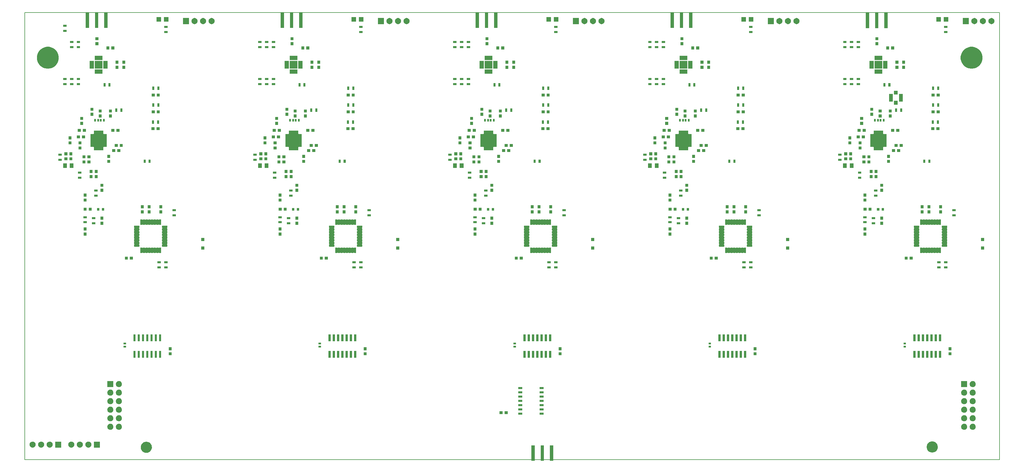
<source format=gbr>
%TF.GenerationSoftware,KiCad,Pcbnew,(5.1.5)-3*%
%TF.CreationDate,2020-04-08T11:38:32+01:00*%
%TF.ProjectId,PLL_v1,504c4c5f-7631-42e6-9b69-6361645f7063,rev?*%
%TF.SameCoordinates,Original*%
%TF.FileFunction,Soldermask,Top*%
%TF.FilePolarity,Negative*%
%FSLAX46Y46*%
G04 Gerber Fmt 4.6, Leading zero omitted, Abs format (unit mm)*
G04 Created by KiCad (PCBNEW (5.1.5)-3) date 2020-04-08 11:38:32*
%MOMM*%
%LPD*%
G04 APERTURE LIST*
%ADD10C,0.150000*%
%ADD11C,0.600000*%
G04 APERTURE END LIST*
D10*
X345000000Y-169500000D02*
X345000000Y-36500000D01*
X55000000Y-169500000D02*
X345000000Y-169500000D01*
X55000000Y-36500000D02*
X55000000Y-169500000D01*
X345000000Y-36500000D02*
X55000000Y-36500000D01*
D11*
G36*
X206731000Y-169801000D02*
G01*
X205729000Y-169801000D01*
X205729000Y-165199000D01*
X206731000Y-165199000D01*
X206731000Y-169801000D01*
G37*
G36*
X212271000Y-169801000D02*
G01*
X211269000Y-169801000D01*
X211269000Y-165199000D01*
X212271000Y-165199000D01*
X212271000Y-169801000D01*
G37*
G36*
X209451000Y-169801000D02*
G01*
X208549000Y-169801000D01*
X208549000Y-165199000D01*
X209451000Y-165199000D01*
X209451000Y-169801000D01*
G37*
G36*
X91575256Y-164191298D02*
G01*
X91681579Y-164212447D01*
X91982042Y-164336903D01*
X92252451Y-164517585D01*
X92482415Y-164747549D01*
X92663097Y-165017958D01*
X92764519Y-165262811D01*
X92787553Y-165318422D01*
X92831109Y-165537389D01*
X92851000Y-165637391D01*
X92851000Y-165962609D01*
X92787553Y-166281579D01*
X92663097Y-166582042D01*
X92482415Y-166852451D01*
X92252451Y-167082415D01*
X91982042Y-167263097D01*
X91681579Y-167387553D01*
X91575256Y-167408702D01*
X91362611Y-167451000D01*
X91037389Y-167451000D01*
X90824744Y-167408702D01*
X90718421Y-167387553D01*
X90417958Y-167263097D01*
X90147549Y-167082415D01*
X89917585Y-166852451D01*
X89736903Y-166582042D01*
X89612447Y-166281579D01*
X89549000Y-165962609D01*
X89549000Y-165637391D01*
X89568892Y-165537389D01*
X89612447Y-165318422D01*
X89635482Y-165262811D01*
X89736903Y-165017958D01*
X89917585Y-164747549D01*
X90147549Y-164517585D01*
X90417958Y-164336903D01*
X90718421Y-164212447D01*
X90824744Y-164191298D01*
X91037389Y-164149000D01*
X91362611Y-164149000D01*
X91575256Y-164191298D01*
G37*
G36*
X325375256Y-164091298D02*
G01*
X325481579Y-164112447D01*
X325782042Y-164236903D01*
X326052451Y-164417585D01*
X326282415Y-164647549D01*
X326463097Y-164917958D01*
X326579509Y-165199000D01*
X326587553Y-165218422D01*
X326651000Y-165537389D01*
X326651000Y-165862611D01*
X326608702Y-166075256D01*
X326587553Y-166181579D01*
X326463097Y-166482042D01*
X326282415Y-166752451D01*
X326052451Y-166982415D01*
X325782042Y-167163097D01*
X325481579Y-167287553D01*
X325375256Y-167308702D01*
X325162611Y-167351000D01*
X324837389Y-167351000D01*
X324624744Y-167308702D01*
X324518421Y-167287553D01*
X324217958Y-167163097D01*
X323947549Y-166982415D01*
X323717585Y-166752451D01*
X323536903Y-166482042D01*
X323412447Y-166181579D01*
X323391298Y-166075256D01*
X323349000Y-165862611D01*
X323349000Y-165537389D01*
X323412447Y-165218422D01*
X323420492Y-165199000D01*
X323536903Y-164917958D01*
X323717585Y-164647549D01*
X323947549Y-164417585D01*
X324217958Y-164236903D01*
X324518421Y-164112447D01*
X324624744Y-164091298D01*
X324837389Y-164049000D01*
X325162611Y-164049000D01*
X325375256Y-164091298D01*
G37*
G36*
X68993512Y-164103927D02*
G01*
X69142812Y-164133624D01*
X69306784Y-164201544D01*
X69454354Y-164300147D01*
X69579853Y-164425646D01*
X69678456Y-164573216D01*
X69746376Y-164737188D01*
X69781000Y-164911259D01*
X69781000Y-165088741D01*
X69746376Y-165262812D01*
X69678456Y-165426784D01*
X69579853Y-165574354D01*
X69454354Y-165699853D01*
X69306784Y-165798456D01*
X69142812Y-165866376D01*
X68993512Y-165896073D01*
X68968742Y-165901000D01*
X68791258Y-165901000D01*
X68766488Y-165896073D01*
X68617188Y-165866376D01*
X68453216Y-165798456D01*
X68305646Y-165699853D01*
X68180147Y-165574354D01*
X68081544Y-165426784D01*
X68013624Y-165262812D01*
X67979000Y-165088741D01*
X67979000Y-164911259D01*
X68013624Y-164737188D01*
X68081544Y-164573216D01*
X68180147Y-164425646D01*
X68305646Y-164300147D01*
X68453216Y-164201544D01*
X68617188Y-164133624D01*
X68766488Y-164103927D01*
X68791258Y-164099000D01*
X68968742Y-164099000D01*
X68993512Y-164103927D01*
G37*
G36*
X77401000Y-165901000D02*
G01*
X75599000Y-165901000D01*
X75599000Y-164099000D01*
X77401000Y-164099000D01*
X77401000Y-165901000D01*
G37*
G36*
X74073512Y-164103927D02*
G01*
X74222812Y-164133624D01*
X74386784Y-164201544D01*
X74534354Y-164300147D01*
X74659853Y-164425646D01*
X74758456Y-164573216D01*
X74826376Y-164737188D01*
X74861000Y-164911259D01*
X74861000Y-165088741D01*
X74826376Y-165262812D01*
X74758456Y-165426784D01*
X74659853Y-165574354D01*
X74534354Y-165699853D01*
X74386784Y-165798456D01*
X74222812Y-165866376D01*
X74073512Y-165896073D01*
X74048742Y-165901000D01*
X73871258Y-165901000D01*
X73846488Y-165896073D01*
X73697188Y-165866376D01*
X73533216Y-165798456D01*
X73385646Y-165699853D01*
X73260147Y-165574354D01*
X73161544Y-165426784D01*
X73093624Y-165262812D01*
X73059000Y-165088741D01*
X73059000Y-164911259D01*
X73093624Y-164737188D01*
X73161544Y-164573216D01*
X73260147Y-164425646D01*
X73385646Y-164300147D01*
X73533216Y-164201544D01*
X73697188Y-164133624D01*
X73846488Y-164103927D01*
X73871258Y-164099000D01*
X74048742Y-164099000D01*
X74073512Y-164103927D01*
G37*
G36*
X71533512Y-164103927D02*
G01*
X71682812Y-164133624D01*
X71846784Y-164201544D01*
X71994354Y-164300147D01*
X72119853Y-164425646D01*
X72218456Y-164573216D01*
X72286376Y-164737188D01*
X72321000Y-164911259D01*
X72321000Y-165088741D01*
X72286376Y-165262812D01*
X72218456Y-165426784D01*
X72119853Y-165574354D01*
X71994354Y-165699853D01*
X71846784Y-165798456D01*
X71682812Y-165866376D01*
X71533512Y-165896073D01*
X71508742Y-165901000D01*
X71331258Y-165901000D01*
X71306488Y-165896073D01*
X71157188Y-165866376D01*
X70993216Y-165798456D01*
X70845646Y-165699853D01*
X70720147Y-165574354D01*
X70621544Y-165426784D01*
X70553624Y-165262812D01*
X70519000Y-165088741D01*
X70519000Y-164911259D01*
X70553624Y-164737188D01*
X70621544Y-164573216D01*
X70720147Y-164425646D01*
X70845646Y-164300147D01*
X70993216Y-164201544D01*
X71157188Y-164133624D01*
X71306488Y-164103927D01*
X71331258Y-164099000D01*
X71508742Y-164099000D01*
X71533512Y-164103927D01*
G37*
G36*
X65901000Y-165901000D02*
G01*
X64099000Y-165901000D01*
X64099000Y-164099000D01*
X65901000Y-164099000D01*
X65901000Y-165901000D01*
G37*
G36*
X62573512Y-164103927D02*
G01*
X62722812Y-164133624D01*
X62886784Y-164201544D01*
X63034354Y-164300147D01*
X63159853Y-164425646D01*
X63258456Y-164573216D01*
X63326376Y-164737188D01*
X63361000Y-164911259D01*
X63361000Y-165088741D01*
X63326376Y-165262812D01*
X63258456Y-165426784D01*
X63159853Y-165574354D01*
X63034354Y-165699853D01*
X62886784Y-165798456D01*
X62722812Y-165866376D01*
X62573512Y-165896073D01*
X62548742Y-165901000D01*
X62371258Y-165901000D01*
X62346488Y-165896073D01*
X62197188Y-165866376D01*
X62033216Y-165798456D01*
X61885646Y-165699853D01*
X61760147Y-165574354D01*
X61661544Y-165426784D01*
X61593624Y-165262812D01*
X61559000Y-165088741D01*
X61559000Y-164911259D01*
X61593624Y-164737188D01*
X61661544Y-164573216D01*
X61760147Y-164425646D01*
X61885646Y-164300147D01*
X62033216Y-164201544D01*
X62197188Y-164133624D01*
X62346488Y-164103927D01*
X62371258Y-164099000D01*
X62548742Y-164099000D01*
X62573512Y-164103927D01*
G37*
G36*
X60033512Y-164103927D02*
G01*
X60182812Y-164133624D01*
X60346784Y-164201544D01*
X60494354Y-164300147D01*
X60619853Y-164425646D01*
X60718456Y-164573216D01*
X60786376Y-164737188D01*
X60821000Y-164911259D01*
X60821000Y-165088741D01*
X60786376Y-165262812D01*
X60718456Y-165426784D01*
X60619853Y-165574354D01*
X60494354Y-165699853D01*
X60346784Y-165798456D01*
X60182812Y-165866376D01*
X60033512Y-165896073D01*
X60008742Y-165901000D01*
X59831258Y-165901000D01*
X59806488Y-165896073D01*
X59657188Y-165866376D01*
X59493216Y-165798456D01*
X59345646Y-165699853D01*
X59220147Y-165574354D01*
X59121544Y-165426784D01*
X59053624Y-165262812D01*
X59019000Y-165088741D01*
X59019000Y-164911259D01*
X59053624Y-164737188D01*
X59121544Y-164573216D01*
X59220147Y-164425646D01*
X59345646Y-164300147D01*
X59493216Y-164201544D01*
X59657188Y-164133624D01*
X59806488Y-164103927D01*
X59831258Y-164099000D01*
X60008742Y-164099000D01*
X60033512Y-164103927D01*
G37*
G36*
X57493512Y-164103927D02*
G01*
X57642812Y-164133624D01*
X57806784Y-164201544D01*
X57954354Y-164300147D01*
X58079853Y-164425646D01*
X58178456Y-164573216D01*
X58246376Y-164737188D01*
X58281000Y-164911259D01*
X58281000Y-165088741D01*
X58246376Y-165262812D01*
X58178456Y-165426784D01*
X58079853Y-165574354D01*
X57954354Y-165699853D01*
X57806784Y-165798456D01*
X57642812Y-165866376D01*
X57493512Y-165896073D01*
X57468742Y-165901000D01*
X57291258Y-165901000D01*
X57266488Y-165896073D01*
X57117188Y-165866376D01*
X56953216Y-165798456D01*
X56805646Y-165699853D01*
X56680147Y-165574354D01*
X56581544Y-165426784D01*
X56513624Y-165262812D01*
X56479000Y-165088741D01*
X56479000Y-164911259D01*
X56513624Y-164737188D01*
X56581544Y-164573216D01*
X56680147Y-164425646D01*
X56805646Y-164300147D01*
X56953216Y-164201544D01*
X57117188Y-164133624D01*
X57266488Y-164103927D01*
X57291258Y-164099000D01*
X57468742Y-164099000D01*
X57493512Y-164103927D01*
G37*
G36*
X337153512Y-158803927D02*
G01*
X337302812Y-158833624D01*
X337466784Y-158901544D01*
X337614354Y-159000147D01*
X337739853Y-159125646D01*
X337838456Y-159273216D01*
X337906376Y-159437188D01*
X337941000Y-159611259D01*
X337941000Y-159788741D01*
X337906376Y-159962812D01*
X337838456Y-160126784D01*
X337739853Y-160274354D01*
X337614354Y-160399853D01*
X337466784Y-160498456D01*
X337302812Y-160566376D01*
X337153512Y-160596073D01*
X337128742Y-160601000D01*
X336951258Y-160601000D01*
X336926488Y-160596073D01*
X336777188Y-160566376D01*
X336613216Y-160498456D01*
X336465646Y-160399853D01*
X336340147Y-160274354D01*
X336241544Y-160126784D01*
X336173624Y-159962812D01*
X336139000Y-159788741D01*
X336139000Y-159611259D01*
X336173624Y-159437188D01*
X336241544Y-159273216D01*
X336340147Y-159125646D01*
X336465646Y-159000147D01*
X336613216Y-158901544D01*
X336777188Y-158833624D01*
X336926488Y-158803927D01*
X336951258Y-158799000D01*
X337128742Y-158799000D01*
X337153512Y-158803927D01*
G37*
G36*
X334613512Y-158803927D02*
G01*
X334762812Y-158833624D01*
X334926784Y-158901544D01*
X335074354Y-159000147D01*
X335199853Y-159125646D01*
X335298456Y-159273216D01*
X335366376Y-159437188D01*
X335401000Y-159611259D01*
X335401000Y-159788741D01*
X335366376Y-159962812D01*
X335298456Y-160126784D01*
X335199853Y-160274354D01*
X335074354Y-160399853D01*
X334926784Y-160498456D01*
X334762812Y-160566376D01*
X334613512Y-160596073D01*
X334588742Y-160601000D01*
X334411258Y-160601000D01*
X334386488Y-160596073D01*
X334237188Y-160566376D01*
X334073216Y-160498456D01*
X333925646Y-160399853D01*
X333800147Y-160274354D01*
X333701544Y-160126784D01*
X333633624Y-159962812D01*
X333599000Y-159788741D01*
X333599000Y-159611259D01*
X333633624Y-159437188D01*
X333701544Y-159273216D01*
X333800147Y-159125646D01*
X333925646Y-159000147D01*
X334073216Y-158901544D01*
X334237188Y-158833624D01*
X334386488Y-158803927D01*
X334411258Y-158799000D01*
X334588742Y-158799000D01*
X334613512Y-158803927D01*
G37*
G36*
X83153512Y-158803927D02*
G01*
X83302812Y-158833624D01*
X83466784Y-158901544D01*
X83614354Y-159000147D01*
X83739853Y-159125646D01*
X83838456Y-159273216D01*
X83906376Y-159437188D01*
X83941000Y-159611259D01*
X83941000Y-159788741D01*
X83906376Y-159962812D01*
X83838456Y-160126784D01*
X83739853Y-160274354D01*
X83614354Y-160399853D01*
X83466784Y-160498456D01*
X83302812Y-160566376D01*
X83153512Y-160596073D01*
X83128742Y-160601000D01*
X82951258Y-160601000D01*
X82926488Y-160596073D01*
X82777188Y-160566376D01*
X82613216Y-160498456D01*
X82465646Y-160399853D01*
X82340147Y-160274354D01*
X82241544Y-160126784D01*
X82173624Y-159962812D01*
X82139000Y-159788741D01*
X82139000Y-159611259D01*
X82173624Y-159437188D01*
X82241544Y-159273216D01*
X82340147Y-159125646D01*
X82465646Y-159000147D01*
X82613216Y-158901544D01*
X82777188Y-158833624D01*
X82926488Y-158803927D01*
X82951258Y-158799000D01*
X83128742Y-158799000D01*
X83153512Y-158803927D01*
G37*
G36*
X80613512Y-158803927D02*
G01*
X80762812Y-158833624D01*
X80926784Y-158901544D01*
X81074354Y-159000147D01*
X81199853Y-159125646D01*
X81298456Y-159273216D01*
X81366376Y-159437188D01*
X81401000Y-159611259D01*
X81401000Y-159788741D01*
X81366376Y-159962812D01*
X81298456Y-160126784D01*
X81199853Y-160274354D01*
X81074354Y-160399853D01*
X80926784Y-160498456D01*
X80762812Y-160566376D01*
X80613512Y-160596073D01*
X80588742Y-160601000D01*
X80411258Y-160601000D01*
X80386488Y-160596073D01*
X80237188Y-160566376D01*
X80073216Y-160498456D01*
X79925646Y-160399853D01*
X79800147Y-160274354D01*
X79701544Y-160126784D01*
X79633624Y-159962812D01*
X79599000Y-159788741D01*
X79599000Y-159611259D01*
X79633624Y-159437188D01*
X79701544Y-159273216D01*
X79800147Y-159125646D01*
X79925646Y-159000147D01*
X80073216Y-158901544D01*
X80237188Y-158833624D01*
X80386488Y-158803927D01*
X80411258Y-158799000D01*
X80588742Y-158799000D01*
X80613512Y-158803927D01*
G37*
G36*
X83153512Y-156263927D02*
G01*
X83302812Y-156293624D01*
X83466784Y-156361544D01*
X83614354Y-156460147D01*
X83739853Y-156585646D01*
X83838456Y-156733216D01*
X83906376Y-156897188D01*
X83941000Y-157071259D01*
X83941000Y-157248741D01*
X83906376Y-157422812D01*
X83838456Y-157586784D01*
X83739853Y-157734354D01*
X83614354Y-157859853D01*
X83466784Y-157958456D01*
X83302812Y-158026376D01*
X83153512Y-158056073D01*
X83128742Y-158061000D01*
X82951258Y-158061000D01*
X82926488Y-158056073D01*
X82777188Y-158026376D01*
X82613216Y-157958456D01*
X82465646Y-157859853D01*
X82340147Y-157734354D01*
X82241544Y-157586784D01*
X82173624Y-157422812D01*
X82139000Y-157248741D01*
X82139000Y-157071259D01*
X82173624Y-156897188D01*
X82241544Y-156733216D01*
X82340147Y-156585646D01*
X82465646Y-156460147D01*
X82613216Y-156361544D01*
X82777188Y-156293624D01*
X82926488Y-156263927D01*
X82951258Y-156259000D01*
X83128742Y-156259000D01*
X83153512Y-156263927D01*
G37*
G36*
X334613512Y-156263927D02*
G01*
X334762812Y-156293624D01*
X334926784Y-156361544D01*
X335074354Y-156460147D01*
X335199853Y-156585646D01*
X335298456Y-156733216D01*
X335366376Y-156897188D01*
X335401000Y-157071259D01*
X335401000Y-157248741D01*
X335366376Y-157422812D01*
X335298456Y-157586784D01*
X335199853Y-157734354D01*
X335074354Y-157859853D01*
X334926784Y-157958456D01*
X334762812Y-158026376D01*
X334613512Y-158056073D01*
X334588742Y-158061000D01*
X334411258Y-158061000D01*
X334386488Y-158056073D01*
X334237188Y-158026376D01*
X334073216Y-157958456D01*
X333925646Y-157859853D01*
X333800147Y-157734354D01*
X333701544Y-157586784D01*
X333633624Y-157422812D01*
X333599000Y-157248741D01*
X333599000Y-157071259D01*
X333633624Y-156897188D01*
X333701544Y-156733216D01*
X333800147Y-156585646D01*
X333925646Y-156460147D01*
X334073216Y-156361544D01*
X334237188Y-156293624D01*
X334386488Y-156263927D01*
X334411258Y-156259000D01*
X334588742Y-156259000D01*
X334613512Y-156263927D01*
G37*
G36*
X337153512Y-156263927D02*
G01*
X337302812Y-156293624D01*
X337466784Y-156361544D01*
X337614354Y-156460147D01*
X337739853Y-156585646D01*
X337838456Y-156733216D01*
X337906376Y-156897188D01*
X337941000Y-157071259D01*
X337941000Y-157248741D01*
X337906376Y-157422812D01*
X337838456Y-157586784D01*
X337739853Y-157734354D01*
X337614354Y-157859853D01*
X337466784Y-157958456D01*
X337302812Y-158026376D01*
X337153512Y-158056073D01*
X337128742Y-158061000D01*
X336951258Y-158061000D01*
X336926488Y-158056073D01*
X336777188Y-158026376D01*
X336613216Y-157958456D01*
X336465646Y-157859853D01*
X336340147Y-157734354D01*
X336241544Y-157586784D01*
X336173624Y-157422812D01*
X336139000Y-157248741D01*
X336139000Y-157071259D01*
X336173624Y-156897188D01*
X336241544Y-156733216D01*
X336340147Y-156585646D01*
X336465646Y-156460147D01*
X336613216Y-156361544D01*
X336777188Y-156293624D01*
X336926488Y-156263927D01*
X336951258Y-156259000D01*
X337128742Y-156259000D01*
X337153512Y-156263927D01*
G37*
G36*
X80613512Y-156263927D02*
G01*
X80762812Y-156293624D01*
X80926784Y-156361544D01*
X81074354Y-156460147D01*
X81199853Y-156585646D01*
X81298456Y-156733216D01*
X81366376Y-156897188D01*
X81401000Y-157071259D01*
X81401000Y-157248741D01*
X81366376Y-157422812D01*
X81298456Y-157586784D01*
X81199853Y-157734354D01*
X81074354Y-157859853D01*
X80926784Y-157958456D01*
X80762812Y-158026376D01*
X80613512Y-158056073D01*
X80588742Y-158061000D01*
X80411258Y-158061000D01*
X80386488Y-158056073D01*
X80237188Y-158026376D01*
X80073216Y-157958456D01*
X79925646Y-157859853D01*
X79800147Y-157734354D01*
X79701544Y-157586784D01*
X79633624Y-157422812D01*
X79599000Y-157248741D01*
X79599000Y-157071259D01*
X79633624Y-156897188D01*
X79701544Y-156733216D01*
X79800147Y-156585646D01*
X79925646Y-156460147D01*
X80073216Y-156361544D01*
X80237188Y-156293624D01*
X80386488Y-156263927D01*
X80411258Y-156259000D01*
X80588742Y-156259000D01*
X80613512Y-156263927D01*
G37*
G36*
X209424500Y-156115000D02*
G01*
X208179500Y-156115000D01*
X208179500Y-155505000D01*
X209424500Y-155505000D01*
X209424500Y-156115000D01*
G37*
G36*
X203074500Y-156115000D02*
G01*
X201829500Y-156115000D01*
X201829500Y-155505000D01*
X203074500Y-155505000D01*
X203074500Y-156115000D01*
G37*
G36*
X198701000Y-155926000D02*
G01*
X197799000Y-155926000D01*
X197799000Y-155074000D01*
X198701000Y-155074000D01*
X198701000Y-155926000D01*
G37*
G36*
X197201000Y-155926000D02*
G01*
X196299000Y-155926000D01*
X196299000Y-155074000D01*
X197201000Y-155074000D01*
X197201000Y-155926000D01*
G37*
G36*
X83153512Y-153723927D02*
G01*
X83302812Y-153753624D01*
X83466784Y-153821544D01*
X83614354Y-153920147D01*
X83739853Y-154045646D01*
X83838456Y-154193216D01*
X83906376Y-154357188D01*
X83941000Y-154531259D01*
X83941000Y-154708741D01*
X83906376Y-154882812D01*
X83838456Y-155046784D01*
X83739853Y-155194354D01*
X83614354Y-155319853D01*
X83466784Y-155418456D01*
X83302812Y-155486376D01*
X83153512Y-155516073D01*
X83128742Y-155521000D01*
X82951258Y-155521000D01*
X82926488Y-155516073D01*
X82777188Y-155486376D01*
X82613216Y-155418456D01*
X82465646Y-155319853D01*
X82340147Y-155194354D01*
X82241544Y-155046784D01*
X82173624Y-154882812D01*
X82139000Y-154708741D01*
X82139000Y-154531259D01*
X82173624Y-154357188D01*
X82241544Y-154193216D01*
X82340147Y-154045646D01*
X82465646Y-153920147D01*
X82613216Y-153821544D01*
X82777188Y-153753624D01*
X82926488Y-153723927D01*
X82951258Y-153719000D01*
X83128742Y-153719000D01*
X83153512Y-153723927D01*
G37*
G36*
X80613512Y-153723927D02*
G01*
X80762812Y-153753624D01*
X80926784Y-153821544D01*
X81074354Y-153920147D01*
X81199853Y-154045646D01*
X81298456Y-154193216D01*
X81366376Y-154357188D01*
X81401000Y-154531259D01*
X81401000Y-154708741D01*
X81366376Y-154882812D01*
X81298456Y-155046784D01*
X81199853Y-155194354D01*
X81074354Y-155319853D01*
X80926784Y-155418456D01*
X80762812Y-155486376D01*
X80613512Y-155516073D01*
X80588742Y-155521000D01*
X80411258Y-155521000D01*
X80386488Y-155516073D01*
X80237188Y-155486376D01*
X80073216Y-155418456D01*
X79925646Y-155319853D01*
X79800147Y-155194354D01*
X79701544Y-155046784D01*
X79633624Y-154882812D01*
X79599000Y-154708741D01*
X79599000Y-154531259D01*
X79633624Y-154357188D01*
X79701544Y-154193216D01*
X79800147Y-154045646D01*
X79925646Y-153920147D01*
X80073216Y-153821544D01*
X80237188Y-153753624D01*
X80386488Y-153723927D01*
X80411258Y-153719000D01*
X80588742Y-153719000D01*
X80613512Y-153723927D01*
G37*
G36*
X337153512Y-153723927D02*
G01*
X337302812Y-153753624D01*
X337466784Y-153821544D01*
X337614354Y-153920147D01*
X337739853Y-154045646D01*
X337838456Y-154193216D01*
X337906376Y-154357188D01*
X337941000Y-154531259D01*
X337941000Y-154708741D01*
X337906376Y-154882812D01*
X337838456Y-155046784D01*
X337739853Y-155194354D01*
X337614354Y-155319853D01*
X337466784Y-155418456D01*
X337302812Y-155486376D01*
X337153512Y-155516073D01*
X337128742Y-155521000D01*
X336951258Y-155521000D01*
X336926488Y-155516073D01*
X336777188Y-155486376D01*
X336613216Y-155418456D01*
X336465646Y-155319853D01*
X336340147Y-155194354D01*
X336241544Y-155046784D01*
X336173624Y-154882812D01*
X336139000Y-154708741D01*
X336139000Y-154531259D01*
X336173624Y-154357188D01*
X336241544Y-154193216D01*
X336340147Y-154045646D01*
X336465646Y-153920147D01*
X336613216Y-153821544D01*
X336777188Y-153753624D01*
X336926488Y-153723927D01*
X336951258Y-153719000D01*
X337128742Y-153719000D01*
X337153512Y-153723927D01*
G37*
G36*
X334613512Y-153723927D02*
G01*
X334762812Y-153753624D01*
X334926784Y-153821544D01*
X335074354Y-153920147D01*
X335199853Y-154045646D01*
X335298456Y-154193216D01*
X335366376Y-154357188D01*
X335401000Y-154531259D01*
X335401000Y-154708741D01*
X335366376Y-154882812D01*
X335298456Y-155046784D01*
X335199853Y-155194354D01*
X335074354Y-155319853D01*
X334926784Y-155418456D01*
X334762812Y-155486376D01*
X334613512Y-155516073D01*
X334588742Y-155521000D01*
X334411258Y-155521000D01*
X334386488Y-155516073D01*
X334237188Y-155486376D01*
X334073216Y-155418456D01*
X333925646Y-155319853D01*
X333800147Y-155194354D01*
X333701544Y-155046784D01*
X333633624Y-154882812D01*
X333599000Y-154708741D01*
X333599000Y-154531259D01*
X333633624Y-154357188D01*
X333701544Y-154193216D01*
X333800147Y-154045646D01*
X333925646Y-153920147D01*
X334073216Y-153821544D01*
X334237188Y-153753624D01*
X334386488Y-153723927D01*
X334411258Y-153719000D01*
X334588742Y-153719000D01*
X334613512Y-153723927D01*
G37*
G36*
X209424500Y-154845000D02*
G01*
X208179500Y-154845000D01*
X208179500Y-154235000D01*
X209424500Y-154235000D01*
X209424500Y-154845000D01*
G37*
G36*
X203074500Y-154845000D02*
G01*
X201829500Y-154845000D01*
X201829500Y-154235000D01*
X203074500Y-154235000D01*
X203074500Y-154845000D01*
G37*
G36*
X203074500Y-153575000D02*
G01*
X201829500Y-153575000D01*
X201829500Y-152965000D01*
X203074500Y-152965000D01*
X203074500Y-153575000D01*
G37*
G36*
X209424500Y-153575000D02*
G01*
X208179500Y-153575000D01*
X208179500Y-152965000D01*
X209424500Y-152965000D01*
X209424500Y-153575000D01*
G37*
G36*
X83153512Y-151183927D02*
G01*
X83302812Y-151213624D01*
X83466784Y-151281544D01*
X83614354Y-151380147D01*
X83739853Y-151505646D01*
X83838456Y-151653216D01*
X83906376Y-151817188D01*
X83941000Y-151991259D01*
X83941000Y-152168741D01*
X83906376Y-152342812D01*
X83838456Y-152506784D01*
X83739853Y-152654354D01*
X83614354Y-152779853D01*
X83466784Y-152878456D01*
X83302812Y-152946376D01*
X83153512Y-152976073D01*
X83128742Y-152981000D01*
X82951258Y-152981000D01*
X82926488Y-152976073D01*
X82777188Y-152946376D01*
X82613216Y-152878456D01*
X82465646Y-152779853D01*
X82340147Y-152654354D01*
X82241544Y-152506784D01*
X82173624Y-152342812D01*
X82139000Y-152168741D01*
X82139000Y-151991259D01*
X82173624Y-151817188D01*
X82241544Y-151653216D01*
X82340147Y-151505646D01*
X82465646Y-151380147D01*
X82613216Y-151281544D01*
X82777188Y-151213624D01*
X82926488Y-151183927D01*
X82951258Y-151179000D01*
X83128742Y-151179000D01*
X83153512Y-151183927D01*
G37*
G36*
X80613512Y-151183927D02*
G01*
X80762812Y-151213624D01*
X80926784Y-151281544D01*
X81074354Y-151380147D01*
X81199853Y-151505646D01*
X81298456Y-151653216D01*
X81366376Y-151817188D01*
X81401000Y-151991259D01*
X81401000Y-152168741D01*
X81366376Y-152342812D01*
X81298456Y-152506784D01*
X81199853Y-152654354D01*
X81074354Y-152779853D01*
X80926784Y-152878456D01*
X80762812Y-152946376D01*
X80613512Y-152976073D01*
X80588742Y-152981000D01*
X80411258Y-152981000D01*
X80386488Y-152976073D01*
X80237188Y-152946376D01*
X80073216Y-152878456D01*
X79925646Y-152779853D01*
X79800147Y-152654354D01*
X79701544Y-152506784D01*
X79633624Y-152342812D01*
X79599000Y-152168741D01*
X79599000Y-151991259D01*
X79633624Y-151817188D01*
X79701544Y-151653216D01*
X79800147Y-151505646D01*
X79925646Y-151380147D01*
X80073216Y-151281544D01*
X80237188Y-151213624D01*
X80386488Y-151183927D01*
X80411258Y-151179000D01*
X80588742Y-151179000D01*
X80613512Y-151183927D01*
G37*
G36*
X334613512Y-151183927D02*
G01*
X334762812Y-151213624D01*
X334926784Y-151281544D01*
X335074354Y-151380147D01*
X335199853Y-151505646D01*
X335298456Y-151653216D01*
X335366376Y-151817188D01*
X335401000Y-151991259D01*
X335401000Y-152168741D01*
X335366376Y-152342812D01*
X335298456Y-152506784D01*
X335199853Y-152654354D01*
X335074354Y-152779853D01*
X334926784Y-152878456D01*
X334762812Y-152946376D01*
X334613512Y-152976073D01*
X334588742Y-152981000D01*
X334411258Y-152981000D01*
X334386488Y-152976073D01*
X334237188Y-152946376D01*
X334073216Y-152878456D01*
X333925646Y-152779853D01*
X333800147Y-152654354D01*
X333701544Y-152506784D01*
X333633624Y-152342812D01*
X333599000Y-152168741D01*
X333599000Y-151991259D01*
X333633624Y-151817188D01*
X333701544Y-151653216D01*
X333800147Y-151505646D01*
X333925646Y-151380147D01*
X334073216Y-151281544D01*
X334237188Y-151213624D01*
X334386488Y-151183927D01*
X334411258Y-151179000D01*
X334588742Y-151179000D01*
X334613512Y-151183927D01*
G37*
G36*
X337153512Y-151183927D02*
G01*
X337302812Y-151213624D01*
X337466784Y-151281544D01*
X337614354Y-151380147D01*
X337739853Y-151505646D01*
X337838456Y-151653216D01*
X337906376Y-151817188D01*
X337941000Y-151991259D01*
X337941000Y-152168741D01*
X337906376Y-152342812D01*
X337838456Y-152506784D01*
X337739853Y-152654354D01*
X337614354Y-152779853D01*
X337466784Y-152878456D01*
X337302812Y-152946376D01*
X337153512Y-152976073D01*
X337128742Y-152981000D01*
X336951258Y-152981000D01*
X336926488Y-152976073D01*
X336777188Y-152946376D01*
X336613216Y-152878456D01*
X336465646Y-152779853D01*
X336340147Y-152654354D01*
X336241544Y-152506784D01*
X336173624Y-152342812D01*
X336139000Y-152168741D01*
X336139000Y-151991259D01*
X336173624Y-151817188D01*
X336241544Y-151653216D01*
X336340147Y-151505646D01*
X336465646Y-151380147D01*
X336613216Y-151281544D01*
X336777188Y-151213624D01*
X336926488Y-151183927D01*
X336951258Y-151179000D01*
X337128742Y-151179000D01*
X337153512Y-151183927D01*
G37*
G36*
X203074500Y-152305000D02*
G01*
X201829500Y-152305000D01*
X201829500Y-151695000D01*
X203074500Y-151695000D01*
X203074500Y-152305000D01*
G37*
G36*
X209424500Y-152305000D02*
G01*
X208179500Y-152305000D01*
X208179500Y-151695000D01*
X209424500Y-151695000D01*
X209424500Y-152305000D01*
G37*
G36*
X203074500Y-151035000D02*
G01*
X201829500Y-151035000D01*
X201829500Y-150425000D01*
X203074500Y-150425000D01*
X203074500Y-151035000D01*
G37*
G36*
X209424500Y-151035000D02*
G01*
X208179500Y-151035000D01*
X208179500Y-150425000D01*
X209424500Y-150425000D01*
X209424500Y-151035000D01*
G37*
G36*
X80613512Y-148643927D02*
G01*
X80762812Y-148673624D01*
X80926784Y-148741544D01*
X81074354Y-148840147D01*
X81199853Y-148965646D01*
X81298456Y-149113216D01*
X81366376Y-149277188D01*
X81401000Y-149451259D01*
X81401000Y-149628741D01*
X81366376Y-149802812D01*
X81298456Y-149966784D01*
X81199853Y-150114354D01*
X81074354Y-150239853D01*
X80926784Y-150338456D01*
X80762812Y-150406376D01*
X80613512Y-150436073D01*
X80588742Y-150441000D01*
X80411258Y-150441000D01*
X80386488Y-150436073D01*
X80237188Y-150406376D01*
X80073216Y-150338456D01*
X79925646Y-150239853D01*
X79800147Y-150114354D01*
X79701544Y-149966784D01*
X79633624Y-149802812D01*
X79599000Y-149628741D01*
X79599000Y-149451259D01*
X79633624Y-149277188D01*
X79701544Y-149113216D01*
X79800147Y-148965646D01*
X79925646Y-148840147D01*
X80073216Y-148741544D01*
X80237188Y-148673624D01*
X80386488Y-148643927D01*
X80411258Y-148639000D01*
X80588742Y-148639000D01*
X80613512Y-148643927D01*
G37*
G36*
X83153512Y-148643927D02*
G01*
X83302812Y-148673624D01*
X83466784Y-148741544D01*
X83614354Y-148840147D01*
X83739853Y-148965646D01*
X83838456Y-149113216D01*
X83906376Y-149277188D01*
X83941000Y-149451259D01*
X83941000Y-149628741D01*
X83906376Y-149802812D01*
X83838456Y-149966784D01*
X83739853Y-150114354D01*
X83614354Y-150239853D01*
X83466784Y-150338456D01*
X83302812Y-150406376D01*
X83153512Y-150436073D01*
X83128742Y-150441000D01*
X82951258Y-150441000D01*
X82926488Y-150436073D01*
X82777188Y-150406376D01*
X82613216Y-150338456D01*
X82465646Y-150239853D01*
X82340147Y-150114354D01*
X82241544Y-149966784D01*
X82173624Y-149802812D01*
X82139000Y-149628741D01*
X82139000Y-149451259D01*
X82173624Y-149277188D01*
X82241544Y-149113216D01*
X82340147Y-148965646D01*
X82465646Y-148840147D01*
X82613216Y-148741544D01*
X82777188Y-148673624D01*
X82926488Y-148643927D01*
X82951258Y-148639000D01*
X83128742Y-148639000D01*
X83153512Y-148643927D01*
G37*
G36*
X334613512Y-148643927D02*
G01*
X334762812Y-148673624D01*
X334926784Y-148741544D01*
X335074354Y-148840147D01*
X335199853Y-148965646D01*
X335298456Y-149113216D01*
X335366376Y-149277188D01*
X335401000Y-149451259D01*
X335401000Y-149628741D01*
X335366376Y-149802812D01*
X335298456Y-149966784D01*
X335199853Y-150114354D01*
X335074354Y-150239853D01*
X334926784Y-150338456D01*
X334762812Y-150406376D01*
X334613512Y-150436073D01*
X334588742Y-150441000D01*
X334411258Y-150441000D01*
X334386488Y-150436073D01*
X334237188Y-150406376D01*
X334073216Y-150338456D01*
X333925646Y-150239853D01*
X333800147Y-150114354D01*
X333701544Y-149966784D01*
X333633624Y-149802812D01*
X333599000Y-149628741D01*
X333599000Y-149451259D01*
X333633624Y-149277188D01*
X333701544Y-149113216D01*
X333800147Y-148965646D01*
X333925646Y-148840147D01*
X334073216Y-148741544D01*
X334237188Y-148673624D01*
X334386488Y-148643927D01*
X334411258Y-148639000D01*
X334588742Y-148639000D01*
X334613512Y-148643927D01*
G37*
G36*
X337153512Y-148643927D02*
G01*
X337302812Y-148673624D01*
X337466784Y-148741544D01*
X337614354Y-148840147D01*
X337739853Y-148965646D01*
X337838456Y-149113216D01*
X337906376Y-149277188D01*
X337941000Y-149451259D01*
X337941000Y-149628741D01*
X337906376Y-149802812D01*
X337838456Y-149966784D01*
X337739853Y-150114354D01*
X337614354Y-150239853D01*
X337466784Y-150338456D01*
X337302812Y-150406376D01*
X337153512Y-150436073D01*
X337128742Y-150441000D01*
X336951258Y-150441000D01*
X336926488Y-150436073D01*
X336777188Y-150406376D01*
X336613216Y-150338456D01*
X336465646Y-150239853D01*
X336340147Y-150114354D01*
X336241544Y-149966784D01*
X336173624Y-149802812D01*
X336139000Y-149628741D01*
X336139000Y-149451259D01*
X336173624Y-149277188D01*
X336241544Y-149113216D01*
X336340147Y-148965646D01*
X336465646Y-148840147D01*
X336613216Y-148741544D01*
X336777188Y-148673624D01*
X336926488Y-148643927D01*
X336951258Y-148639000D01*
X337128742Y-148639000D01*
X337153512Y-148643927D01*
G37*
G36*
X203074500Y-149765000D02*
G01*
X201829500Y-149765000D01*
X201829500Y-149155000D01*
X203074500Y-149155000D01*
X203074500Y-149765000D01*
G37*
G36*
X209424500Y-149765000D02*
G01*
X208179500Y-149765000D01*
X208179500Y-149155000D01*
X209424500Y-149155000D01*
X209424500Y-149765000D01*
G37*
G36*
X203074500Y-148495000D02*
G01*
X201829500Y-148495000D01*
X201829500Y-147885000D01*
X203074500Y-147885000D01*
X203074500Y-148495000D01*
G37*
G36*
X209424500Y-148495000D02*
G01*
X208179500Y-148495000D01*
X208179500Y-147885000D01*
X209424500Y-147885000D01*
X209424500Y-148495000D01*
G37*
G36*
X335401000Y-147901000D02*
G01*
X333599000Y-147901000D01*
X333599000Y-146099000D01*
X335401000Y-146099000D01*
X335401000Y-147901000D01*
G37*
G36*
X83153512Y-146103927D02*
G01*
X83302812Y-146133624D01*
X83466784Y-146201544D01*
X83614354Y-146300147D01*
X83739853Y-146425646D01*
X83838456Y-146573216D01*
X83906376Y-146737188D01*
X83941000Y-146911259D01*
X83941000Y-147088741D01*
X83906376Y-147262812D01*
X83838456Y-147426784D01*
X83739853Y-147574354D01*
X83614354Y-147699853D01*
X83466784Y-147798456D01*
X83302812Y-147866376D01*
X83153512Y-147896073D01*
X83128742Y-147901000D01*
X82951258Y-147901000D01*
X82926488Y-147896073D01*
X82777188Y-147866376D01*
X82613216Y-147798456D01*
X82465646Y-147699853D01*
X82340147Y-147574354D01*
X82241544Y-147426784D01*
X82173624Y-147262812D01*
X82139000Y-147088741D01*
X82139000Y-146911259D01*
X82173624Y-146737188D01*
X82241544Y-146573216D01*
X82340147Y-146425646D01*
X82465646Y-146300147D01*
X82613216Y-146201544D01*
X82777188Y-146133624D01*
X82926488Y-146103927D01*
X82951258Y-146099000D01*
X83128742Y-146099000D01*
X83153512Y-146103927D01*
G37*
G36*
X81401000Y-147901000D02*
G01*
X79599000Y-147901000D01*
X79599000Y-146099000D01*
X81401000Y-146099000D01*
X81401000Y-147901000D01*
G37*
G36*
X337153512Y-146103927D02*
G01*
X337302812Y-146133624D01*
X337466784Y-146201544D01*
X337614354Y-146300147D01*
X337739853Y-146425646D01*
X337838456Y-146573216D01*
X337906376Y-146737188D01*
X337941000Y-146911259D01*
X337941000Y-147088741D01*
X337906376Y-147262812D01*
X337838456Y-147426784D01*
X337739853Y-147574354D01*
X337614354Y-147699853D01*
X337466784Y-147798456D01*
X337302812Y-147866376D01*
X337153512Y-147896073D01*
X337128742Y-147901000D01*
X336951258Y-147901000D01*
X336926488Y-147896073D01*
X336777188Y-147866376D01*
X336613216Y-147798456D01*
X336465646Y-147699853D01*
X336340147Y-147574354D01*
X336241544Y-147426784D01*
X336173624Y-147262812D01*
X336139000Y-147088741D01*
X336139000Y-146911259D01*
X336173624Y-146737188D01*
X336241544Y-146573216D01*
X336340147Y-146425646D01*
X336465646Y-146300147D01*
X336613216Y-146201544D01*
X336777188Y-146133624D01*
X336926488Y-146103927D01*
X336951258Y-146099000D01*
X337128742Y-146099000D01*
X337153512Y-146103927D01*
G37*
G36*
X90552300Y-139199799D02*
G01*
X89907700Y-139199799D01*
X89907700Y-137127801D01*
X90552300Y-137127801D01*
X90552300Y-139199799D01*
G37*
G36*
X89282300Y-139199799D02*
G01*
X88637700Y-139199799D01*
X88637700Y-137127801D01*
X89282300Y-137127801D01*
X89282300Y-139199799D01*
G37*
G36*
X88012300Y-139199799D02*
G01*
X87367700Y-139199799D01*
X87367700Y-137127801D01*
X88012300Y-137127801D01*
X88012300Y-139199799D01*
G37*
G36*
X263282300Y-139199799D02*
G01*
X262637700Y-139199799D01*
X262637700Y-137127801D01*
X263282300Y-137127801D01*
X263282300Y-139199799D01*
G37*
G36*
X93092300Y-139199799D02*
G01*
X92447700Y-139199799D01*
X92447700Y-137127801D01*
X93092300Y-137127801D01*
X93092300Y-139199799D01*
G37*
G36*
X94362300Y-139199799D02*
G01*
X93717700Y-139199799D01*
X93717700Y-137127801D01*
X94362300Y-137127801D01*
X94362300Y-139199799D01*
G37*
G36*
X95632300Y-139199799D02*
G01*
X94987700Y-139199799D01*
X94987700Y-137127801D01*
X95632300Y-137127801D01*
X95632300Y-139199799D01*
G37*
G36*
X262012300Y-139199799D02*
G01*
X261367700Y-139199799D01*
X261367700Y-137127801D01*
X262012300Y-137127801D01*
X262012300Y-139199799D01*
G37*
G36*
X91822300Y-139199799D02*
G01*
X91177700Y-139199799D01*
X91177700Y-137127801D01*
X91822300Y-137127801D01*
X91822300Y-139199799D01*
G37*
G36*
X146012300Y-139199799D02*
G01*
X145367700Y-139199799D01*
X145367700Y-137127801D01*
X146012300Y-137127801D01*
X146012300Y-139199799D01*
G37*
G36*
X147282300Y-139199799D02*
G01*
X146637700Y-139199799D01*
X146637700Y-137127801D01*
X147282300Y-137127801D01*
X147282300Y-139199799D01*
G37*
G36*
X148552300Y-139199799D02*
G01*
X147907700Y-139199799D01*
X147907700Y-137127801D01*
X148552300Y-137127801D01*
X148552300Y-139199799D01*
G37*
G36*
X149822300Y-139199799D02*
G01*
X149177700Y-139199799D01*
X149177700Y-137127801D01*
X149822300Y-137127801D01*
X149822300Y-139199799D01*
G37*
G36*
X151092300Y-139199799D02*
G01*
X150447700Y-139199799D01*
X150447700Y-137127801D01*
X151092300Y-137127801D01*
X151092300Y-139199799D01*
G37*
G36*
X152362300Y-139199799D02*
G01*
X151717700Y-139199799D01*
X151717700Y-137127801D01*
X152362300Y-137127801D01*
X152362300Y-139199799D01*
G37*
G36*
X153632300Y-139199799D02*
G01*
X152987700Y-139199799D01*
X152987700Y-137127801D01*
X153632300Y-137127801D01*
X153632300Y-139199799D01*
G37*
G36*
X211632300Y-139199799D02*
G01*
X210987700Y-139199799D01*
X210987700Y-137127801D01*
X211632300Y-137127801D01*
X211632300Y-139199799D01*
G37*
G36*
X206552300Y-139199799D02*
G01*
X205907700Y-139199799D01*
X205907700Y-137127801D01*
X206552300Y-137127801D01*
X206552300Y-139199799D01*
G37*
G36*
X269632300Y-139199799D02*
G01*
X268987700Y-139199799D01*
X268987700Y-137127801D01*
X269632300Y-137127801D01*
X269632300Y-139199799D01*
G37*
G36*
X322552300Y-139199799D02*
G01*
X321907700Y-139199799D01*
X321907700Y-137127801D01*
X322552300Y-137127801D01*
X322552300Y-139199799D01*
G37*
G36*
X264552300Y-139199799D02*
G01*
X263907700Y-139199799D01*
X263907700Y-137127801D01*
X264552300Y-137127801D01*
X264552300Y-139199799D01*
G37*
G36*
X209092300Y-139199799D02*
G01*
X208447700Y-139199799D01*
X208447700Y-137127801D01*
X209092300Y-137127801D01*
X209092300Y-139199799D01*
G37*
G36*
X207822300Y-139199799D02*
G01*
X207177700Y-139199799D01*
X207177700Y-137127801D01*
X207822300Y-137127801D01*
X207822300Y-139199799D01*
G37*
G36*
X320012300Y-139199799D02*
G01*
X319367700Y-139199799D01*
X319367700Y-137127801D01*
X320012300Y-137127801D01*
X320012300Y-139199799D01*
G37*
G36*
X321282300Y-139199799D02*
G01*
X320637700Y-139199799D01*
X320637700Y-137127801D01*
X321282300Y-137127801D01*
X321282300Y-139199799D01*
G37*
G36*
X323822300Y-139199799D02*
G01*
X323177700Y-139199799D01*
X323177700Y-137127801D01*
X323822300Y-137127801D01*
X323822300Y-139199799D01*
G37*
G36*
X325092300Y-139199799D02*
G01*
X324447700Y-139199799D01*
X324447700Y-137127801D01*
X325092300Y-137127801D01*
X325092300Y-139199799D01*
G37*
G36*
X327632300Y-139199799D02*
G01*
X326987700Y-139199799D01*
X326987700Y-137127801D01*
X327632300Y-137127801D01*
X327632300Y-139199799D01*
G37*
G36*
X210362300Y-139199799D02*
G01*
X209717700Y-139199799D01*
X209717700Y-137127801D01*
X210362300Y-137127801D01*
X210362300Y-139199799D01*
G37*
G36*
X205282300Y-139199799D02*
G01*
X204637700Y-139199799D01*
X204637700Y-137127801D01*
X205282300Y-137127801D01*
X205282300Y-139199799D01*
G37*
G36*
X204012300Y-139199799D02*
G01*
X203367700Y-139199799D01*
X203367700Y-137127801D01*
X204012300Y-137127801D01*
X204012300Y-139199799D01*
G37*
G36*
X265822300Y-139199799D02*
G01*
X265177700Y-139199799D01*
X265177700Y-137127801D01*
X265822300Y-137127801D01*
X265822300Y-139199799D01*
G37*
G36*
X267092300Y-139199799D02*
G01*
X266447700Y-139199799D01*
X266447700Y-137127801D01*
X267092300Y-137127801D01*
X267092300Y-139199799D01*
G37*
G36*
X268362300Y-139199799D02*
G01*
X267717700Y-139199799D01*
X267717700Y-137127801D01*
X268362300Y-137127801D01*
X268362300Y-139199799D01*
G37*
G36*
X326362300Y-139199799D02*
G01*
X325717700Y-139199799D01*
X325717700Y-137127801D01*
X326362300Y-137127801D01*
X326362300Y-139199799D01*
G37*
G36*
X214700857Y-138423972D02*
G01*
X213848857Y-138423972D01*
X213848857Y-137521972D01*
X214700857Y-137521972D01*
X214700857Y-138423972D01*
G37*
G36*
X98700857Y-138423972D02*
G01*
X97848857Y-138423972D01*
X97848857Y-137521972D01*
X98700857Y-137521972D01*
X98700857Y-138423972D01*
G37*
G36*
X156700857Y-138423972D02*
G01*
X155848857Y-138423972D01*
X155848857Y-137521972D01*
X156700857Y-137521972D01*
X156700857Y-138423972D01*
G37*
G36*
X272700857Y-138423972D02*
G01*
X271848857Y-138423972D01*
X271848857Y-137521972D01*
X272700857Y-137521972D01*
X272700857Y-138423972D01*
G37*
G36*
X330700857Y-138423972D02*
G01*
X329848857Y-138423972D01*
X329848857Y-137521972D01*
X330700857Y-137521972D01*
X330700857Y-138423972D01*
G37*
G36*
X98700857Y-136923972D02*
G01*
X97848857Y-136923972D01*
X97848857Y-136021972D01*
X98700857Y-136021972D01*
X98700857Y-136923972D01*
G37*
G36*
X272700857Y-136923972D02*
G01*
X271848857Y-136923972D01*
X271848857Y-136021972D01*
X272700857Y-136021972D01*
X272700857Y-136923972D01*
G37*
G36*
X330700857Y-136923972D02*
G01*
X329848857Y-136923972D01*
X329848857Y-136021972D01*
X330700857Y-136021972D01*
X330700857Y-136923972D01*
G37*
G36*
X214700857Y-136923972D02*
G01*
X213848857Y-136923972D01*
X213848857Y-136021972D01*
X214700857Y-136021972D01*
X214700857Y-136923972D01*
G37*
G36*
X156700857Y-136923972D02*
G01*
X155848857Y-136923972D01*
X155848857Y-136021972D01*
X156700857Y-136021972D01*
X156700857Y-136923972D01*
G37*
G36*
X259151000Y-136101000D02*
G01*
X258449000Y-136101000D01*
X258449000Y-135599000D01*
X259151000Y-135599000D01*
X259151000Y-136101000D01*
G37*
G36*
X85151000Y-136101000D02*
G01*
X84449000Y-136101000D01*
X84449000Y-135599000D01*
X85151000Y-135599000D01*
X85151000Y-136101000D01*
G37*
G36*
X143151000Y-136101000D02*
G01*
X142449000Y-136101000D01*
X142449000Y-135599000D01*
X143151000Y-135599000D01*
X143151000Y-136101000D01*
G37*
G36*
X317151000Y-136101000D02*
G01*
X316449000Y-136101000D01*
X316449000Y-135599000D01*
X317151000Y-135599000D01*
X317151000Y-136101000D01*
G37*
G36*
X201151000Y-136101000D02*
G01*
X200449000Y-136101000D01*
X200449000Y-135599000D01*
X201151000Y-135599000D01*
X201151000Y-136101000D01*
G37*
G36*
X143151000Y-135201000D02*
G01*
X142449000Y-135201000D01*
X142449000Y-134699000D01*
X143151000Y-134699000D01*
X143151000Y-135201000D01*
G37*
G36*
X317151000Y-135201000D02*
G01*
X316449000Y-135201000D01*
X316449000Y-134699000D01*
X317151000Y-134699000D01*
X317151000Y-135201000D01*
G37*
G36*
X201151000Y-135201000D02*
G01*
X200449000Y-135201000D01*
X200449000Y-134699000D01*
X201151000Y-134699000D01*
X201151000Y-135201000D01*
G37*
G36*
X85151000Y-135201000D02*
G01*
X84449000Y-135201000D01*
X84449000Y-134699000D01*
X85151000Y-134699000D01*
X85151000Y-135201000D01*
G37*
G36*
X259151000Y-135201000D02*
G01*
X258449000Y-135201000D01*
X258449000Y-134699000D01*
X259151000Y-134699000D01*
X259151000Y-135201000D01*
G37*
G36*
X205282300Y-134272199D02*
G01*
X204637700Y-134272199D01*
X204637700Y-132200201D01*
X205282300Y-132200201D01*
X205282300Y-134272199D01*
G37*
G36*
X206552300Y-134272199D02*
G01*
X205907700Y-134272199D01*
X205907700Y-132200201D01*
X206552300Y-132200201D01*
X206552300Y-134272199D01*
G37*
G36*
X207822300Y-134272199D02*
G01*
X207177700Y-134272199D01*
X207177700Y-132200201D01*
X207822300Y-132200201D01*
X207822300Y-134272199D01*
G37*
G36*
X153632300Y-134272199D02*
G01*
X152987700Y-134272199D01*
X152987700Y-132200201D01*
X153632300Y-132200201D01*
X153632300Y-134272199D01*
G37*
G36*
X209092300Y-134272199D02*
G01*
X208447700Y-134272199D01*
X208447700Y-132200201D01*
X209092300Y-132200201D01*
X209092300Y-134272199D01*
G37*
G36*
X262012300Y-134272199D02*
G01*
X261367700Y-134272199D01*
X261367700Y-132200201D01*
X262012300Y-132200201D01*
X262012300Y-134272199D01*
G37*
G36*
X263282300Y-134272199D02*
G01*
X262637700Y-134272199D01*
X262637700Y-132200201D01*
X263282300Y-132200201D01*
X263282300Y-134272199D01*
G37*
G36*
X264552300Y-134272199D02*
G01*
X263907700Y-134272199D01*
X263907700Y-132200201D01*
X264552300Y-132200201D01*
X264552300Y-134272199D01*
G37*
G36*
X265822300Y-134272199D02*
G01*
X265177700Y-134272199D01*
X265177700Y-132200201D01*
X265822300Y-132200201D01*
X265822300Y-134272199D01*
G37*
G36*
X267092300Y-134272199D02*
G01*
X266447700Y-134272199D01*
X266447700Y-132200201D01*
X267092300Y-132200201D01*
X267092300Y-134272199D01*
G37*
G36*
X268362300Y-134272199D02*
G01*
X267717700Y-134272199D01*
X267717700Y-132200201D01*
X268362300Y-132200201D01*
X268362300Y-134272199D01*
G37*
G36*
X269632300Y-134272199D02*
G01*
X268987700Y-134272199D01*
X268987700Y-132200201D01*
X269632300Y-132200201D01*
X269632300Y-134272199D01*
G37*
G36*
X146012300Y-134272199D02*
G01*
X145367700Y-134272199D01*
X145367700Y-132200201D01*
X146012300Y-132200201D01*
X146012300Y-134272199D01*
G37*
G36*
X323822300Y-134272199D02*
G01*
X323177700Y-134272199D01*
X323177700Y-132200201D01*
X323822300Y-132200201D01*
X323822300Y-134272199D01*
G37*
G36*
X322552300Y-134272199D02*
G01*
X321907700Y-134272199D01*
X321907700Y-132200201D01*
X322552300Y-132200201D01*
X322552300Y-134272199D01*
G37*
G36*
X321282300Y-134272199D02*
G01*
X320637700Y-134272199D01*
X320637700Y-132200201D01*
X321282300Y-132200201D01*
X321282300Y-134272199D01*
G37*
G36*
X320012300Y-134272199D02*
G01*
X319367700Y-134272199D01*
X319367700Y-132200201D01*
X320012300Y-132200201D01*
X320012300Y-134272199D01*
G37*
G36*
X94362300Y-134272199D02*
G01*
X93717700Y-134272199D01*
X93717700Y-132200201D01*
X94362300Y-132200201D01*
X94362300Y-134272199D01*
G37*
G36*
X149822300Y-134272199D02*
G01*
X149177700Y-134272199D01*
X149177700Y-132200201D01*
X149822300Y-132200201D01*
X149822300Y-134272199D01*
G37*
G36*
X151092300Y-134272199D02*
G01*
X150447700Y-134272199D01*
X150447700Y-132200201D01*
X151092300Y-132200201D01*
X151092300Y-134272199D01*
G37*
G36*
X327632300Y-134272199D02*
G01*
X326987700Y-134272199D01*
X326987700Y-132200201D01*
X327632300Y-132200201D01*
X327632300Y-134272199D01*
G37*
G36*
X89282300Y-134272199D02*
G01*
X88637700Y-134272199D01*
X88637700Y-132200201D01*
X89282300Y-132200201D01*
X89282300Y-134272199D01*
G37*
G36*
X90552300Y-134272199D02*
G01*
X89907700Y-134272199D01*
X89907700Y-132200201D01*
X90552300Y-132200201D01*
X90552300Y-134272199D01*
G37*
G36*
X91822300Y-134272199D02*
G01*
X91177700Y-134272199D01*
X91177700Y-132200201D01*
X91822300Y-132200201D01*
X91822300Y-134272199D01*
G37*
G36*
X93092300Y-134272199D02*
G01*
X92447700Y-134272199D01*
X92447700Y-132200201D01*
X93092300Y-132200201D01*
X93092300Y-134272199D01*
G37*
G36*
X88012300Y-134272199D02*
G01*
X87367700Y-134272199D01*
X87367700Y-132200201D01*
X88012300Y-132200201D01*
X88012300Y-134272199D01*
G37*
G36*
X95632300Y-134272199D02*
G01*
X94987700Y-134272199D01*
X94987700Y-132200201D01*
X95632300Y-132200201D01*
X95632300Y-134272199D01*
G37*
G36*
X210362300Y-134272199D02*
G01*
X209717700Y-134272199D01*
X209717700Y-132200201D01*
X210362300Y-132200201D01*
X210362300Y-134272199D01*
G37*
G36*
X152362300Y-134272199D02*
G01*
X151717700Y-134272199D01*
X151717700Y-132200201D01*
X152362300Y-132200201D01*
X152362300Y-134272199D01*
G37*
G36*
X211632300Y-134272199D02*
G01*
X210987700Y-134272199D01*
X210987700Y-132200201D01*
X211632300Y-132200201D01*
X211632300Y-134272199D01*
G37*
G36*
X326362300Y-134272199D02*
G01*
X325717700Y-134272199D01*
X325717700Y-132200201D01*
X326362300Y-132200201D01*
X326362300Y-134272199D01*
G37*
G36*
X204012300Y-134272199D02*
G01*
X203367700Y-134272199D01*
X203367700Y-132200201D01*
X204012300Y-132200201D01*
X204012300Y-134272199D01*
G37*
G36*
X147282300Y-134272199D02*
G01*
X146637700Y-134272199D01*
X146637700Y-132200201D01*
X147282300Y-132200201D01*
X147282300Y-134272199D01*
G37*
G36*
X148552300Y-134272199D02*
G01*
X147907700Y-134272199D01*
X147907700Y-132200201D01*
X148552300Y-132200201D01*
X148552300Y-134272199D01*
G37*
G36*
X325092300Y-134272199D02*
G01*
X324447700Y-134272199D01*
X324447700Y-132200201D01*
X325092300Y-132200201D01*
X325092300Y-134272199D01*
G37*
G36*
X211501000Y-112551000D02*
G01*
X210499000Y-112551000D01*
X210499000Y-111949000D01*
X211501000Y-111949000D01*
X211501000Y-112551000D01*
G37*
G36*
X95501000Y-112551000D02*
G01*
X94499000Y-112551000D01*
X94499000Y-111949000D01*
X95501000Y-111949000D01*
X95501000Y-112551000D01*
G37*
G36*
X97501000Y-112551000D02*
G01*
X96499000Y-112551000D01*
X96499000Y-111949000D01*
X97501000Y-111949000D01*
X97501000Y-112551000D01*
G37*
G36*
X269501000Y-112551000D02*
G01*
X268499000Y-112551000D01*
X268499000Y-111949000D01*
X269501000Y-111949000D01*
X269501000Y-112551000D01*
G37*
G36*
X271501000Y-112551000D02*
G01*
X270499000Y-112551000D01*
X270499000Y-111949000D01*
X271501000Y-111949000D01*
X271501000Y-112551000D01*
G37*
G36*
X327501000Y-112551000D02*
G01*
X326499000Y-112551000D01*
X326499000Y-111949000D01*
X327501000Y-111949000D01*
X327501000Y-112551000D01*
G37*
G36*
X329501000Y-112551000D02*
G01*
X328499000Y-112551000D01*
X328499000Y-111949000D01*
X329501000Y-111949000D01*
X329501000Y-112551000D01*
G37*
G36*
X155501000Y-112551000D02*
G01*
X154499000Y-112551000D01*
X154499000Y-111949000D01*
X155501000Y-111949000D01*
X155501000Y-112551000D01*
G37*
G36*
X213501000Y-112551000D02*
G01*
X212499000Y-112551000D01*
X212499000Y-111949000D01*
X213501000Y-111949000D01*
X213501000Y-112551000D01*
G37*
G36*
X153501000Y-112551000D02*
G01*
X152499000Y-112551000D01*
X152499000Y-111949000D01*
X153501000Y-111949000D01*
X153501000Y-112551000D01*
G37*
G36*
X155501000Y-111051000D02*
G01*
X154499000Y-111051000D01*
X154499000Y-110449000D01*
X155501000Y-110449000D01*
X155501000Y-111051000D01*
G37*
G36*
X153501000Y-111051000D02*
G01*
X152499000Y-111051000D01*
X152499000Y-110449000D01*
X153501000Y-110449000D01*
X153501000Y-111051000D01*
G37*
G36*
X269501000Y-111051000D02*
G01*
X268499000Y-111051000D01*
X268499000Y-110449000D01*
X269501000Y-110449000D01*
X269501000Y-111051000D01*
G37*
G36*
X97501000Y-111051000D02*
G01*
X96499000Y-111051000D01*
X96499000Y-110449000D01*
X97501000Y-110449000D01*
X97501000Y-111051000D01*
G37*
G36*
X213501000Y-111051000D02*
G01*
X212499000Y-111051000D01*
X212499000Y-110449000D01*
X213501000Y-110449000D01*
X213501000Y-111051000D01*
G37*
G36*
X95501000Y-111051000D02*
G01*
X94499000Y-111051000D01*
X94499000Y-110449000D01*
X95501000Y-110449000D01*
X95501000Y-111051000D01*
G37*
G36*
X329501000Y-111051000D02*
G01*
X328499000Y-111051000D01*
X328499000Y-110449000D01*
X329501000Y-110449000D01*
X329501000Y-111051000D01*
G37*
G36*
X211501000Y-111051000D02*
G01*
X210499000Y-111051000D01*
X210499000Y-110449000D01*
X211501000Y-110449000D01*
X211501000Y-111051000D01*
G37*
G36*
X271501000Y-111051000D02*
G01*
X270499000Y-111051000D01*
X270499000Y-110449000D01*
X271501000Y-110449000D01*
X271501000Y-111051000D01*
G37*
G36*
X327501000Y-111051000D02*
G01*
X326499000Y-111051000D01*
X326499000Y-110449000D01*
X327501000Y-110449000D01*
X327501000Y-111051000D01*
G37*
G36*
X317701000Y-109926000D02*
G01*
X316799000Y-109926000D01*
X316799000Y-109074000D01*
X317701000Y-109074000D01*
X317701000Y-109926000D01*
G37*
G36*
X319201000Y-109926000D02*
G01*
X318299000Y-109926000D01*
X318299000Y-109074000D01*
X319201000Y-109074000D01*
X319201000Y-109926000D01*
G37*
G36*
X203201000Y-109926000D02*
G01*
X202299000Y-109926000D01*
X202299000Y-109074000D01*
X203201000Y-109074000D01*
X203201000Y-109926000D01*
G37*
G36*
X201701000Y-109926000D02*
G01*
X200799000Y-109926000D01*
X200799000Y-109074000D01*
X201701000Y-109074000D01*
X201701000Y-109926000D01*
G37*
G36*
X145201000Y-109926000D02*
G01*
X144299000Y-109926000D01*
X144299000Y-109074000D01*
X145201000Y-109074000D01*
X145201000Y-109926000D01*
G37*
G36*
X87201000Y-109926000D02*
G01*
X86299000Y-109926000D01*
X86299000Y-109074000D01*
X87201000Y-109074000D01*
X87201000Y-109926000D01*
G37*
G36*
X259701000Y-109926000D02*
G01*
X258799000Y-109926000D01*
X258799000Y-109074000D01*
X259701000Y-109074000D01*
X259701000Y-109926000D01*
G37*
G36*
X143701000Y-109926000D02*
G01*
X142799000Y-109926000D01*
X142799000Y-109074000D01*
X143701000Y-109074000D01*
X143701000Y-109926000D01*
G37*
G36*
X85701000Y-109926000D02*
G01*
X84799000Y-109926000D01*
X84799000Y-109074000D01*
X85701000Y-109074000D01*
X85701000Y-109926000D01*
G37*
G36*
X261201000Y-109926000D02*
G01*
X260299000Y-109926000D01*
X260299000Y-109074000D01*
X261201000Y-109074000D01*
X261201000Y-109926000D01*
G37*
G36*
X263930051Y-106376284D02*
G01*
X263946443Y-106381257D01*
X263961555Y-106389334D01*
X263974798Y-106400202D01*
X263985667Y-106413447D01*
X263989761Y-106421106D01*
X264003374Y-106441480D01*
X264020701Y-106458807D01*
X264041076Y-106472421D01*
X264063714Y-106481798D01*
X264087748Y-106486579D01*
X264112252Y-106486579D01*
X264136285Y-106481799D01*
X264158924Y-106472421D01*
X264179298Y-106458808D01*
X264196625Y-106441481D01*
X264210239Y-106421106D01*
X264214333Y-106413447D01*
X264225202Y-106400202D01*
X264238445Y-106389334D01*
X264253557Y-106381257D01*
X264269949Y-106376284D01*
X264293141Y-106374000D01*
X264706859Y-106374000D01*
X264730051Y-106376284D01*
X264746443Y-106381257D01*
X264761555Y-106389334D01*
X264774798Y-106400202D01*
X264785667Y-106413447D01*
X264789761Y-106421106D01*
X264803374Y-106441480D01*
X264820701Y-106458807D01*
X264841076Y-106472421D01*
X264863714Y-106481798D01*
X264887748Y-106486579D01*
X264912252Y-106486579D01*
X264936285Y-106481799D01*
X264958924Y-106472421D01*
X264979298Y-106458808D01*
X264996625Y-106441481D01*
X265010239Y-106421106D01*
X265014333Y-106413447D01*
X265025202Y-106400202D01*
X265038445Y-106389334D01*
X265053557Y-106381257D01*
X265069949Y-106376284D01*
X265093141Y-106374000D01*
X265506859Y-106374000D01*
X265530051Y-106376284D01*
X265546443Y-106381257D01*
X265561555Y-106389334D01*
X265574798Y-106400202D01*
X265585667Y-106413447D01*
X265589761Y-106421106D01*
X265603374Y-106441480D01*
X265620701Y-106458807D01*
X265641076Y-106472421D01*
X265663714Y-106481798D01*
X265687748Y-106486579D01*
X265712252Y-106486579D01*
X265736285Y-106481799D01*
X265758924Y-106472421D01*
X265779298Y-106458808D01*
X265796625Y-106441481D01*
X265810239Y-106421106D01*
X265814333Y-106413447D01*
X265825202Y-106400202D01*
X265838445Y-106389334D01*
X265853557Y-106381257D01*
X265869949Y-106376284D01*
X265893141Y-106374000D01*
X266306859Y-106374000D01*
X266330051Y-106376284D01*
X266346443Y-106381257D01*
X266361555Y-106389334D01*
X266374798Y-106400202D01*
X266385667Y-106413447D01*
X266389761Y-106421106D01*
X266403374Y-106441480D01*
X266420701Y-106458807D01*
X266441076Y-106472421D01*
X266463714Y-106481798D01*
X266487748Y-106486579D01*
X266512252Y-106486579D01*
X266536285Y-106481799D01*
X266558924Y-106472421D01*
X266579298Y-106458808D01*
X266596625Y-106441481D01*
X266610239Y-106421106D01*
X266614333Y-106413447D01*
X266625202Y-106400202D01*
X266638445Y-106389334D01*
X266653557Y-106381257D01*
X266669949Y-106376284D01*
X266693141Y-106374000D01*
X267106859Y-106374000D01*
X267130051Y-106376284D01*
X267146443Y-106381257D01*
X267161555Y-106389334D01*
X267174798Y-106400202D01*
X267185667Y-106413447D01*
X267189761Y-106421106D01*
X267203374Y-106441480D01*
X267220701Y-106458807D01*
X267241076Y-106472421D01*
X267263714Y-106481798D01*
X267287748Y-106486579D01*
X267312252Y-106486579D01*
X267336285Y-106481799D01*
X267358924Y-106472421D01*
X267379298Y-106458808D01*
X267396625Y-106441481D01*
X267410239Y-106421106D01*
X267414333Y-106413447D01*
X267425202Y-106400202D01*
X267438445Y-106389334D01*
X267453557Y-106381257D01*
X267469949Y-106376284D01*
X267493141Y-106374000D01*
X267906859Y-106374000D01*
X267930051Y-106376284D01*
X267946443Y-106381257D01*
X267961555Y-106389334D01*
X267974798Y-106400202D01*
X267985667Y-106413447D01*
X267989761Y-106421106D01*
X268003374Y-106441480D01*
X268020701Y-106458807D01*
X268041076Y-106472421D01*
X268063714Y-106481798D01*
X268087748Y-106486579D01*
X268112252Y-106486579D01*
X268136285Y-106481799D01*
X268158924Y-106472421D01*
X268179298Y-106458808D01*
X268196625Y-106441481D01*
X268210239Y-106421106D01*
X268214333Y-106413447D01*
X268225202Y-106400202D01*
X268238445Y-106389334D01*
X268253557Y-106381257D01*
X268269949Y-106376284D01*
X268293141Y-106374000D01*
X268706859Y-106374000D01*
X268730051Y-106376284D01*
X268746443Y-106381257D01*
X268761555Y-106389334D01*
X268774798Y-106400202D01*
X268785667Y-106413447D01*
X268789761Y-106421106D01*
X268803374Y-106441480D01*
X268820701Y-106458807D01*
X268841076Y-106472421D01*
X268863714Y-106481798D01*
X268887748Y-106486579D01*
X268912252Y-106486579D01*
X268936285Y-106481799D01*
X268958924Y-106472421D01*
X268979298Y-106458808D01*
X268996625Y-106441481D01*
X269010239Y-106421106D01*
X269014333Y-106413447D01*
X269025202Y-106400202D01*
X269038445Y-106389334D01*
X269053557Y-106381257D01*
X269069949Y-106376284D01*
X269093141Y-106374000D01*
X269506859Y-106374000D01*
X269530051Y-106376284D01*
X269546443Y-106381257D01*
X269561555Y-106389334D01*
X269574798Y-106400202D01*
X269585666Y-106413445D01*
X269593743Y-106428557D01*
X269598716Y-106444949D01*
X269601000Y-106468141D01*
X269601000Y-107881859D01*
X269598716Y-107905051D01*
X269593743Y-107921443D01*
X269585666Y-107936555D01*
X269574798Y-107949798D01*
X269561555Y-107960666D01*
X269546443Y-107968743D01*
X269530051Y-107973716D01*
X269506859Y-107976000D01*
X269093141Y-107976000D01*
X269069949Y-107973716D01*
X269053557Y-107968743D01*
X269038445Y-107960666D01*
X269025202Y-107949798D01*
X269014333Y-107936553D01*
X269010239Y-107928894D01*
X268996626Y-107908520D01*
X268979299Y-107891193D01*
X268958924Y-107877579D01*
X268936286Y-107868202D01*
X268912252Y-107863421D01*
X268887748Y-107863421D01*
X268863715Y-107868201D01*
X268841076Y-107877579D01*
X268820702Y-107891192D01*
X268803375Y-107908519D01*
X268789761Y-107928894D01*
X268785667Y-107936553D01*
X268774798Y-107949798D01*
X268761555Y-107960666D01*
X268746443Y-107968743D01*
X268730051Y-107973716D01*
X268706859Y-107976000D01*
X268293141Y-107976000D01*
X268269949Y-107973716D01*
X268253557Y-107968743D01*
X268238445Y-107960666D01*
X268225202Y-107949798D01*
X268214333Y-107936553D01*
X268210239Y-107928894D01*
X268196626Y-107908520D01*
X268179299Y-107891193D01*
X268158924Y-107877579D01*
X268136286Y-107868202D01*
X268112252Y-107863421D01*
X268087748Y-107863421D01*
X268063715Y-107868201D01*
X268041076Y-107877579D01*
X268020702Y-107891192D01*
X268003375Y-107908519D01*
X267989761Y-107928894D01*
X267985667Y-107936553D01*
X267974798Y-107949798D01*
X267961555Y-107960666D01*
X267946443Y-107968743D01*
X267930051Y-107973716D01*
X267906859Y-107976000D01*
X267493141Y-107976000D01*
X267469949Y-107973716D01*
X267453557Y-107968743D01*
X267438445Y-107960666D01*
X267425202Y-107949798D01*
X267414333Y-107936553D01*
X267410239Y-107928894D01*
X267396626Y-107908520D01*
X267379299Y-107891193D01*
X267358924Y-107877579D01*
X267336286Y-107868202D01*
X267312252Y-107863421D01*
X267287748Y-107863421D01*
X267263715Y-107868201D01*
X267241076Y-107877579D01*
X267220702Y-107891192D01*
X267203375Y-107908519D01*
X267189761Y-107928894D01*
X267185667Y-107936553D01*
X267174798Y-107949798D01*
X267161555Y-107960666D01*
X267146443Y-107968743D01*
X267130051Y-107973716D01*
X267106859Y-107976000D01*
X266693141Y-107976000D01*
X266669949Y-107973716D01*
X266653557Y-107968743D01*
X266638445Y-107960666D01*
X266625202Y-107949798D01*
X266614333Y-107936553D01*
X266610239Y-107928894D01*
X266596626Y-107908520D01*
X266579299Y-107891193D01*
X266558924Y-107877579D01*
X266536286Y-107868202D01*
X266512252Y-107863421D01*
X266487748Y-107863421D01*
X266463715Y-107868201D01*
X266441076Y-107877579D01*
X266420702Y-107891192D01*
X266403375Y-107908519D01*
X266389761Y-107928894D01*
X266385667Y-107936553D01*
X266374798Y-107949798D01*
X266361555Y-107960666D01*
X266346443Y-107968743D01*
X266330051Y-107973716D01*
X266306859Y-107976000D01*
X265893141Y-107976000D01*
X265869949Y-107973716D01*
X265853557Y-107968743D01*
X265838445Y-107960666D01*
X265825202Y-107949798D01*
X265814333Y-107936553D01*
X265810239Y-107928894D01*
X265796626Y-107908520D01*
X265779299Y-107891193D01*
X265758924Y-107877579D01*
X265736286Y-107868202D01*
X265712252Y-107863421D01*
X265687748Y-107863421D01*
X265663715Y-107868201D01*
X265641076Y-107877579D01*
X265620702Y-107891192D01*
X265603375Y-107908519D01*
X265589761Y-107928894D01*
X265585667Y-107936553D01*
X265574798Y-107949798D01*
X265561555Y-107960666D01*
X265546443Y-107968743D01*
X265530051Y-107973716D01*
X265506859Y-107976000D01*
X265093141Y-107976000D01*
X265069949Y-107973716D01*
X265053557Y-107968743D01*
X265038445Y-107960666D01*
X265025202Y-107949798D01*
X265014333Y-107936553D01*
X265010239Y-107928894D01*
X264996626Y-107908520D01*
X264979299Y-107891193D01*
X264958924Y-107877579D01*
X264936286Y-107868202D01*
X264912252Y-107863421D01*
X264887748Y-107863421D01*
X264863715Y-107868201D01*
X264841076Y-107877579D01*
X264820702Y-107891192D01*
X264803375Y-107908519D01*
X264789761Y-107928894D01*
X264785667Y-107936553D01*
X264774798Y-107949798D01*
X264761555Y-107960666D01*
X264746443Y-107968743D01*
X264730051Y-107973716D01*
X264706859Y-107976000D01*
X264293141Y-107976000D01*
X264269949Y-107973716D01*
X264253557Y-107968743D01*
X264238445Y-107960666D01*
X264225202Y-107949798D01*
X264214333Y-107936553D01*
X264210239Y-107928894D01*
X264196626Y-107908520D01*
X264179299Y-107891193D01*
X264158924Y-107877579D01*
X264136286Y-107868202D01*
X264112252Y-107863421D01*
X264087748Y-107863421D01*
X264063715Y-107868201D01*
X264041076Y-107877579D01*
X264020702Y-107891192D01*
X264003375Y-107908519D01*
X263989761Y-107928894D01*
X263985667Y-107936553D01*
X263974798Y-107949798D01*
X263961555Y-107960666D01*
X263946443Y-107968743D01*
X263930051Y-107973716D01*
X263906859Y-107976000D01*
X263493141Y-107976000D01*
X263469949Y-107973716D01*
X263453557Y-107968743D01*
X263438445Y-107960666D01*
X263425202Y-107949798D01*
X263414334Y-107936555D01*
X263406257Y-107921443D01*
X263401284Y-107905051D01*
X263399000Y-107881859D01*
X263399000Y-106468141D01*
X263401284Y-106444949D01*
X263406257Y-106428557D01*
X263414334Y-106413445D01*
X263425202Y-106400202D01*
X263438445Y-106389334D01*
X263453557Y-106381257D01*
X263469949Y-106376284D01*
X263493141Y-106374000D01*
X263906859Y-106374000D01*
X263930051Y-106376284D01*
G37*
G36*
X89930051Y-106376284D02*
G01*
X89946443Y-106381257D01*
X89961555Y-106389334D01*
X89974798Y-106400202D01*
X89985667Y-106413447D01*
X89989761Y-106421106D01*
X90003374Y-106441480D01*
X90020701Y-106458807D01*
X90041076Y-106472421D01*
X90063714Y-106481798D01*
X90087748Y-106486579D01*
X90112252Y-106486579D01*
X90136285Y-106481799D01*
X90158924Y-106472421D01*
X90179298Y-106458808D01*
X90196625Y-106441481D01*
X90210239Y-106421106D01*
X90214333Y-106413447D01*
X90225202Y-106400202D01*
X90238445Y-106389334D01*
X90253557Y-106381257D01*
X90269949Y-106376284D01*
X90293141Y-106374000D01*
X90706859Y-106374000D01*
X90730051Y-106376284D01*
X90746443Y-106381257D01*
X90761555Y-106389334D01*
X90774798Y-106400202D01*
X90785667Y-106413447D01*
X90789761Y-106421106D01*
X90803374Y-106441480D01*
X90820701Y-106458807D01*
X90841076Y-106472421D01*
X90863714Y-106481798D01*
X90887748Y-106486579D01*
X90912252Y-106486579D01*
X90936285Y-106481799D01*
X90958924Y-106472421D01*
X90979298Y-106458808D01*
X90996625Y-106441481D01*
X91010239Y-106421106D01*
X91014333Y-106413447D01*
X91025202Y-106400202D01*
X91038445Y-106389334D01*
X91053557Y-106381257D01*
X91069949Y-106376284D01*
X91093141Y-106374000D01*
X91506859Y-106374000D01*
X91530051Y-106376284D01*
X91546443Y-106381257D01*
X91561555Y-106389334D01*
X91574798Y-106400202D01*
X91585667Y-106413447D01*
X91589761Y-106421106D01*
X91603374Y-106441480D01*
X91620701Y-106458807D01*
X91641076Y-106472421D01*
X91663714Y-106481798D01*
X91687748Y-106486579D01*
X91712252Y-106486579D01*
X91736285Y-106481799D01*
X91758924Y-106472421D01*
X91779298Y-106458808D01*
X91796625Y-106441481D01*
X91810239Y-106421106D01*
X91814333Y-106413447D01*
X91825202Y-106400202D01*
X91838445Y-106389334D01*
X91853557Y-106381257D01*
X91869949Y-106376284D01*
X91893141Y-106374000D01*
X92306859Y-106374000D01*
X92330051Y-106376284D01*
X92346443Y-106381257D01*
X92361555Y-106389334D01*
X92374798Y-106400202D01*
X92385667Y-106413447D01*
X92389761Y-106421106D01*
X92403374Y-106441480D01*
X92420701Y-106458807D01*
X92441076Y-106472421D01*
X92463714Y-106481798D01*
X92487748Y-106486579D01*
X92512252Y-106486579D01*
X92536285Y-106481799D01*
X92558924Y-106472421D01*
X92579298Y-106458808D01*
X92596625Y-106441481D01*
X92610239Y-106421106D01*
X92614333Y-106413447D01*
X92625202Y-106400202D01*
X92638445Y-106389334D01*
X92653557Y-106381257D01*
X92669949Y-106376284D01*
X92693141Y-106374000D01*
X93106859Y-106374000D01*
X93130051Y-106376284D01*
X93146443Y-106381257D01*
X93161555Y-106389334D01*
X93174798Y-106400202D01*
X93185667Y-106413447D01*
X93189761Y-106421106D01*
X93203374Y-106441480D01*
X93220701Y-106458807D01*
X93241076Y-106472421D01*
X93263714Y-106481798D01*
X93287748Y-106486579D01*
X93312252Y-106486579D01*
X93336285Y-106481799D01*
X93358924Y-106472421D01*
X93379298Y-106458808D01*
X93396625Y-106441481D01*
X93410239Y-106421106D01*
X93414333Y-106413447D01*
X93425202Y-106400202D01*
X93438445Y-106389334D01*
X93453557Y-106381257D01*
X93469949Y-106376284D01*
X93493141Y-106374000D01*
X93906859Y-106374000D01*
X93930051Y-106376284D01*
X93946443Y-106381257D01*
X93961555Y-106389334D01*
X93974798Y-106400202D01*
X93985667Y-106413447D01*
X93989761Y-106421106D01*
X94003374Y-106441480D01*
X94020701Y-106458807D01*
X94041076Y-106472421D01*
X94063714Y-106481798D01*
X94087748Y-106486579D01*
X94112252Y-106486579D01*
X94136285Y-106481799D01*
X94158924Y-106472421D01*
X94179298Y-106458808D01*
X94196625Y-106441481D01*
X94210239Y-106421106D01*
X94214333Y-106413447D01*
X94225202Y-106400202D01*
X94238445Y-106389334D01*
X94253557Y-106381257D01*
X94269949Y-106376284D01*
X94293141Y-106374000D01*
X94706859Y-106374000D01*
X94730051Y-106376284D01*
X94746443Y-106381257D01*
X94761555Y-106389334D01*
X94774798Y-106400202D01*
X94785667Y-106413447D01*
X94789761Y-106421106D01*
X94803374Y-106441480D01*
X94820701Y-106458807D01*
X94841076Y-106472421D01*
X94863714Y-106481798D01*
X94887748Y-106486579D01*
X94912252Y-106486579D01*
X94936285Y-106481799D01*
X94958924Y-106472421D01*
X94979298Y-106458808D01*
X94996625Y-106441481D01*
X95010239Y-106421106D01*
X95014333Y-106413447D01*
X95025202Y-106400202D01*
X95038445Y-106389334D01*
X95053557Y-106381257D01*
X95069949Y-106376284D01*
X95093141Y-106374000D01*
X95506859Y-106374000D01*
X95530051Y-106376284D01*
X95546443Y-106381257D01*
X95561555Y-106389334D01*
X95574798Y-106400202D01*
X95585666Y-106413445D01*
X95593743Y-106428557D01*
X95598716Y-106444949D01*
X95601000Y-106468141D01*
X95601000Y-107881859D01*
X95598716Y-107905051D01*
X95593743Y-107921443D01*
X95585666Y-107936555D01*
X95574798Y-107949798D01*
X95561555Y-107960666D01*
X95546443Y-107968743D01*
X95530051Y-107973716D01*
X95506859Y-107976000D01*
X95093141Y-107976000D01*
X95069949Y-107973716D01*
X95053557Y-107968743D01*
X95038445Y-107960666D01*
X95025202Y-107949798D01*
X95014333Y-107936553D01*
X95010239Y-107928894D01*
X94996626Y-107908520D01*
X94979299Y-107891193D01*
X94958924Y-107877579D01*
X94936286Y-107868202D01*
X94912252Y-107863421D01*
X94887748Y-107863421D01*
X94863715Y-107868201D01*
X94841076Y-107877579D01*
X94820702Y-107891192D01*
X94803375Y-107908519D01*
X94789761Y-107928894D01*
X94785667Y-107936553D01*
X94774798Y-107949798D01*
X94761555Y-107960666D01*
X94746443Y-107968743D01*
X94730051Y-107973716D01*
X94706859Y-107976000D01*
X94293141Y-107976000D01*
X94269949Y-107973716D01*
X94253557Y-107968743D01*
X94238445Y-107960666D01*
X94225202Y-107949798D01*
X94214333Y-107936553D01*
X94210239Y-107928894D01*
X94196626Y-107908520D01*
X94179299Y-107891193D01*
X94158924Y-107877579D01*
X94136286Y-107868202D01*
X94112252Y-107863421D01*
X94087748Y-107863421D01*
X94063715Y-107868201D01*
X94041076Y-107877579D01*
X94020702Y-107891192D01*
X94003375Y-107908519D01*
X93989761Y-107928894D01*
X93985667Y-107936553D01*
X93974798Y-107949798D01*
X93961555Y-107960666D01*
X93946443Y-107968743D01*
X93930051Y-107973716D01*
X93906859Y-107976000D01*
X93493141Y-107976000D01*
X93469949Y-107973716D01*
X93453557Y-107968743D01*
X93438445Y-107960666D01*
X93425202Y-107949798D01*
X93414333Y-107936553D01*
X93410239Y-107928894D01*
X93396626Y-107908520D01*
X93379299Y-107891193D01*
X93358924Y-107877579D01*
X93336286Y-107868202D01*
X93312252Y-107863421D01*
X93287748Y-107863421D01*
X93263715Y-107868201D01*
X93241076Y-107877579D01*
X93220702Y-107891192D01*
X93203375Y-107908519D01*
X93189761Y-107928894D01*
X93185667Y-107936553D01*
X93174798Y-107949798D01*
X93161555Y-107960666D01*
X93146443Y-107968743D01*
X93130051Y-107973716D01*
X93106859Y-107976000D01*
X92693141Y-107976000D01*
X92669949Y-107973716D01*
X92653557Y-107968743D01*
X92638445Y-107960666D01*
X92625202Y-107949798D01*
X92614333Y-107936553D01*
X92610239Y-107928894D01*
X92596626Y-107908520D01*
X92579299Y-107891193D01*
X92558924Y-107877579D01*
X92536286Y-107868202D01*
X92512252Y-107863421D01*
X92487748Y-107863421D01*
X92463715Y-107868201D01*
X92441076Y-107877579D01*
X92420702Y-107891192D01*
X92403375Y-107908519D01*
X92389761Y-107928894D01*
X92385667Y-107936553D01*
X92374798Y-107949798D01*
X92361555Y-107960666D01*
X92346443Y-107968743D01*
X92330051Y-107973716D01*
X92306859Y-107976000D01*
X91893141Y-107976000D01*
X91869949Y-107973716D01*
X91853557Y-107968743D01*
X91838445Y-107960666D01*
X91825202Y-107949798D01*
X91814333Y-107936553D01*
X91810239Y-107928894D01*
X91796626Y-107908520D01*
X91779299Y-107891193D01*
X91758924Y-107877579D01*
X91736286Y-107868202D01*
X91712252Y-107863421D01*
X91687748Y-107863421D01*
X91663715Y-107868201D01*
X91641076Y-107877579D01*
X91620702Y-107891192D01*
X91603375Y-107908519D01*
X91589761Y-107928894D01*
X91585667Y-107936553D01*
X91574798Y-107949798D01*
X91561555Y-107960666D01*
X91546443Y-107968743D01*
X91530051Y-107973716D01*
X91506859Y-107976000D01*
X91093141Y-107976000D01*
X91069949Y-107973716D01*
X91053557Y-107968743D01*
X91038445Y-107960666D01*
X91025202Y-107949798D01*
X91014333Y-107936553D01*
X91010239Y-107928894D01*
X90996626Y-107908520D01*
X90979299Y-107891193D01*
X90958924Y-107877579D01*
X90936286Y-107868202D01*
X90912252Y-107863421D01*
X90887748Y-107863421D01*
X90863715Y-107868201D01*
X90841076Y-107877579D01*
X90820702Y-107891192D01*
X90803375Y-107908519D01*
X90789761Y-107928894D01*
X90785667Y-107936553D01*
X90774798Y-107949798D01*
X90761555Y-107960666D01*
X90746443Y-107968743D01*
X90730051Y-107973716D01*
X90706859Y-107976000D01*
X90293141Y-107976000D01*
X90269949Y-107973716D01*
X90253557Y-107968743D01*
X90238445Y-107960666D01*
X90225202Y-107949798D01*
X90214333Y-107936553D01*
X90210239Y-107928894D01*
X90196626Y-107908520D01*
X90179299Y-107891193D01*
X90158924Y-107877579D01*
X90136286Y-107868202D01*
X90112252Y-107863421D01*
X90087748Y-107863421D01*
X90063715Y-107868201D01*
X90041076Y-107877579D01*
X90020702Y-107891192D01*
X90003375Y-107908519D01*
X89989761Y-107928894D01*
X89985667Y-107936553D01*
X89974798Y-107949798D01*
X89961555Y-107960666D01*
X89946443Y-107968743D01*
X89930051Y-107973716D01*
X89906859Y-107976000D01*
X89493141Y-107976000D01*
X89469949Y-107973716D01*
X89453557Y-107968743D01*
X89438445Y-107960666D01*
X89425202Y-107949798D01*
X89414334Y-107936555D01*
X89406257Y-107921443D01*
X89401284Y-107905051D01*
X89399000Y-107881859D01*
X89399000Y-106468141D01*
X89401284Y-106444949D01*
X89406257Y-106428557D01*
X89414334Y-106413445D01*
X89425202Y-106400202D01*
X89438445Y-106389334D01*
X89453557Y-106381257D01*
X89469949Y-106376284D01*
X89493141Y-106374000D01*
X89906859Y-106374000D01*
X89930051Y-106376284D01*
G37*
G36*
X205930051Y-106376284D02*
G01*
X205946443Y-106381257D01*
X205961555Y-106389334D01*
X205974798Y-106400202D01*
X205985667Y-106413447D01*
X205989761Y-106421106D01*
X206003374Y-106441480D01*
X206020701Y-106458807D01*
X206041076Y-106472421D01*
X206063714Y-106481798D01*
X206087748Y-106486579D01*
X206112252Y-106486579D01*
X206136285Y-106481799D01*
X206158924Y-106472421D01*
X206179298Y-106458808D01*
X206196625Y-106441481D01*
X206210239Y-106421106D01*
X206214333Y-106413447D01*
X206225202Y-106400202D01*
X206238445Y-106389334D01*
X206253557Y-106381257D01*
X206269949Y-106376284D01*
X206293141Y-106374000D01*
X206706859Y-106374000D01*
X206730051Y-106376284D01*
X206746443Y-106381257D01*
X206761555Y-106389334D01*
X206774798Y-106400202D01*
X206785667Y-106413447D01*
X206789761Y-106421106D01*
X206803374Y-106441480D01*
X206820701Y-106458807D01*
X206841076Y-106472421D01*
X206863714Y-106481798D01*
X206887748Y-106486579D01*
X206912252Y-106486579D01*
X206936285Y-106481799D01*
X206958924Y-106472421D01*
X206979298Y-106458808D01*
X206996625Y-106441481D01*
X207010239Y-106421106D01*
X207014333Y-106413447D01*
X207025202Y-106400202D01*
X207038445Y-106389334D01*
X207053557Y-106381257D01*
X207069949Y-106376284D01*
X207093141Y-106374000D01*
X207506859Y-106374000D01*
X207530051Y-106376284D01*
X207546443Y-106381257D01*
X207561555Y-106389334D01*
X207574798Y-106400202D01*
X207585667Y-106413447D01*
X207589761Y-106421106D01*
X207603374Y-106441480D01*
X207620701Y-106458807D01*
X207641076Y-106472421D01*
X207663714Y-106481798D01*
X207687748Y-106486579D01*
X207712252Y-106486579D01*
X207736285Y-106481799D01*
X207758924Y-106472421D01*
X207779298Y-106458808D01*
X207796625Y-106441481D01*
X207810239Y-106421106D01*
X207814333Y-106413447D01*
X207825202Y-106400202D01*
X207838445Y-106389334D01*
X207853557Y-106381257D01*
X207869949Y-106376284D01*
X207893141Y-106374000D01*
X208306859Y-106374000D01*
X208330051Y-106376284D01*
X208346443Y-106381257D01*
X208361555Y-106389334D01*
X208374798Y-106400202D01*
X208385667Y-106413447D01*
X208389761Y-106421106D01*
X208403374Y-106441480D01*
X208420701Y-106458807D01*
X208441076Y-106472421D01*
X208463714Y-106481798D01*
X208487748Y-106486579D01*
X208512252Y-106486579D01*
X208536285Y-106481799D01*
X208558924Y-106472421D01*
X208579298Y-106458808D01*
X208596625Y-106441481D01*
X208610239Y-106421106D01*
X208614333Y-106413447D01*
X208625202Y-106400202D01*
X208638445Y-106389334D01*
X208653557Y-106381257D01*
X208669949Y-106376284D01*
X208693141Y-106374000D01*
X209106859Y-106374000D01*
X209130051Y-106376284D01*
X209146443Y-106381257D01*
X209161555Y-106389334D01*
X209174798Y-106400202D01*
X209185667Y-106413447D01*
X209189761Y-106421106D01*
X209203374Y-106441480D01*
X209220701Y-106458807D01*
X209241076Y-106472421D01*
X209263714Y-106481798D01*
X209287748Y-106486579D01*
X209312252Y-106486579D01*
X209336285Y-106481799D01*
X209358924Y-106472421D01*
X209379298Y-106458808D01*
X209396625Y-106441481D01*
X209410239Y-106421106D01*
X209414333Y-106413447D01*
X209425202Y-106400202D01*
X209438445Y-106389334D01*
X209453557Y-106381257D01*
X209469949Y-106376284D01*
X209493141Y-106374000D01*
X209906859Y-106374000D01*
X209930051Y-106376284D01*
X209946443Y-106381257D01*
X209961555Y-106389334D01*
X209974798Y-106400202D01*
X209985667Y-106413447D01*
X209989761Y-106421106D01*
X210003374Y-106441480D01*
X210020701Y-106458807D01*
X210041076Y-106472421D01*
X210063714Y-106481798D01*
X210087748Y-106486579D01*
X210112252Y-106486579D01*
X210136285Y-106481799D01*
X210158924Y-106472421D01*
X210179298Y-106458808D01*
X210196625Y-106441481D01*
X210210239Y-106421106D01*
X210214333Y-106413447D01*
X210225202Y-106400202D01*
X210238445Y-106389334D01*
X210253557Y-106381257D01*
X210269949Y-106376284D01*
X210293141Y-106374000D01*
X210706859Y-106374000D01*
X210730051Y-106376284D01*
X210746443Y-106381257D01*
X210761555Y-106389334D01*
X210774798Y-106400202D01*
X210785667Y-106413447D01*
X210789761Y-106421106D01*
X210803374Y-106441480D01*
X210820701Y-106458807D01*
X210841076Y-106472421D01*
X210863714Y-106481798D01*
X210887748Y-106486579D01*
X210912252Y-106486579D01*
X210936285Y-106481799D01*
X210958924Y-106472421D01*
X210979298Y-106458808D01*
X210996625Y-106441481D01*
X211010239Y-106421106D01*
X211014333Y-106413447D01*
X211025202Y-106400202D01*
X211038445Y-106389334D01*
X211053557Y-106381257D01*
X211069949Y-106376284D01*
X211093141Y-106374000D01*
X211506859Y-106374000D01*
X211530051Y-106376284D01*
X211546443Y-106381257D01*
X211561555Y-106389334D01*
X211574798Y-106400202D01*
X211585666Y-106413445D01*
X211593743Y-106428557D01*
X211598716Y-106444949D01*
X211601000Y-106468141D01*
X211601000Y-107881859D01*
X211598716Y-107905051D01*
X211593743Y-107921443D01*
X211585666Y-107936555D01*
X211574798Y-107949798D01*
X211561555Y-107960666D01*
X211546443Y-107968743D01*
X211530051Y-107973716D01*
X211506859Y-107976000D01*
X211093141Y-107976000D01*
X211069949Y-107973716D01*
X211053557Y-107968743D01*
X211038445Y-107960666D01*
X211025202Y-107949798D01*
X211014333Y-107936553D01*
X211010239Y-107928894D01*
X210996626Y-107908520D01*
X210979299Y-107891193D01*
X210958924Y-107877579D01*
X210936286Y-107868202D01*
X210912252Y-107863421D01*
X210887748Y-107863421D01*
X210863715Y-107868201D01*
X210841076Y-107877579D01*
X210820702Y-107891192D01*
X210803375Y-107908519D01*
X210789761Y-107928894D01*
X210785667Y-107936553D01*
X210774798Y-107949798D01*
X210761555Y-107960666D01*
X210746443Y-107968743D01*
X210730051Y-107973716D01*
X210706859Y-107976000D01*
X210293141Y-107976000D01*
X210269949Y-107973716D01*
X210253557Y-107968743D01*
X210238445Y-107960666D01*
X210225202Y-107949798D01*
X210214333Y-107936553D01*
X210210239Y-107928894D01*
X210196626Y-107908520D01*
X210179299Y-107891193D01*
X210158924Y-107877579D01*
X210136286Y-107868202D01*
X210112252Y-107863421D01*
X210087748Y-107863421D01*
X210063715Y-107868201D01*
X210041076Y-107877579D01*
X210020702Y-107891192D01*
X210003375Y-107908519D01*
X209989761Y-107928894D01*
X209985667Y-107936553D01*
X209974798Y-107949798D01*
X209961555Y-107960666D01*
X209946443Y-107968743D01*
X209930051Y-107973716D01*
X209906859Y-107976000D01*
X209493141Y-107976000D01*
X209469949Y-107973716D01*
X209453557Y-107968743D01*
X209438445Y-107960666D01*
X209425202Y-107949798D01*
X209414333Y-107936553D01*
X209410239Y-107928894D01*
X209396626Y-107908520D01*
X209379299Y-107891193D01*
X209358924Y-107877579D01*
X209336286Y-107868202D01*
X209312252Y-107863421D01*
X209287748Y-107863421D01*
X209263715Y-107868201D01*
X209241076Y-107877579D01*
X209220702Y-107891192D01*
X209203375Y-107908519D01*
X209189761Y-107928894D01*
X209185667Y-107936553D01*
X209174798Y-107949798D01*
X209161555Y-107960666D01*
X209146443Y-107968743D01*
X209130051Y-107973716D01*
X209106859Y-107976000D01*
X208693141Y-107976000D01*
X208669949Y-107973716D01*
X208653557Y-107968743D01*
X208638445Y-107960666D01*
X208625202Y-107949798D01*
X208614333Y-107936553D01*
X208610239Y-107928894D01*
X208596626Y-107908520D01*
X208579299Y-107891193D01*
X208558924Y-107877579D01*
X208536286Y-107868202D01*
X208512252Y-107863421D01*
X208487748Y-107863421D01*
X208463715Y-107868201D01*
X208441076Y-107877579D01*
X208420702Y-107891192D01*
X208403375Y-107908519D01*
X208389761Y-107928894D01*
X208385667Y-107936553D01*
X208374798Y-107949798D01*
X208361555Y-107960666D01*
X208346443Y-107968743D01*
X208330051Y-107973716D01*
X208306859Y-107976000D01*
X207893141Y-107976000D01*
X207869949Y-107973716D01*
X207853557Y-107968743D01*
X207838445Y-107960666D01*
X207825202Y-107949798D01*
X207814333Y-107936553D01*
X207810239Y-107928894D01*
X207796626Y-107908520D01*
X207779299Y-107891193D01*
X207758924Y-107877579D01*
X207736286Y-107868202D01*
X207712252Y-107863421D01*
X207687748Y-107863421D01*
X207663715Y-107868201D01*
X207641076Y-107877579D01*
X207620702Y-107891192D01*
X207603375Y-107908519D01*
X207589761Y-107928894D01*
X207585667Y-107936553D01*
X207574798Y-107949798D01*
X207561555Y-107960666D01*
X207546443Y-107968743D01*
X207530051Y-107973716D01*
X207506859Y-107976000D01*
X207093141Y-107976000D01*
X207069949Y-107973716D01*
X207053557Y-107968743D01*
X207038445Y-107960666D01*
X207025202Y-107949798D01*
X207014333Y-107936553D01*
X207010239Y-107928894D01*
X206996626Y-107908520D01*
X206979299Y-107891193D01*
X206958924Y-107877579D01*
X206936286Y-107868202D01*
X206912252Y-107863421D01*
X206887748Y-107863421D01*
X206863715Y-107868201D01*
X206841076Y-107877579D01*
X206820702Y-107891192D01*
X206803375Y-107908519D01*
X206789761Y-107928894D01*
X206785667Y-107936553D01*
X206774798Y-107949798D01*
X206761555Y-107960666D01*
X206746443Y-107968743D01*
X206730051Y-107973716D01*
X206706859Y-107976000D01*
X206293141Y-107976000D01*
X206269949Y-107973716D01*
X206253557Y-107968743D01*
X206238445Y-107960666D01*
X206225202Y-107949798D01*
X206214333Y-107936553D01*
X206210239Y-107928894D01*
X206196626Y-107908520D01*
X206179299Y-107891193D01*
X206158924Y-107877579D01*
X206136286Y-107868202D01*
X206112252Y-107863421D01*
X206087748Y-107863421D01*
X206063715Y-107868201D01*
X206041076Y-107877579D01*
X206020702Y-107891192D01*
X206003375Y-107908519D01*
X205989761Y-107928894D01*
X205985667Y-107936553D01*
X205974798Y-107949798D01*
X205961555Y-107960666D01*
X205946443Y-107968743D01*
X205930051Y-107973716D01*
X205906859Y-107976000D01*
X205493141Y-107976000D01*
X205469949Y-107973716D01*
X205453557Y-107968743D01*
X205438445Y-107960666D01*
X205425202Y-107949798D01*
X205414334Y-107936555D01*
X205406257Y-107921443D01*
X205401284Y-107905051D01*
X205399000Y-107881859D01*
X205399000Y-106468141D01*
X205401284Y-106444949D01*
X205406257Y-106428557D01*
X205414334Y-106413445D01*
X205425202Y-106400202D01*
X205438445Y-106389334D01*
X205453557Y-106381257D01*
X205469949Y-106376284D01*
X205493141Y-106374000D01*
X205906859Y-106374000D01*
X205930051Y-106376284D01*
G37*
G36*
X147930051Y-106376284D02*
G01*
X147946443Y-106381257D01*
X147961555Y-106389334D01*
X147974798Y-106400202D01*
X147985667Y-106413447D01*
X147989761Y-106421106D01*
X148003374Y-106441480D01*
X148020701Y-106458807D01*
X148041076Y-106472421D01*
X148063714Y-106481798D01*
X148087748Y-106486579D01*
X148112252Y-106486579D01*
X148136285Y-106481799D01*
X148158924Y-106472421D01*
X148179298Y-106458808D01*
X148196625Y-106441481D01*
X148210239Y-106421106D01*
X148214333Y-106413447D01*
X148225202Y-106400202D01*
X148238445Y-106389334D01*
X148253557Y-106381257D01*
X148269949Y-106376284D01*
X148293141Y-106374000D01*
X148706859Y-106374000D01*
X148730051Y-106376284D01*
X148746443Y-106381257D01*
X148761555Y-106389334D01*
X148774798Y-106400202D01*
X148785667Y-106413447D01*
X148789761Y-106421106D01*
X148803374Y-106441480D01*
X148820701Y-106458807D01*
X148841076Y-106472421D01*
X148863714Y-106481798D01*
X148887748Y-106486579D01*
X148912252Y-106486579D01*
X148936285Y-106481799D01*
X148958924Y-106472421D01*
X148979298Y-106458808D01*
X148996625Y-106441481D01*
X149010239Y-106421106D01*
X149014333Y-106413447D01*
X149025202Y-106400202D01*
X149038445Y-106389334D01*
X149053557Y-106381257D01*
X149069949Y-106376284D01*
X149093141Y-106374000D01*
X149506859Y-106374000D01*
X149530051Y-106376284D01*
X149546443Y-106381257D01*
X149561555Y-106389334D01*
X149574798Y-106400202D01*
X149585667Y-106413447D01*
X149589761Y-106421106D01*
X149603374Y-106441480D01*
X149620701Y-106458807D01*
X149641076Y-106472421D01*
X149663714Y-106481798D01*
X149687748Y-106486579D01*
X149712252Y-106486579D01*
X149736285Y-106481799D01*
X149758924Y-106472421D01*
X149779298Y-106458808D01*
X149796625Y-106441481D01*
X149810239Y-106421106D01*
X149814333Y-106413447D01*
X149825202Y-106400202D01*
X149838445Y-106389334D01*
X149853557Y-106381257D01*
X149869949Y-106376284D01*
X149893141Y-106374000D01*
X150306859Y-106374000D01*
X150330051Y-106376284D01*
X150346443Y-106381257D01*
X150361555Y-106389334D01*
X150374798Y-106400202D01*
X150385667Y-106413447D01*
X150389761Y-106421106D01*
X150403374Y-106441480D01*
X150420701Y-106458807D01*
X150441076Y-106472421D01*
X150463714Y-106481798D01*
X150487748Y-106486579D01*
X150512252Y-106486579D01*
X150536285Y-106481799D01*
X150558924Y-106472421D01*
X150579298Y-106458808D01*
X150596625Y-106441481D01*
X150610239Y-106421106D01*
X150614333Y-106413447D01*
X150625202Y-106400202D01*
X150638445Y-106389334D01*
X150653557Y-106381257D01*
X150669949Y-106376284D01*
X150693141Y-106374000D01*
X151106859Y-106374000D01*
X151130051Y-106376284D01*
X151146443Y-106381257D01*
X151161555Y-106389334D01*
X151174798Y-106400202D01*
X151185667Y-106413447D01*
X151189761Y-106421106D01*
X151203374Y-106441480D01*
X151220701Y-106458807D01*
X151241076Y-106472421D01*
X151263714Y-106481798D01*
X151287748Y-106486579D01*
X151312252Y-106486579D01*
X151336285Y-106481799D01*
X151358924Y-106472421D01*
X151379298Y-106458808D01*
X151396625Y-106441481D01*
X151410239Y-106421106D01*
X151414333Y-106413447D01*
X151425202Y-106400202D01*
X151438445Y-106389334D01*
X151453557Y-106381257D01*
X151469949Y-106376284D01*
X151493141Y-106374000D01*
X151906859Y-106374000D01*
X151930051Y-106376284D01*
X151946443Y-106381257D01*
X151961555Y-106389334D01*
X151974798Y-106400202D01*
X151985667Y-106413447D01*
X151989761Y-106421106D01*
X152003374Y-106441480D01*
X152020701Y-106458807D01*
X152041076Y-106472421D01*
X152063714Y-106481798D01*
X152087748Y-106486579D01*
X152112252Y-106486579D01*
X152136285Y-106481799D01*
X152158924Y-106472421D01*
X152179298Y-106458808D01*
X152196625Y-106441481D01*
X152210239Y-106421106D01*
X152214333Y-106413447D01*
X152225202Y-106400202D01*
X152238445Y-106389334D01*
X152253557Y-106381257D01*
X152269949Y-106376284D01*
X152293141Y-106374000D01*
X152706859Y-106374000D01*
X152730051Y-106376284D01*
X152746443Y-106381257D01*
X152761555Y-106389334D01*
X152774798Y-106400202D01*
X152785667Y-106413447D01*
X152789761Y-106421106D01*
X152803374Y-106441480D01*
X152820701Y-106458807D01*
X152841076Y-106472421D01*
X152863714Y-106481798D01*
X152887748Y-106486579D01*
X152912252Y-106486579D01*
X152936285Y-106481799D01*
X152958924Y-106472421D01*
X152979298Y-106458808D01*
X152996625Y-106441481D01*
X153010239Y-106421106D01*
X153014333Y-106413447D01*
X153025202Y-106400202D01*
X153038445Y-106389334D01*
X153053557Y-106381257D01*
X153069949Y-106376284D01*
X153093141Y-106374000D01*
X153506859Y-106374000D01*
X153530051Y-106376284D01*
X153546443Y-106381257D01*
X153561555Y-106389334D01*
X153574798Y-106400202D01*
X153585666Y-106413445D01*
X153593743Y-106428557D01*
X153598716Y-106444949D01*
X153601000Y-106468141D01*
X153601000Y-107881859D01*
X153598716Y-107905051D01*
X153593743Y-107921443D01*
X153585666Y-107936555D01*
X153574798Y-107949798D01*
X153561555Y-107960666D01*
X153546443Y-107968743D01*
X153530051Y-107973716D01*
X153506859Y-107976000D01*
X153093141Y-107976000D01*
X153069949Y-107973716D01*
X153053557Y-107968743D01*
X153038445Y-107960666D01*
X153025202Y-107949798D01*
X153014333Y-107936553D01*
X153010239Y-107928894D01*
X152996626Y-107908520D01*
X152979299Y-107891193D01*
X152958924Y-107877579D01*
X152936286Y-107868202D01*
X152912252Y-107863421D01*
X152887748Y-107863421D01*
X152863715Y-107868201D01*
X152841076Y-107877579D01*
X152820702Y-107891192D01*
X152803375Y-107908519D01*
X152789761Y-107928894D01*
X152785667Y-107936553D01*
X152774798Y-107949798D01*
X152761555Y-107960666D01*
X152746443Y-107968743D01*
X152730051Y-107973716D01*
X152706859Y-107976000D01*
X152293141Y-107976000D01*
X152269949Y-107973716D01*
X152253557Y-107968743D01*
X152238445Y-107960666D01*
X152225202Y-107949798D01*
X152214333Y-107936553D01*
X152210239Y-107928894D01*
X152196626Y-107908520D01*
X152179299Y-107891193D01*
X152158924Y-107877579D01*
X152136286Y-107868202D01*
X152112252Y-107863421D01*
X152087748Y-107863421D01*
X152063715Y-107868201D01*
X152041076Y-107877579D01*
X152020702Y-107891192D01*
X152003375Y-107908519D01*
X151989761Y-107928894D01*
X151985667Y-107936553D01*
X151974798Y-107949798D01*
X151961555Y-107960666D01*
X151946443Y-107968743D01*
X151930051Y-107973716D01*
X151906859Y-107976000D01*
X151493141Y-107976000D01*
X151469949Y-107973716D01*
X151453557Y-107968743D01*
X151438445Y-107960666D01*
X151425202Y-107949798D01*
X151414333Y-107936553D01*
X151410239Y-107928894D01*
X151396626Y-107908520D01*
X151379299Y-107891193D01*
X151358924Y-107877579D01*
X151336286Y-107868202D01*
X151312252Y-107863421D01*
X151287748Y-107863421D01*
X151263715Y-107868201D01*
X151241076Y-107877579D01*
X151220702Y-107891192D01*
X151203375Y-107908519D01*
X151189761Y-107928894D01*
X151185667Y-107936553D01*
X151174798Y-107949798D01*
X151161555Y-107960666D01*
X151146443Y-107968743D01*
X151130051Y-107973716D01*
X151106859Y-107976000D01*
X150693141Y-107976000D01*
X150669949Y-107973716D01*
X150653557Y-107968743D01*
X150638445Y-107960666D01*
X150625202Y-107949798D01*
X150614333Y-107936553D01*
X150610239Y-107928894D01*
X150596626Y-107908520D01*
X150579299Y-107891193D01*
X150558924Y-107877579D01*
X150536286Y-107868202D01*
X150512252Y-107863421D01*
X150487748Y-107863421D01*
X150463715Y-107868201D01*
X150441076Y-107877579D01*
X150420702Y-107891192D01*
X150403375Y-107908519D01*
X150389761Y-107928894D01*
X150385667Y-107936553D01*
X150374798Y-107949798D01*
X150361555Y-107960666D01*
X150346443Y-107968743D01*
X150330051Y-107973716D01*
X150306859Y-107976000D01*
X149893141Y-107976000D01*
X149869949Y-107973716D01*
X149853557Y-107968743D01*
X149838445Y-107960666D01*
X149825202Y-107949798D01*
X149814333Y-107936553D01*
X149810239Y-107928894D01*
X149796626Y-107908520D01*
X149779299Y-107891193D01*
X149758924Y-107877579D01*
X149736286Y-107868202D01*
X149712252Y-107863421D01*
X149687748Y-107863421D01*
X149663715Y-107868201D01*
X149641076Y-107877579D01*
X149620702Y-107891192D01*
X149603375Y-107908519D01*
X149589761Y-107928894D01*
X149585667Y-107936553D01*
X149574798Y-107949798D01*
X149561555Y-107960666D01*
X149546443Y-107968743D01*
X149530051Y-107973716D01*
X149506859Y-107976000D01*
X149093141Y-107976000D01*
X149069949Y-107973716D01*
X149053557Y-107968743D01*
X149038445Y-107960666D01*
X149025202Y-107949798D01*
X149014333Y-107936553D01*
X149010239Y-107928894D01*
X148996626Y-107908520D01*
X148979299Y-107891193D01*
X148958924Y-107877579D01*
X148936286Y-107868202D01*
X148912252Y-107863421D01*
X148887748Y-107863421D01*
X148863715Y-107868201D01*
X148841076Y-107877579D01*
X148820702Y-107891192D01*
X148803375Y-107908519D01*
X148789761Y-107928894D01*
X148785667Y-107936553D01*
X148774798Y-107949798D01*
X148761555Y-107960666D01*
X148746443Y-107968743D01*
X148730051Y-107973716D01*
X148706859Y-107976000D01*
X148293141Y-107976000D01*
X148269949Y-107973716D01*
X148253557Y-107968743D01*
X148238445Y-107960666D01*
X148225202Y-107949798D01*
X148214333Y-107936553D01*
X148210239Y-107928894D01*
X148196626Y-107908520D01*
X148179299Y-107891193D01*
X148158924Y-107877579D01*
X148136286Y-107868202D01*
X148112252Y-107863421D01*
X148087748Y-107863421D01*
X148063715Y-107868201D01*
X148041076Y-107877579D01*
X148020702Y-107891192D01*
X148003375Y-107908519D01*
X147989761Y-107928894D01*
X147985667Y-107936553D01*
X147974798Y-107949798D01*
X147961555Y-107960666D01*
X147946443Y-107968743D01*
X147930051Y-107973716D01*
X147906859Y-107976000D01*
X147493141Y-107976000D01*
X147469949Y-107973716D01*
X147453557Y-107968743D01*
X147438445Y-107960666D01*
X147425202Y-107949798D01*
X147414334Y-107936555D01*
X147406257Y-107921443D01*
X147401284Y-107905051D01*
X147399000Y-107881859D01*
X147399000Y-106468141D01*
X147401284Y-106444949D01*
X147406257Y-106428557D01*
X147414334Y-106413445D01*
X147425202Y-106400202D01*
X147438445Y-106389334D01*
X147453557Y-106381257D01*
X147469949Y-106376284D01*
X147493141Y-106374000D01*
X147906859Y-106374000D01*
X147930051Y-106376284D01*
G37*
G36*
X321930051Y-106376284D02*
G01*
X321946443Y-106381257D01*
X321961555Y-106389334D01*
X321974798Y-106400202D01*
X321985667Y-106413447D01*
X321989761Y-106421106D01*
X322003374Y-106441480D01*
X322020701Y-106458807D01*
X322041076Y-106472421D01*
X322063714Y-106481798D01*
X322087748Y-106486579D01*
X322112252Y-106486579D01*
X322136285Y-106481799D01*
X322158924Y-106472421D01*
X322179298Y-106458808D01*
X322196625Y-106441481D01*
X322210239Y-106421106D01*
X322214333Y-106413447D01*
X322225202Y-106400202D01*
X322238445Y-106389334D01*
X322253557Y-106381257D01*
X322269949Y-106376284D01*
X322293141Y-106374000D01*
X322706859Y-106374000D01*
X322730051Y-106376284D01*
X322746443Y-106381257D01*
X322761555Y-106389334D01*
X322774798Y-106400202D01*
X322785667Y-106413447D01*
X322789761Y-106421106D01*
X322803374Y-106441480D01*
X322820701Y-106458807D01*
X322841076Y-106472421D01*
X322863714Y-106481798D01*
X322887748Y-106486579D01*
X322912252Y-106486579D01*
X322936285Y-106481799D01*
X322958924Y-106472421D01*
X322979298Y-106458808D01*
X322996625Y-106441481D01*
X323010239Y-106421106D01*
X323014333Y-106413447D01*
X323025202Y-106400202D01*
X323038445Y-106389334D01*
X323053557Y-106381257D01*
X323069949Y-106376284D01*
X323093141Y-106374000D01*
X323506859Y-106374000D01*
X323530051Y-106376284D01*
X323546443Y-106381257D01*
X323561555Y-106389334D01*
X323574798Y-106400202D01*
X323585667Y-106413447D01*
X323589761Y-106421106D01*
X323603374Y-106441480D01*
X323620701Y-106458807D01*
X323641076Y-106472421D01*
X323663714Y-106481798D01*
X323687748Y-106486579D01*
X323712252Y-106486579D01*
X323736285Y-106481799D01*
X323758924Y-106472421D01*
X323779298Y-106458808D01*
X323796625Y-106441481D01*
X323810239Y-106421106D01*
X323814333Y-106413447D01*
X323825202Y-106400202D01*
X323838445Y-106389334D01*
X323853557Y-106381257D01*
X323869949Y-106376284D01*
X323893141Y-106374000D01*
X324306859Y-106374000D01*
X324330051Y-106376284D01*
X324346443Y-106381257D01*
X324361555Y-106389334D01*
X324374798Y-106400202D01*
X324385667Y-106413447D01*
X324389761Y-106421106D01*
X324403374Y-106441480D01*
X324420701Y-106458807D01*
X324441076Y-106472421D01*
X324463714Y-106481798D01*
X324487748Y-106486579D01*
X324512252Y-106486579D01*
X324536285Y-106481799D01*
X324558924Y-106472421D01*
X324579298Y-106458808D01*
X324596625Y-106441481D01*
X324610239Y-106421106D01*
X324614333Y-106413447D01*
X324625202Y-106400202D01*
X324638445Y-106389334D01*
X324653557Y-106381257D01*
X324669949Y-106376284D01*
X324693141Y-106374000D01*
X325106859Y-106374000D01*
X325130051Y-106376284D01*
X325146443Y-106381257D01*
X325161555Y-106389334D01*
X325174798Y-106400202D01*
X325185667Y-106413447D01*
X325189761Y-106421106D01*
X325203374Y-106441480D01*
X325220701Y-106458807D01*
X325241076Y-106472421D01*
X325263714Y-106481798D01*
X325287748Y-106486579D01*
X325312252Y-106486579D01*
X325336285Y-106481799D01*
X325358924Y-106472421D01*
X325379298Y-106458808D01*
X325396625Y-106441481D01*
X325410239Y-106421106D01*
X325414333Y-106413447D01*
X325425202Y-106400202D01*
X325438445Y-106389334D01*
X325453557Y-106381257D01*
X325469949Y-106376284D01*
X325493141Y-106374000D01*
X325906859Y-106374000D01*
X325930051Y-106376284D01*
X325946443Y-106381257D01*
X325961555Y-106389334D01*
X325974798Y-106400202D01*
X325985667Y-106413447D01*
X325989761Y-106421106D01*
X326003374Y-106441480D01*
X326020701Y-106458807D01*
X326041076Y-106472421D01*
X326063714Y-106481798D01*
X326087748Y-106486579D01*
X326112252Y-106486579D01*
X326136285Y-106481799D01*
X326158924Y-106472421D01*
X326179298Y-106458808D01*
X326196625Y-106441481D01*
X326210239Y-106421106D01*
X326214333Y-106413447D01*
X326225202Y-106400202D01*
X326238445Y-106389334D01*
X326253557Y-106381257D01*
X326269949Y-106376284D01*
X326293141Y-106374000D01*
X326706859Y-106374000D01*
X326730051Y-106376284D01*
X326746443Y-106381257D01*
X326761555Y-106389334D01*
X326774798Y-106400202D01*
X326785667Y-106413447D01*
X326789761Y-106421106D01*
X326803374Y-106441480D01*
X326820701Y-106458807D01*
X326841076Y-106472421D01*
X326863714Y-106481798D01*
X326887748Y-106486579D01*
X326912252Y-106486579D01*
X326936285Y-106481799D01*
X326958924Y-106472421D01*
X326979298Y-106458808D01*
X326996625Y-106441481D01*
X327010239Y-106421106D01*
X327014333Y-106413447D01*
X327025202Y-106400202D01*
X327038445Y-106389334D01*
X327053557Y-106381257D01*
X327069949Y-106376284D01*
X327093141Y-106374000D01*
X327506859Y-106374000D01*
X327530051Y-106376284D01*
X327546443Y-106381257D01*
X327561555Y-106389334D01*
X327574798Y-106400202D01*
X327585666Y-106413445D01*
X327593743Y-106428557D01*
X327598716Y-106444949D01*
X327601000Y-106468141D01*
X327601000Y-107881859D01*
X327598716Y-107905051D01*
X327593743Y-107921443D01*
X327585666Y-107936555D01*
X327574798Y-107949798D01*
X327561555Y-107960666D01*
X327546443Y-107968743D01*
X327530051Y-107973716D01*
X327506859Y-107976000D01*
X327093141Y-107976000D01*
X327069949Y-107973716D01*
X327053557Y-107968743D01*
X327038445Y-107960666D01*
X327025202Y-107949798D01*
X327014333Y-107936553D01*
X327010239Y-107928894D01*
X326996626Y-107908520D01*
X326979299Y-107891193D01*
X326958924Y-107877579D01*
X326936286Y-107868202D01*
X326912252Y-107863421D01*
X326887748Y-107863421D01*
X326863715Y-107868201D01*
X326841076Y-107877579D01*
X326820702Y-107891192D01*
X326803375Y-107908519D01*
X326789761Y-107928894D01*
X326785667Y-107936553D01*
X326774798Y-107949798D01*
X326761555Y-107960666D01*
X326746443Y-107968743D01*
X326730051Y-107973716D01*
X326706859Y-107976000D01*
X326293141Y-107976000D01*
X326269949Y-107973716D01*
X326253557Y-107968743D01*
X326238445Y-107960666D01*
X326225202Y-107949798D01*
X326214333Y-107936553D01*
X326210239Y-107928894D01*
X326196626Y-107908520D01*
X326179299Y-107891193D01*
X326158924Y-107877579D01*
X326136286Y-107868202D01*
X326112252Y-107863421D01*
X326087748Y-107863421D01*
X326063715Y-107868201D01*
X326041076Y-107877579D01*
X326020702Y-107891192D01*
X326003375Y-107908519D01*
X325989761Y-107928894D01*
X325985667Y-107936553D01*
X325974798Y-107949798D01*
X325961555Y-107960666D01*
X325946443Y-107968743D01*
X325930051Y-107973716D01*
X325906859Y-107976000D01*
X325493141Y-107976000D01*
X325469949Y-107973716D01*
X325453557Y-107968743D01*
X325438445Y-107960666D01*
X325425202Y-107949798D01*
X325414333Y-107936553D01*
X325410239Y-107928894D01*
X325396626Y-107908520D01*
X325379299Y-107891193D01*
X325358924Y-107877579D01*
X325336286Y-107868202D01*
X325312252Y-107863421D01*
X325287748Y-107863421D01*
X325263715Y-107868201D01*
X325241076Y-107877579D01*
X325220702Y-107891192D01*
X325203375Y-107908519D01*
X325189761Y-107928894D01*
X325185667Y-107936553D01*
X325174798Y-107949798D01*
X325161555Y-107960666D01*
X325146443Y-107968743D01*
X325130051Y-107973716D01*
X325106859Y-107976000D01*
X324693141Y-107976000D01*
X324669949Y-107973716D01*
X324653557Y-107968743D01*
X324638445Y-107960666D01*
X324625202Y-107949798D01*
X324614333Y-107936553D01*
X324610239Y-107928894D01*
X324596626Y-107908520D01*
X324579299Y-107891193D01*
X324558924Y-107877579D01*
X324536286Y-107868202D01*
X324512252Y-107863421D01*
X324487748Y-107863421D01*
X324463715Y-107868201D01*
X324441076Y-107877579D01*
X324420702Y-107891192D01*
X324403375Y-107908519D01*
X324389761Y-107928894D01*
X324385667Y-107936553D01*
X324374798Y-107949798D01*
X324361555Y-107960666D01*
X324346443Y-107968743D01*
X324330051Y-107973716D01*
X324306859Y-107976000D01*
X323893141Y-107976000D01*
X323869949Y-107973716D01*
X323853557Y-107968743D01*
X323838445Y-107960666D01*
X323825202Y-107949798D01*
X323814333Y-107936553D01*
X323810239Y-107928894D01*
X323796626Y-107908520D01*
X323779299Y-107891193D01*
X323758924Y-107877579D01*
X323736286Y-107868202D01*
X323712252Y-107863421D01*
X323687748Y-107863421D01*
X323663715Y-107868201D01*
X323641076Y-107877579D01*
X323620702Y-107891192D01*
X323603375Y-107908519D01*
X323589761Y-107928894D01*
X323585667Y-107936553D01*
X323574798Y-107949798D01*
X323561555Y-107960666D01*
X323546443Y-107968743D01*
X323530051Y-107973716D01*
X323506859Y-107976000D01*
X323093141Y-107976000D01*
X323069949Y-107973716D01*
X323053557Y-107968743D01*
X323038445Y-107960666D01*
X323025202Y-107949798D01*
X323014333Y-107936553D01*
X323010239Y-107928894D01*
X322996626Y-107908520D01*
X322979299Y-107891193D01*
X322958924Y-107877579D01*
X322936286Y-107868202D01*
X322912252Y-107863421D01*
X322887748Y-107863421D01*
X322863715Y-107868201D01*
X322841076Y-107877579D01*
X322820702Y-107891192D01*
X322803375Y-107908519D01*
X322789761Y-107928894D01*
X322785667Y-107936553D01*
X322774798Y-107949798D01*
X322761555Y-107960666D01*
X322746443Y-107968743D01*
X322730051Y-107973716D01*
X322706859Y-107976000D01*
X322293141Y-107976000D01*
X322269949Y-107973716D01*
X322253557Y-107968743D01*
X322238445Y-107960666D01*
X322225202Y-107949798D01*
X322214333Y-107936553D01*
X322210239Y-107928894D01*
X322196626Y-107908520D01*
X322179299Y-107891193D01*
X322158924Y-107877579D01*
X322136286Y-107868202D01*
X322112252Y-107863421D01*
X322087748Y-107863421D01*
X322063715Y-107868201D01*
X322041076Y-107877579D01*
X322020702Y-107891192D01*
X322003375Y-107908519D01*
X321989761Y-107928894D01*
X321985667Y-107936553D01*
X321974798Y-107949798D01*
X321961555Y-107960666D01*
X321946443Y-107968743D01*
X321930051Y-107973716D01*
X321906859Y-107976000D01*
X321493141Y-107976000D01*
X321469949Y-107973716D01*
X321453557Y-107968743D01*
X321438445Y-107960666D01*
X321425202Y-107949798D01*
X321414334Y-107936555D01*
X321406257Y-107921443D01*
X321401284Y-107905051D01*
X321399000Y-107881859D01*
X321399000Y-106468141D01*
X321401284Y-106444949D01*
X321406257Y-106428557D01*
X321414334Y-106413445D01*
X321425202Y-106400202D01*
X321438445Y-106389334D01*
X321453557Y-106381257D01*
X321469949Y-106376284D01*
X321493141Y-106374000D01*
X321906859Y-106374000D01*
X321930051Y-106376284D01*
G37*
G36*
X108476000Y-106976000D02*
G01*
X107524000Y-106976000D01*
X107524000Y-106024000D01*
X108476000Y-106024000D01*
X108476000Y-106976000D01*
G37*
G36*
X340476000Y-106976000D02*
G01*
X339524000Y-106976000D01*
X339524000Y-106024000D01*
X340476000Y-106024000D01*
X340476000Y-106976000D01*
G37*
G36*
X224476000Y-106976000D02*
G01*
X223524000Y-106976000D01*
X223524000Y-106024000D01*
X224476000Y-106024000D01*
X224476000Y-106976000D01*
G37*
G36*
X282476000Y-106976000D02*
G01*
X281524000Y-106976000D01*
X281524000Y-106024000D01*
X282476000Y-106024000D01*
X282476000Y-106976000D01*
G37*
G36*
X166476000Y-106976000D02*
G01*
X165524000Y-106976000D01*
X165524000Y-106024000D01*
X166476000Y-106024000D01*
X166476000Y-106976000D01*
G37*
G36*
X271405051Y-99901284D02*
G01*
X271421443Y-99906257D01*
X271436555Y-99914334D01*
X271449798Y-99925202D01*
X271460666Y-99938445D01*
X271468743Y-99953557D01*
X271473716Y-99969949D01*
X271476000Y-99993141D01*
X271476000Y-100406859D01*
X271473716Y-100430051D01*
X271468743Y-100446443D01*
X271460666Y-100461555D01*
X271449798Y-100474798D01*
X271436553Y-100485667D01*
X271428894Y-100489761D01*
X271408520Y-100503374D01*
X271391193Y-100520701D01*
X271377579Y-100541076D01*
X271368202Y-100563714D01*
X271363421Y-100587748D01*
X271363421Y-100612252D01*
X271368201Y-100636285D01*
X271377579Y-100658924D01*
X271391192Y-100679298D01*
X271408519Y-100696625D01*
X271428894Y-100710239D01*
X271436553Y-100714333D01*
X271449798Y-100725202D01*
X271460666Y-100738445D01*
X271468743Y-100753557D01*
X271473716Y-100769949D01*
X271476000Y-100793141D01*
X271476000Y-101206859D01*
X271473716Y-101230051D01*
X271468743Y-101246443D01*
X271460666Y-101261555D01*
X271449798Y-101274798D01*
X271436553Y-101285667D01*
X271428894Y-101289761D01*
X271408520Y-101303374D01*
X271391193Y-101320701D01*
X271377579Y-101341076D01*
X271368202Y-101363714D01*
X271363421Y-101387748D01*
X271363421Y-101412252D01*
X271368201Y-101436285D01*
X271377579Y-101458924D01*
X271391192Y-101479298D01*
X271408519Y-101496625D01*
X271428894Y-101510239D01*
X271436553Y-101514333D01*
X271449798Y-101525202D01*
X271460666Y-101538445D01*
X271468743Y-101553557D01*
X271473716Y-101569949D01*
X271476000Y-101593141D01*
X271476000Y-102006859D01*
X271473716Y-102030051D01*
X271468743Y-102046443D01*
X271460666Y-102061555D01*
X271449798Y-102074798D01*
X271436553Y-102085667D01*
X271428894Y-102089761D01*
X271408520Y-102103374D01*
X271391193Y-102120701D01*
X271377579Y-102141076D01*
X271368202Y-102163714D01*
X271363421Y-102187748D01*
X271363421Y-102212252D01*
X271368201Y-102236285D01*
X271377579Y-102258924D01*
X271391192Y-102279298D01*
X271408519Y-102296625D01*
X271428894Y-102310239D01*
X271436553Y-102314333D01*
X271449798Y-102325202D01*
X271460666Y-102338445D01*
X271468743Y-102353557D01*
X271473716Y-102369949D01*
X271476000Y-102393141D01*
X271476000Y-102806859D01*
X271473716Y-102830051D01*
X271468743Y-102846443D01*
X271460666Y-102861555D01*
X271449798Y-102874798D01*
X271436553Y-102885667D01*
X271428894Y-102889761D01*
X271408520Y-102903374D01*
X271391193Y-102920701D01*
X271377579Y-102941076D01*
X271368202Y-102963714D01*
X271363421Y-102987748D01*
X271363421Y-103012252D01*
X271368201Y-103036285D01*
X271377579Y-103058924D01*
X271391192Y-103079298D01*
X271408519Y-103096625D01*
X271428894Y-103110239D01*
X271436553Y-103114333D01*
X271449798Y-103125202D01*
X271460666Y-103138445D01*
X271468743Y-103153557D01*
X271473716Y-103169949D01*
X271476000Y-103193141D01*
X271476000Y-103606859D01*
X271473716Y-103630051D01*
X271468743Y-103646443D01*
X271460666Y-103661555D01*
X271449798Y-103674798D01*
X271436553Y-103685667D01*
X271428894Y-103689761D01*
X271408520Y-103703374D01*
X271391193Y-103720701D01*
X271377579Y-103741076D01*
X271368202Y-103763714D01*
X271363421Y-103787748D01*
X271363421Y-103812252D01*
X271368201Y-103836285D01*
X271377579Y-103858924D01*
X271391192Y-103879298D01*
X271408519Y-103896625D01*
X271428894Y-103910239D01*
X271436553Y-103914333D01*
X271449798Y-103925202D01*
X271460666Y-103938445D01*
X271468743Y-103953557D01*
X271473716Y-103969949D01*
X271476000Y-103993141D01*
X271476000Y-104406859D01*
X271473716Y-104430051D01*
X271468743Y-104446443D01*
X271460666Y-104461555D01*
X271449798Y-104474798D01*
X271436553Y-104485667D01*
X271428894Y-104489761D01*
X271408520Y-104503374D01*
X271391193Y-104520701D01*
X271377579Y-104541076D01*
X271368202Y-104563714D01*
X271363421Y-104587748D01*
X271363421Y-104612252D01*
X271368201Y-104636285D01*
X271377579Y-104658924D01*
X271391192Y-104679298D01*
X271408519Y-104696625D01*
X271428894Y-104710239D01*
X271436553Y-104714333D01*
X271449798Y-104725202D01*
X271460666Y-104738445D01*
X271468743Y-104753557D01*
X271473716Y-104769949D01*
X271476000Y-104793141D01*
X271476000Y-105206859D01*
X271473716Y-105230051D01*
X271468743Y-105246443D01*
X271460666Y-105261555D01*
X271449798Y-105274798D01*
X271436553Y-105285667D01*
X271428894Y-105289761D01*
X271408520Y-105303374D01*
X271391193Y-105320701D01*
X271377579Y-105341076D01*
X271368202Y-105363714D01*
X271363421Y-105387748D01*
X271363421Y-105412252D01*
X271368201Y-105436285D01*
X271377579Y-105458924D01*
X271391192Y-105479298D01*
X271408519Y-105496625D01*
X271428894Y-105510239D01*
X271436553Y-105514333D01*
X271449798Y-105525202D01*
X271460666Y-105538445D01*
X271468743Y-105553557D01*
X271473716Y-105569949D01*
X271476000Y-105593141D01*
X271476000Y-106006859D01*
X271473716Y-106030051D01*
X271468743Y-106046443D01*
X271460666Y-106061555D01*
X271449798Y-106074798D01*
X271436555Y-106085666D01*
X271421443Y-106093743D01*
X271405051Y-106098716D01*
X271381859Y-106101000D01*
X269968141Y-106101000D01*
X269944949Y-106098716D01*
X269928557Y-106093743D01*
X269913445Y-106085666D01*
X269900202Y-106074798D01*
X269889334Y-106061555D01*
X269881257Y-106046443D01*
X269876284Y-106030051D01*
X269874000Y-106006859D01*
X269874000Y-105593141D01*
X269876284Y-105569949D01*
X269881257Y-105553557D01*
X269889334Y-105538445D01*
X269900202Y-105525202D01*
X269913447Y-105514333D01*
X269921106Y-105510239D01*
X269941480Y-105496626D01*
X269958807Y-105479299D01*
X269972421Y-105458924D01*
X269981798Y-105436286D01*
X269986579Y-105412252D01*
X269986579Y-105387748D01*
X269981799Y-105363715D01*
X269972421Y-105341076D01*
X269958808Y-105320702D01*
X269941481Y-105303375D01*
X269921106Y-105289761D01*
X269913447Y-105285667D01*
X269900202Y-105274798D01*
X269889334Y-105261555D01*
X269881257Y-105246443D01*
X269876284Y-105230051D01*
X269874000Y-105206859D01*
X269874000Y-104793141D01*
X269876284Y-104769949D01*
X269881257Y-104753557D01*
X269889334Y-104738445D01*
X269900202Y-104725202D01*
X269913447Y-104714333D01*
X269921106Y-104710239D01*
X269941480Y-104696626D01*
X269958807Y-104679299D01*
X269972421Y-104658924D01*
X269981798Y-104636286D01*
X269986579Y-104612252D01*
X269986579Y-104587748D01*
X269981799Y-104563715D01*
X269972421Y-104541076D01*
X269958808Y-104520702D01*
X269941481Y-104503375D01*
X269921106Y-104489761D01*
X269913447Y-104485667D01*
X269900202Y-104474798D01*
X269889334Y-104461555D01*
X269881257Y-104446443D01*
X269876284Y-104430051D01*
X269874000Y-104406859D01*
X269874000Y-103993141D01*
X269876284Y-103969949D01*
X269881257Y-103953557D01*
X269889334Y-103938445D01*
X269900202Y-103925202D01*
X269913447Y-103914333D01*
X269921106Y-103910239D01*
X269941480Y-103896626D01*
X269958807Y-103879299D01*
X269972421Y-103858924D01*
X269981798Y-103836286D01*
X269986579Y-103812252D01*
X269986579Y-103787748D01*
X269981799Y-103763715D01*
X269972421Y-103741076D01*
X269958808Y-103720702D01*
X269941481Y-103703375D01*
X269921106Y-103689761D01*
X269913447Y-103685667D01*
X269900202Y-103674798D01*
X269889334Y-103661555D01*
X269881257Y-103646443D01*
X269876284Y-103630051D01*
X269874000Y-103606859D01*
X269874000Y-103193141D01*
X269876284Y-103169949D01*
X269881257Y-103153557D01*
X269889334Y-103138445D01*
X269900202Y-103125202D01*
X269913447Y-103114333D01*
X269921106Y-103110239D01*
X269941480Y-103096626D01*
X269958807Y-103079299D01*
X269972421Y-103058924D01*
X269981798Y-103036286D01*
X269986579Y-103012252D01*
X269986579Y-102987748D01*
X269981799Y-102963715D01*
X269972421Y-102941076D01*
X269958808Y-102920702D01*
X269941481Y-102903375D01*
X269921106Y-102889761D01*
X269913447Y-102885667D01*
X269900202Y-102874798D01*
X269889334Y-102861555D01*
X269881257Y-102846443D01*
X269876284Y-102830051D01*
X269874000Y-102806859D01*
X269874000Y-102393141D01*
X269876284Y-102369949D01*
X269881257Y-102353557D01*
X269889334Y-102338445D01*
X269900202Y-102325202D01*
X269913447Y-102314333D01*
X269921106Y-102310239D01*
X269941480Y-102296626D01*
X269958807Y-102279299D01*
X269972421Y-102258924D01*
X269981798Y-102236286D01*
X269986579Y-102212252D01*
X269986579Y-102187748D01*
X269981799Y-102163715D01*
X269972421Y-102141076D01*
X269958808Y-102120702D01*
X269941481Y-102103375D01*
X269921106Y-102089761D01*
X269913447Y-102085667D01*
X269900202Y-102074798D01*
X269889334Y-102061555D01*
X269881257Y-102046443D01*
X269876284Y-102030051D01*
X269874000Y-102006859D01*
X269874000Y-101593141D01*
X269876284Y-101569949D01*
X269881257Y-101553557D01*
X269889334Y-101538445D01*
X269900202Y-101525202D01*
X269913447Y-101514333D01*
X269921106Y-101510239D01*
X269941480Y-101496626D01*
X269958807Y-101479299D01*
X269972421Y-101458924D01*
X269981798Y-101436286D01*
X269986579Y-101412252D01*
X269986579Y-101387748D01*
X269981799Y-101363715D01*
X269972421Y-101341076D01*
X269958808Y-101320702D01*
X269941481Y-101303375D01*
X269921106Y-101289761D01*
X269913447Y-101285667D01*
X269900202Y-101274798D01*
X269889334Y-101261555D01*
X269881257Y-101246443D01*
X269876284Y-101230051D01*
X269874000Y-101206859D01*
X269874000Y-100793141D01*
X269876284Y-100769949D01*
X269881257Y-100753557D01*
X269889334Y-100738445D01*
X269900202Y-100725202D01*
X269913447Y-100714333D01*
X269921106Y-100710239D01*
X269941480Y-100696626D01*
X269958807Y-100679299D01*
X269972421Y-100658924D01*
X269981798Y-100636286D01*
X269986579Y-100612252D01*
X269986579Y-100587748D01*
X269981799Y-100563715D01*
X269972421Y-100541076D01*
X269958808Y-100520702D01*
X269941481Y-100503375D01*
X269921106Y-100489761D01*
X269913447Y-100485667D01*
X269900202Y-100474798D01*
X269889334Y-100461555D01*
X269881257Y-100446443D01*
X269876284Y-100430051D01*
X269874000Y-100406859D01*
X269874000Y-99993141D01*
X269876284Y-99969949D01*
X269881257Y-99953557D01*
X269889334Y-99938445D01*
X269900202Y-99925202D01*
X269913445Y-99914334D01*
X269928557Y-99906257D01*
X269944949Y-99901284D01*
X269968141Y-99899000D01*
X271381859Y-99899000D01*
X271405051Y-99901284D01*
G37*
G36*
X329405051Y-99901284D02*
G01*
X329421443Y-99906257D01*
X329436555Y-99914334D01*
X329449798Y-99925202D01*
X329460666Y-99938445D01*
X329468743Y-99953557D01*
X329473716Y-99969949D01*
X329476000Y-99993141D01*
X329476000Y-100406859D01*
X329473716Y-100430051D01*
X329468743Y-100446443D01*
X329460666Y-100461555D01*
X329449798Y-100474798D01*
X329436553Y-100485667D01*
X329428894Y-100489761D01*
X329408520Y-100503374D01*
X329391193Y-100520701D01*
X329377579Y-100541076D01*
X329368202Y-100563714D01*
X329363421Y-100587748D01*
X329363421Y-100612252D01*
X329368201Y-100636285D01*
X329377579Y-100658924D01*
X329391192Y-100679298D01*
X329408519Y-100696625D01*
X329428894Y-100710239D01*
X329436553Y-100714333D01*
X329449798Y-100725202D01*
X329460666Y-100738445D01*
X329468743Y-100753557D01*
X329473716Y-100769949D01*
X329476000Y-100793141D01*
X329476000Y-101206859D01*
X329473716Y-101230051D01*
X329468743Y-101246443D01*
X329460666Y-101261555D01*
X329449798Y-101274798D01*
X329436553Y-101285667D01*
X329428894Y-101289761D01*
X329408520Y-101303374D01*
X329391193Y-101320701D01*
X329377579Y-101341076D01*
X329368202Y-101363714D01*
X329363421Y-101387748D01*
X329363421Y-101412252D01*
X329368201Y-101436285D01*
X329377579Y-101458924D01*
X329391192Y-101479298D01*
X329408519Y-101496625D01*
X329428894Y-101510239D01*
X329436553Y-101514333D01*
X329449798Y-101525202D01*
X329460666Y-101538445D01*
X329468743Y-101553557D01*
X329473716Y-101569949D01*
X329476000Y-101593141D01*
X329476000Y-102006859D01*
X329473716Y-102030051D01*
X329468743Y-102046443D01*
X329460666Y-102061555D01*
X329449798Y-102074798D01*
X329436553Y-102085667D01*
X329428894Y-102089761D01*
X329408520Y-102103374D01*
X329391193Y-102120701D01*
X329377579Y-102141076D01*
X329368202Y-102163714D01*
X329363421Y-102187748D01*
X329363421Y-102212252D01*
X329368201Y-102236285D01*
X329377579Y-102258924D01*
X329391192Y-102279298D01*
X329408519Y-102296625D01*
X329428894Y-102310239D01*
X329436553Y-102314333D01*
X329449798Y-102325202D01*
X329460666Y-102338445D01*
X329468743Y-102353557D01*
X329473716Y-102369949D01*
X329476000Y-102393141D01*
X329476000Y-102806859D01*
X329473716Y-102830051D01*
X329468743Y-102846443D01*
X329460666Y-102861555D01*
X329449798Y-102874798D01*
X329436553Y-102885667D01*
X329428894Y-102889761D01*
X329408520Y-102903374D01*
X329391193Y-102920701D01*
X329377579Y-102941076D01*
X329368202Y-102963714D01*
X329363421Y-102987748D01*
X329363421Y-103012252D01*
X329368201Y-103036285D01*
X329377579Y-103058924D01*
X329391192Y-103079298D01*
X329408519Y-103096625D01*
X329428894Y-103110239D01*
X329436553Y-103114333D01*
X329449798Y-103125202D01*
X329460666Y-103138445D01*
X329468743Y-103153557D01*
X329473716Y-103169949D01*
X329476000Y-103193141D01*
X329476000Y-103606859D01*
X329473716Y-103630051D01*
X329468743Y-103646443D01*
X329460666Y-103661555D01*
X329449798Y-103674798D01*
X329436553Y-103685667D01*
X329428894Y-103689761D01*
X329408520Y-103703374D01*
X329391193Y-103720701D01*
X329377579Y-103741076D01*
X329368202Y-103763714D01*
X329363421Y-103787748D01*
X329363421Y-103812252D01*
X329368201Y-103836285D01*
X329377579Y-103858924D01*
X329391192Y-103879298D01*
X329408519Y-103896625D01*
X329428894Y-103910239D01*
X329436553Y-103914333D01*
X329449798Y-103925202D01*
X329460666Y-103938445D01*
X329468743Y-103953557D01*
X329473716Y-103969949D01*
X329476000Y-103993141D01*
X329476000Y-104406859D01*
X329473716Y-104430051D01*
X329468743Y-104446443D01*
X329460666Y-104461555D01*
X329449798Y-104474798D01*
X329436553Y-104485667D01*
X329428894Y-104489761D01*
X329408520Y-104503374D01*
X329391193Y-104520701D01*
X329377579Y-104541076D01*
X329368202Y-104563714D01*
X329363421Y-104587748D01*
X329363421Y-104612252D01*
X329368201Y-104636285D01*
X329377579Y-104658924D01*
X329391192Y-104679298D01*
X329408519Y-104696625D01*
X329428894Y-104710239D01*
X329436553Y-104714333D01*
X329449798Y-104725202D01*
X329460666Y-104738445D01*
X329468743Y-104753557D01*
X329473716Y-104769949D01*
X329476000Y-104793141D01*
X329476000Y-105206859D01*
X329473716Y-105230051D01*
X329468743Y-105246443D01*
X329460666Y-105261555D01*
X329449798Y-105274798D01*
X329436553Y-105285667D01*
X329428894Y-105289761D01*
X329408520Y-105303374D01*
X329391193Y-105320701D01*
X329377579Y-105341076D01*
X329368202Y-105363714D01*
X329363421Y-105387748D01*
X329363421Y-105412252D01*
X329368201Y-105436285D01*
X329377579Y-105458924D01*
X329391192Y-105479298D01*
X329408519Y-105496625D01*
X329428894Y-105510239D01*
X329436553Y-105514333D01*
X329449798Y-105525202D01*
X329460666Y-105538445D01*
X329468743Y-105553557D01*
X329473716Y-105569949D01*
X329476000Y-105593141D01*
X329476000Y-106006859D01*
X329473716Y-106030051D01*
X329468743Y-106046443D01*
X329460666Y-106061555D01*
X329449798Y-106074798D01*
X329436555Y-106085666D01*
X329421443Y-106093743D01*
X329405051Y-106098716D01*
X329381859Y-106101000D01*
X327968141Y-106101000D01*
X327944949Y-106098716D01*
X327928557Y-106093743D01*
X327913445Y-106085666D01*
X327900202Y-106074798D01*
X327889334Y-106061555D01*
X327881257Y-106046443D01*
X327876284Y-106030051D01*
X327874000Y-106006859D01*
X327874000Y-105593141D01*
X327876284Y-105569949D01*
X327881257Y-105553557D01*
X327889334Y-105538445D01*
X327900202Y-105525202D01*
X327913447Y-105514333D01*
X327921106Y-105510239D01*
X327941480Y-105496626D01*
X327958807Y-105479299D01*
X327972421Y-105458924D01*
X327981798Y-105436286D01*
X327986579Y-105412252D01*
X327986579Y-105387748D01*
X327981799Y-105363715D01*
X327972421Y-105341076D01*
X327958808Y-105320702D01*
X327941481Y-105303375D01*
X327921106Y-105289761D01*
X327913447Y-105285667D01*
X327900202Y-105274798D01*
X327889334Y-105261555D01*
X327881257Y-105246443D01*
X327876284Y-105230051D01*
X327874000Y-105206859D01*
X327874000Y-104793141D01*
X327876284Y-104769949D01*
X327881257Y-104753557D01*
X327889334Y-104738445D01*
X327900202Y-104725202D01*
X327913447Y-104714333D01*
X327921106Y-104710239D01*
X327941480Y-104696626D01*
X327958807Y-104679299D01*
X327972421Y-104658924D01*
X327981798Y-104636286D01*
X327986579Y-104612252D01*
X327986579Y-104587748D01*
X327981799Y-104563715D01*
X327972421Y-104541076D01*
X327958808Y-104520702D01*
X327941481Y-104503375D01*
X327921106Y-104489761D01*
X327913447Y-104485667D01*
X327900202Y-104474798D01*
X327889334Y-104461555D01*
X327881257Y-104446443D01*
X327876284Y-104430051D01*
X327874000Y-104406859D01*
X327874000Y-103993141D01*
X327876284Y-103969949D01*
X327881257Y-103953557D01*
X327889334Y-103938445D01*
X327900202Y-103925202D01*
X327913447Y-103914333D01*
X327921106Y-103910239D01*
X327941480Y-103896626D01*
X327958807Y-103879299D01*
X327972421Y-103858924D01*
X327981798Y-103836286D01*
X327986579Y-103812252D01*
X327986579Y-103787748D01*
X327981799Y-103763715D01*
X327972421Y-103741076D01*
X327958808Y-103720702D01*
X327941481Y-103703375D01*
X327921106Y-103689761D01*
X327913447Y-103685667D01*
X327900202Y-103674798D01*
X327889334Y-103661555D01*
X327881257Y-103646443D01*
X327876284Y-103630051D01*
X327874000Y-103606859D01*
X327874000Y-103193141D01*
X327876284Y-103169949D01*
X327881257Y-103153557D01*
X327889334Y-103138445D01*
X327900202Y-103125202D01*
X327913447Y-103114333D01*
X327921106Y-103110239D01*
X327941480Y-103096626D01*
X327958807Y-103079299D01*
X327972421Y-103058924D01*
X327981798Y-103036286D01*
X327986579Y-103012252D01*
X327986579Y-102987748D01*
X327981799Y-102963715D01*
X327972421Y-102941076D01*
X327958808Y-102920702D01*
X327941481Y-102903375D01*
X327921106Y-102889761D01*
X327913447Y-102885667D01*
X327900202Y-102874798D01*
X327889334Y-102861555D01*
X327881257Y-102846443D01*
X327876284Y-102830051D01*
X327874000Y-102806859D01*
X327874000Y-102393141D01*
X327876284Y-102369949D01*
X327881257Y-102353557D01*
X327889334Y-102338445D01*
X327900202Y-102325202D01*
X327913447Y-102314333D01*
X327921106Y-102310239D01*
X327941480Y-102296626D01*
X327958807Y-102279299D01*
X327972421Y-102258924D01*
X327981798Y-102236286D01*
X327986579Y-102212252D01*
X327986579Y-102187748D01*
X327981799Y-102163715D01*
X327972421Y-102141076D01*
X327958808Y-102120702D01*
X327941481Y-102103375D01*
X327921106Y-102089761D01*
X327913447Y-102085667D01*
X327900202Y-102074798D01*
X327889334Y-102061555D01*
X327881257Y-102046443D01*
X327876284Y-102030051D01*
X327874000Y-102006859D01*
X327874000Y-101593141D01*
X327876284Y-101569949D01*
X327881257Y-101553557D01*
X327889334Y-101538445D01*
X327900202Y-101525202D01*
X327913447Y-101514333D01*
X327921106Y-101510239D01*
X327941480Y-101496626D01*
X327958807Y-101479299D01*
X327972421Y-101458924D01*
X327981798Y-101436286D01*
X327986579Y-101412252D01*
X327986579Y-101387748D01*
X327981799Y-101363715D01*
X327972421Y-101341076D01*
X327958808Y-101320702D01*
X327941481Y-101303375D01*
X327921106Y-101289761D01*
X327913447Y-101285667D01*
X327900202Y-101274798D01*
X327889334Y-101261555D01*
X327881257Y-101246443D01*
X327876284Y-101230051D01*
X327874000Y-101206859D01*
X327874000Y-100793141D01*
X327876284Y-100769949D01*
X327881257Y-100753557D01*
X327889334Y-100738445D01*
X327900202Y-100725202D01*
X327913447Y-100714333D01*
X327921106Y-100710239D01*
X327941480Y-100696626D01*
X327958807Y-100679299D01*
X327972421Y-100658924D01*
X327981798Y-100636286D01*
X327986579Y-100612252D01*
X327986579Y-100587748D01*
X327981799Y-100563715D01*
X327972421Y-100541076D01*
X327958808Y-100520702D01*
X327941481Y-100503375D01*
X327921106Y-100489761D01*
X327913447Y-100485667D01*
X327900202Y-100474798D01*
X327889334Y-100461555D01*
X327881257Y-100446443D01*
X327876284Y-100430051D01*
X327874000Y-100406859D01*
X327874000Y-99993141D01*
X327876284Y-99969949D01*
X327881257Y-99953557D01*
X327889334Y-99938445D01*
X327900202Y-99925202D01*
X327913445Y-99914334D01*
X327928557Y-99906257D01*
X327944949Y-99901284D01*
X327968141Y-99899000D01*
X329381859Y-99899000D01*
X329405051Y-99901284D01*
G37*
G36*
X263055051Y-99901284D02*
G01*
X263071443Y-99906257D01*
X263086555Y-99914334D01*
X263099798Y-99925202D01*
X263110666Y-99938445D01*
X263118743Y-99953557D01*
X263123716Y-99969949D01*
X263126000Y-99993141D01*
X263126000Y-100406859D01*
X263123716Y-100430051D01*
X263118743Y-100446443D01*
X263110666Y-100461555D01*
X263099798Y-100474798D01*
X263086553Y-100485667D01*
X263078894Y-100489761D01*
X263058520Y-100503374D01*
X263041193Y-100520701D01*
X263027579Y-100541076D01*
X263018202Y-100563714D01*
X263013421Y-100587748D01*
X263013421Y-100612252D01*
X263018201Y-100636285D01*
X263027579Y-100658924D01*
X263041192Y-100679298D01*
X263058519Y-100696625D01*
X263078894Y-100710239D01*
X263086553Y-100714333D01*
X263099798Y-100725202D01*
X263110666Y-100738445D01*
X263118743Y-100753557D01*
X263123716Y-100769949D01*
X263126000Y-100793141D01*
X263126000Y-101206859D01*
X263123716Y-101230051D01*
X263118743Y-101246443D01*
X263110666Y-101261555D01*
X263099798Y-101274798D01*
X263086553Y-101285667D01*
X263078894Y-101289761D01*
X263058520Y-101303374D01*
X263041193Y-101320701D01*
X263027579Y-101341076D01*
X263018202Y-101363714D01*
X263013421Y-101387748D01*
X263013421Y-101412252D01*
X263018201Y-101436285D01*
X263027579Y-101458924D01*
X263041192Y-101479298D01*
X263058519Y-101496625D01*
X263078894Y-101510239D01*
X263086553Y-101514333D01*
X263099798Y-101525202D01*
X263110666Y-101538445D01*
X263118743Y-101553557D01*
X263123716Y-101569949D01*
X263126000Y-101593141D01*
X263126000Y-102006859D01*
X263123716Y-102030051D01*
X263118743Y-102046443D01*
X263110666Y-102061555D01*
X263099798Y-102074798D01*
X263086553Y-102085667D01*
X263078894Y-102089761D01*
X263058520Y-102103374D01*
X263041193Y-102120701D01*
X263027579Y-102141076D01*
X263018202Y-102163714D01*
X263013421Y-102187748D01*
X263013421Y-102212252D01*
X263018201Y-102236285D01*
X263027579Y-102258924D01*
X263041192Y-102279298D01*
X263058519Y-102296625D01*
X263078894Y-102310239D01*
X263086553Y-102314333D01*
X263099798Y-102325202D01*
X263110666Y-102338445D01*
X263118743Y-102353557D01*
X263123716Y-102369949D01*
X263126000Y-102393141D01*
X263126000Y-102806859D01*
X263123716Y-102830051D01*
X263118743Y-102846443D01*
X263110666Y-102861555D01*
X263099798Y-102874798D01*
X263086553Y-102885667D01*
X263078894Y-102889761D01*
X263058520Y-102903374D01*
X263041193Y-102920701D01*
X263027579Y-102941076D01*
X263018202Y-102963714D01*
X263013421Y-102987748D01*
X263013421Y-103012252D01*
X263018201Y-103036285D01*
X263027579Y-103058924D01*
X263041192Y-103079298D01*
X263058519Y-103096625D01*
X263078894Y-103110239D01*
X263086553Y-103114333D01*
X263099798Y-103125202D01*
X263110666Y-103138445D01*
X263118743Y-103153557D01*
X263123716Y-103169949D01*
X263126000Y-103193141D01*
X263126000Y-103606859D01*
X263123716Y-103630051D01*
X263118743Y-103646443D01*
X263110666Y-103661555D01*
X263099798Y-103674798D01*
X263086553Y-103685667D01*
X263078894Y-103689761D01*
X263058520Y-103703374D01*
X263041193Y-103720701D01*
X263027579Y-103741076D01*
X263018202Y-103763714D01*
X263013421Y-103787748D01*
X263013421Y-103812252D01*
X263018201Y-103836285D01*
X263027579Y-103858924D01*
X263041192Y-103879298D01*
X263058519Y-103896625D01*
X263078894Y-103910239D01*
X263086553Y-103914333D01*
X263099798Y-103925202D01*
X263110666Y-103938445D01*
X263118743Y-103953557D01*
X263123716Y-103969949D01*
X263126000Y-103993141D01*
X263126000Y-104406859D01*
X263123716Y-104430051D01*
X263118743Y-104446443D01*
X263110666Y-104461555D01*
X263099798Y-104474798D01*
X263086553Y-104485667D01*
X263078894Y-104489761D01*
X263058520Y-104503374D01*
X263041193Y-104520701D01*
X263027579Y-104541076D01*
X263018202Y-104563714D01*
X263013421Y-104587748D01*
X263013421Y-104612252D01*
X263018201Y-104636285D01*
X263027579Y-104658924D01*
X263041192Y-104679298D01*
X263058519Y-104696625D01*
X263078894Y-104710239D01*
X263086553Y-104714333D01*
X263099798Y-104725202D01*
X263110666Y-104738445D01*
X263118743Y-104753557D01*
X263123716Y-104769949D01*
X263126000Y-104793141D01*
X263126000Y-105206859D01*
X263123716Y-105230051D01*
X263118743Y-105246443D01*
X263110666Y-105261555D01*
X263099798Y-105274798D01*
X263086553Y-105285667D01*
X263078894Y-105289761D01*
X263058520Y-105303374D01*
X263041193Y-105320701D01*
X263027579Y-105341076D01*
X263018202Y-105363714D01*
X263013421Y-105387748D01*
X263013421Y-105412252D01*
X263018201Y-105436285D01*
X263027579Y-105458924D01*
X263041192Y-105479298D01*
X263058519Y-105496625D01*
X263078894Y-105510239D01*
X263086553Y-105514333D01*
X263099798Y-105525202D01*
X263110666Y-105538445D01*
X263118743Y-105553557D01*
X263123716Y-105569949D01*
X263126000Y-105593141D01*
X263126000Y-106006859D01*
X263123716Y-106030051D01*
X263118743Y-106046443D01*
X263110666Y-106061555D01*
X263099798Y-106074798D01*
X263086555Y-106085666D01*
X263071443Y-106093743D01*
X263055051Y-106098716D01*
X263031859Y-106101000D01*
X261618141Y-106101000D01*
X261594949Y-106098716D01*
X261578557Y-106093743D01*
X261563445Y-106085666D01*
X261550202Y-106074798D01*
X261539334Y-106061555D01*
X261531257Y-106046443D01*
X261526284Y-106030051D01*
X261524000Y-106006859D01*
X261524000Y-105593141D01*
X261526284Y-105569949D01*
X261531257Y-105553557D01*
X261539334Y-105538445D01*
X261550202Y-105525202D01*
X261563447Y-105514333D01*
X261571106Y-105510239D01*
X261591480Y-105496626D01*
X261608807Y-105479299D01*
X261622421Y-105458924D01*
X261631798Y-105436286D01*
X261636579Y-105412252D01*
X261636579Y-105387748D01*
X261631799Y-105363715D01*
X261622421Y-105341076D01*
X261608808Y-105320702D01*
X261591481Y-105303375D01*
X261571106Y-105289761D01*
X261563447Y-105285667D01*
X261550202Y-105274798D01*
X261539334Y-105261555D01*
X261531257Y-105246443D01*
X261526284Y-105230051D01*
X261524000Y-105206859D01*
X261524000Y-104793141D01*
X261526284Y-104769949D01*
X261531257Y-104753557D01*
X261539334Y-104738445D01*
X261550202Y-104725202D01*
X261563447Y-104714333D01*
X261571106Y-104710239D01*
X261591480Y-104696626D01*
X261608807Y-104679299D01*
X261622421Y-104658924D01*
X261631798Y-104636286D01*
X261636579Y-104612252D01*
X261636579Y-104587748D01*
X261631799Y-104563715D01*
X261622421Y-104541076D01*
X261608808Y-104520702D01*
X261591481Y-104503375D01*
X261571106Y-104489761D01*
X261563447Y-104485667D01*
X261550202Y-104474798D01*
X261539334Y-104461555D01*
X261531257Y-104446443D01*
X261526284Y-104430051D01*
X261524000Y-104406859D01*
X261524000Y-103993141D01*
X261526284Y-103969949D01*
X261531257Y-103953557D01*
X261539334Y-103938445D01*
X261550202Y-103925202D01*
X261563447Y-103914333D01*
X261571106Y-103910239D01*
X261591480Y-103896626D01*
X261608807Y-103879299D01*
X261622421Y-103858924D01*
X261631798Y-103836286D01*
X261636579Y-103812252D01*
X261636579Y-103787748D01*
X261631799Y-103763715D01*
X261622421Y-103741076D01*
X261608808Y-103720702D01*
X261591481Y-103703375D01*
X261571106Y-103689761D01*
X261563447Y-103685667D01*
X261550202Y-103674798D01*
X261539334Y-103661555D01*
X261531257Y-103646443D01*
X261526284Y-103630051D01*
X261524000Y-103606859D01*
X261524000Y-103193141D01*
X261526284Y-103169949D01*
X261531257Y-103153557D01*
X261539334Y-103138445D01*
X261550202Y-103125202D01*
X261563447Y-103114333D01*
X261571106Y-103110239D01*
X261591480Y-103096626D01*
X261608807Y-103079299D01*
X261622421Y-103058924D01*
X261631798Y-103036286D01*
X261636579Y-103012252D01*
X261636579Y-102987748D01*
X261631799Y-102963715D01*
X261622421Y-102941076D01*
X261608808Y-102920702D01*
X261591481Y-102903375D01*
X261571106Y-102889761D01*
X261563447Y-102885667D01*
X261550202Y-102874798D01*
X261539334Y-102861555D01*
X261531257Y-102846443D01*
X261526284Y-102830051D01*
X261524000Y-102806859D01*
X261524000Y-102393141D01*
X261526284Y-102369949D01*
X261531257Y-102353557D01*
X261539334Y-102338445D01*
X261550202Y-102325202D01*
X261563447Y-102314333D01*
X261571106Y-102310239D01*
X261591480Y-102296626D01*
X261608807Y-102279299D01*
X261622421Y-102258924D01*
X261631798Y-102236286D01*
X261636579Y-102212252D01*
X261636579Y-102187748D01*
X261631799Y-102163715D01*
X261622421Y-102141076D01*
X261608808Y-102120702D01*
X261591481Y-102103375D01*
X261571106Y-102089761D01*
X261563447Y-102085667D01*
X261550202Y-102074798D01*
X261539334Y-102061555D01*
X261531257Y-102046443D01*
X261526284Y-102030051D01*
X261524000Y-102006859D01*
X261524000Y-101593141D01*
X261526284Y-101569949D01*
X261531257Y-101553557D01*
X261539334Y-101538445D01*
X261550202Y-101525202D01*
X261563447Y-101514333D01*
X261571106Y-101510239D01*
X261591480Y-101496626D01*
X261608807Y-101479299D01*
X261622421Y-101458924D01*
X261631798Y-101436286D01*
X261636579Y-101412252D01*
X261636579Y-101387748D01*
X261631799Y-101363715D01*
X261622421Y-101341076D01*
X261608808Y-101320702D01*
X261591481Y-101303375D01*
X261571106Y-101289761D01*
X261563447Y-101285667D01*
X261550202Y-101274798D01*
X261539334Y-101261555D01*
X261531257Y-101246443D01*
X261526284Y-101230051D01*
X261524000Y-101206859D01*
X261524000Y-100793141D01*
X261526284Y-100769949D01*
X261531257Y-100753557D01*
X261539334Y-100738445D01*
X261550202Y-100725202D01*
X261563447Y-100714333D01*
X261571106Y-100710239D01*
X261591480Y-100696626D01*
X261608807Y-100679299D01*
X261622421Y-100658924D01*
X261631798Y-100636286D01*
X261636579Y-100612252D01*
X261636579Y-100587748D01*
X261631799Y-100563715D01*
X261622421Y-100541076D01*
X261608808Y-100520702D01*
X261591481Y-100503375D01*
X261571106Y-100489761D01*
X261563447Y-100485667D01*
X261550202Y-100474798D01*
X261539334Y-100461555D01*
X261531257Y-100446443D01*
X261526284Y-100430051D01*
X261524000Y-100406859D01*
X261524000Y-99993141D01*
X261526284Y-99969949D01*
X261531257Y-99953557D01*
X261539334Y-99938445D01*
X261550202Y-99925202D01*
X261563445Y-99914334D01*
X261578557Y-99906257D01*
X261594949Y-99901284D01*
X261618141Y-99899000D01*
X263031859Y-99899000D01*
X263055051Y-99901284D01*
G37*
G36*
X321055051Y-99901284D02*
G01*
X321071443Y-99906257D01*
X321086555Y-99914334D01*
X321099798Y-99925202D01*
X321110666Y-99938445D01*
X321118743Y-99953557D01*
X321123716Y-99969949D01*
X321126000Y-99993141D01*
X321126000Y-100406859D01*
X321123716Y-100430051D01*
X321118743Y-100446443D01*
X321110666Y-100461555D01*
X321099798Y-100474798D01*
X321086553Y-100485667D01*
X321078894Y-100489761D01*
X321058520Y-100503374D01*
X321041193Y-100520701D01*
X321027579Y-100541076D01*
X321018202Y-100563714D01*
X321013421Y-100587748D01*
X321013421Y-100612252D01*
X321018201Y-100636285D01*
X321027579Y-100658924D01*
X321041192Y-100679298D01*
X321058519Y-100696625D01*
X321078894Y-100710239D01*
X321086553Y-100714333D01*
X321099798Y-100725202D01*
X321110666Y-100738445D01*
X321118743Y-100753557D01*
X321123716Y-100769949D01*
X321126000Y-100793141D01*
X321126000Y-101206859D01*
X321123716Y-101230051D01*
X321118743Y-101246443D01*
X321110666Y-101261555D01*
X321099798Y-101274798D01*
X321086553Y-101285667D01*
X321078894Y-101289761D01*
X321058520Y-101303374D01*
X321041193Y-101320701D01*
X321027579Y-101341076D01*
X321018202Y-101363714D01*
X321013421Y-101387748D01*
X321013421Y-101412252D01*
X321018201Y-101436285D01*
X321027579Y-101458924D01*
X321041192Y-101479298D01*
X321058519Y-101496625D01*
X321078894Y-101510239D01*
X321086553Y-101514333D01*
X321099798Y-101525202D01*
X321110666Y-101538445D01*
X321118743Y-101553557D01*
X321123716Y-101569949D01*
X321126000Y-101593141D01*
X321126000Y-102006859D01*
X321123716Y-102030051D01*
X321118743Y-102046443D01*
X321110666Y-102061555D01*
X321099798Y-102074798D01*
X321086553Y-102085667D01*
X321078894Y-102089761D01*
X321058520Y-102103374D01*
X321041193Y-102120701D01*
X321027579Y-102141076D01*
X321018202Y-102163714D01*
X321013421Y-102187748D01*
X321013421Y-102212252D01*
X321018201Y-102236285D01*
X321027579Y-102258924D01*
X321041192Y-102279298D01*
X321058519Y-102296625D01*
X321078894Y-102310239D01*
X321086553Y-102314333D01*
X321099798Y-102325202D01*
X321110666Y-102338445D01*
X321118743Y-102353557D01*
X321123716Y-102369949D01*
X321126000Y-102393141D01*
X321126000Y-102806859D01*
X321123716Y-102830051D01*
X321118743Y-102846443D01*
X321110666Y-102861555D01*
X321099798Y-102874798D01*
X321086553Y-102885667D01*
X321078894Y-102889761D01*
X321058520Y-102903374D01*
X321041193Y-102920701D01*
X321027579Y-102941076D01*
X321018202Y-102963714D01*
X321013421Y-102987748D01*
X321013421Y-103012252D01*
X321018201Y-103036285D01*
X321027579Y-103058924D01*
X321041192Y-103079298D01*
X321058519Y-103096625D01*
X321078894Y-103110239D01*
X321086553Y-103114333D01*
X321099798Y-103125202D01*
X321110666Y-103138445D01*
X321118743Y-103153557D01*
X321123716Y-103169949D01*
X321126000Y-103193141D01*
X321126000Y-103606859D01*
X321123716Y-103630051D01*
X321118743Y-103646443D01*
X321110666Y-103661555D01*
X321099798Y-103674798D01*
X321086553Y-103685667D01*
X321078894Y-103689761D01*
X321058520Y-103703374D01*
X321041193Y-103720701D01*
X321027579Y-103741076D01*
X321018202Y-103763714D01*
X321013421Y-103787748D01*
X321013421Y-103812252D01*
X321018201Y-103836285D01*
X321027579Y-103858924D01*
X321041192Y-103879298D01*
X321058519Y-103896625D01*
X321078894Y-103910239D01*
X321086553Y-103914333D01*
X321099798Y-103925202D01*
X321110666Y-103938445D01*
X321118743Y-103953557D01*
X321123716Y-103969949D01*
X321126000Y-103993141D01*
X321126000Y-104406859D01*
X321123716Y-104430051D01*
X321118743Y-104446443D01*
X321110666Y-104461555D01*
X321099798Y-104474798D01*
X321086553Y-104485667D01*
X321078894Y-104489761D01*
X321058520Y-104503374D01*
X321041193Y-104520701D01*
X321027579Y-104541076D01*
X321018202Y-104563714D01*
X321013421Y-104587748D01*
X321013421Y-104612252D01*
X321018201Y-104636285D01*
X321027579Y-104658924D01*
X321041192Y-104679298D01*
X321058519Y-104696625D01*
X321078894Y-104710239D01*
X321086553Y-104714333D01*
X321099798Y-104725202D01*
X321110666Y-104738445D01*
X321118743Y-104753557D01*
X321123716Y-104769949D01*
X321126000Y-104793141D01*
X321126000Y-105206859D01*
X321123716Y-105230051D01*
X321118743Y-105246443D01*
X321110666Y-105261555D01*
X321099798Y-105274798D01*
X321086553Y-105285667D01*
X321078894Y-105289761D01*
X321058520Y-105303374D01*
X321041193Y-105320701D01*
X321027579Y-105341076D01*
X321018202Y-105363714D01*
X321013421Y-105387748D01*
X321013421Y-105412252D01*
X321018201Y-105436285D01*
X321027579Y-105458924D01*
X321041192Y-105479298D01*
X321058519Y-105496625D01*
X321078894Y-105510239D01*
X321086553Y-105514333D01*
X321099798Y-105525202D01*
X321110666Y-105538445D01*
X321118743Y-105553557D01*
X321123716Y-105569949D01*
X321126000Y-105593141D01*
X321126000Y-106006859D01*
X321123716Y-106030051D01*
X321118743Y-106046443D01*
X321110666Y-106061555D01*
X321099798Y-106074798D01*
X321086555Y-106085666D01*
X321071443Y-106093743D01*
X321055051Y-106098716D01*
X321031859Y-106101000D01*
X319618141Y-106101000D01*
X319594949Y-106098716D01*
X319578557Y-106093743D01*
X319563445Y-106085666D01*
X319550202Y-106074798D01*
X319539334Y-106061555D01*
X319531257Y-106046443D01*
X319526284Y-106030051D01*
X319524000Y-106006859D01*
X319524000Y-105593141D01*
X319526284Y-105569949D01*
X319531257Y-105553557D01*
X319539334Y-105538445D01*
X319550202Y-105525202D01*
X319563447Y-105514333D01*
X319571106Y-105510239D01*
X319591480Y-105496626D01*
X319608807Y-105479299D01*
X319622421Y-105458924D01*
X319631798Y-105436286D01*
X319636579Y-105412252D01*
X319636579Y-105387748D01*
X319631799Y-105363715D01*
X319622421Y-105341076D01*
X319608808Y-105320702D01*
X319591481Y-105303375D01*
X319571106Y-105289761D01*
X319563447Y-105285667D01*
X319550202Y-105274798D01*
X319539334Y-105261555D01*
X319531257Y-105246443D01*
X319526284Y-105230051D01*
X319524000Y-105206859D01*
X319524000Y-104793141D01*
X319526284Y-104769949D01*
X319531257Y-104753557D01*
X319539334Y-104738445D01*
X319550202Y-104725202D01*
X319563447Y-104714333D01*
X319571106Y-104710239D01*
X319591480Y-104696626D01*
X319608807Y-104679299D01*
X319622421Y-104658924D01*
X319631798Y-104636286D01*
X319636579Y-104612252D01*
X319636579Y-104587748D01*
X319631799Y-104563715D01*
X319622421Y-104541076D01*
X319608808Y-104520702D01*
X319591481Y-104503375D01*
X319571106Y-104489761D01*
X319563447Y-104485667D01*
X319550202Y-104474798D01*
X319539334Y-104461555D01*
X319531257Y-104446443D01*
X319526284Y-104430051D01*
X319524000Y-104406859D01*
X319524000Y-103993141D01*
X319526284Y-103969949D01*
X319531257Y-103953557D01*
X319539334Y-103938445D01*
X319550202Y-103925202D01*
X319563447Y-103914333D01*
X319571106Y-103910239D01*
X319591480Y-103896626D01*
X319608807Y-103879299D01*
X319622421Y-103858924D01*
X319631798Y-103836286D01*
X319636579Y-103812252D01*
X319636579Y-103787748D01*
X319631799Y-103763715D01*
X319622421Y-103741076D01*
X319608808Y-103720702D01*
X319591481Y-103703375D01*
X319571106Y-103689761D01*
X319563447Y-103685667D01*
X319550202Y-103674798D01*
X319539334Y-103661555D01*
X319531257Y-103646443D01*
X319526284Y-103630051D01*
X319524000Y-103606859D01*
X319524000Y-103193141D01*
X319526284Y-103169949D01*
X319531257Y-103153557D01*
X319539334Y-103138445D01*
X319550202Y-103125202D01*
X319563447Y-103114333D01*
X319571106Y-103110239D01*
X319591480Y-103096626D01*
X319608807Y-103079299D01*
X319622421Y-103058924D01*
X319631798Y-103036286D01*
X319636579Y-103012252D01*
X319636579Y-102987748D01*
X319631799Y-102963715D01*
X319622421Y-102941076D01*
X319608808Y-102920702D01*
X319591481Y-102903375D01*
X319571106Y-102889761D01*
X319563447Y-102885667D01*
X319550202Y-102874798D01*
X319539334Y-102861555D01*
X319531257Y-102846443D01*
X319526284Y-102830051D01*
X319524000Y-102806859D01*
X319524000Y-102393141D01*
X319526284Y-102369949D01*
X319531257Y-102353557D01*
X319539334Y-102338445D01*
X319550202Y-102325202D01*
X319563447Y-102314333D01*
X319571106Y-102310239D01*
X319591480Y-102296626D01*
X319608807Y-102279299D01*
X319622421Y-102258924D01*
X319631798Y-102236286D01*
X319636579Y-102212252D01*
X319636579Y-102187748D01*
X319631799Y-102163715D01*
X319622421Y-102141076D01*
X319608808Y-102120702D01*
X319591481Y-102103375D01*
X319571106Y-102089761D01*
X319563447Y-102085667D01*
X319550202Y-102074798D01*
X319539334Y-102061555D01*
X319531257Y-102046443D01*
X319526284Y-102030051D01*
X319524000Y-102006859D01*
X319524000Y-101593141D01*
X319526284Y-101569949D01*
X319531257Y-101553557D01*
X319539334Y-101538445D01*
X319550202Y-101525202D01*
X319563447Y-101514333D01*
X319571106Y-101510239D01*
X319591480Y-101496626D01*
X319608807Y-101479299D01*
X319622421Y-101458924D01*
X319631798Y-101436286D01*
X319636579Y-101412252D01*
X319636579Y-101387748D01*
X319631799Y-101363715D01*
X319622421Y-101341076D01*
X319608808Y-101320702D01*
X319591481Y-101303375D01*
X319571106Y-101289761D01*
X319563447Y-101285667D01*
X319550202Y-101274798D01*
X319539334Y-101261555D01*
X319531257Y-101246443D01*
X319526284Y-101230051D01*
X319524000Y-101206859D01*
X319524000Y-100793141D01*
X319526284Y-100769949D01*
X319531257Y-100753557D01*
X319539334Y-100738445D01*
X319550202Y-100725202D01*
X319563447Y-100714333D01*
X319571106Y-100710239D01*
X319591480Y-100696626D01*
X319608807Y-100679299D01*
X319622421Y-100658924D01*
X319631798Y-100636286D01*
X319636579Y-100612252D01*
X319636579Y-100587748D01*
X319631799Y-100563715D01*
X319622421Y-100541076D01*
X319608808Y-100520702D01*
X319591481Y-100503375D01*
X319571106Y-100489761D01*
X319563447Y-100485667D01*
X319550202Y-100474798D01*
X319539334Y-100461555D01*
X319531257Y-100446443D01*
X319526284Y-100430051D01*
X319524000Y-100406859D01*
X319524000Y-99993141D01*
X319526284Y-99969949D01*
X319531257Y-99953557D01*
X319539334Y-99938445D01*
X319550202Y-99925202D01*
X319563445Y-99914334D01*
X319578557Y-99906257D01*
X319594949Y-99901284D01*
X319618141Y-99899000D01*
X321031859Y-99899000D01*
X321055051Y-99901284D01*
G37*
G36*
X155405051Y-99901284D02*
G01*
X155421443Y-99906257D01*
X155436555Y-99914334D01*
X155449798Y-99925202D01*
X155460666Y-99938445D01*
X155468743Y-99953557D01*
X155473716Y-99969949D01*
X155476000Y-99993141D01*
X155476000Y-100406859D01*
X155473716Y-100430051D01*
X155468743Y-100446443D01*
X155460666Y-100461555D01*
X155449798Y-100474798D01*
X155436553Y-100485667D01*
X155428894Y-100489761D01*
X155408520Y-100503374D01*
X155391193Y-100520701D01*
X155377579Y-100541076D01*
X155368202Y-100563714D01*
X155363421Y-100587748D01*
X155363421Y-100612252D01*
X155368201Y-100636285D01*
X155377579Y-100658924D01*
X155391192Y-100679298D01*
X155408519Y-100696625D01*
X155428894Y-100710239D01*
X155436553Y-100714333D01*
X155449798Y-100725202D01*
X155460666Y-100738445D01*
X155468743Y-100753557D01*
X155473716Y-100769949D01*
X155476000Y-100793141D01*
X155476000Y-101206859D01*
X155473716Y-101230051D01*
X155468743Y-101246443D01*
X155460666Y-101261555D01*
X155449798Y-101274798D01*
X155436553Y-101285667D01*
X155428894Y-101289761D01*
X155408520Y-101303374D01*
X155391193Y-101320701D01*
X155377579Y-101341076D01*
X155368202Y-101363714D01*
X155363421Y-101387748D01*
X155363421Y-101412252D01*
X155368201Y-101436285D01*
X155377579Y-101458924D01*
X155391192Y-101479298D01*
X155408519Y-101496625D01*
X155428894Y-101510239D01*
X155436553Y-101514333D01*
X155449798Y-101525202D01*
X155460666Y-101538445D01*
X155468743Y-101553557D01*
X155473716Y-101569949D01*
X155476000Y-101593141D01*
X155476000Y-102006859D01*
X155473716Y-102030051D01*
X155468743Y-102046443D01*
X155460666Y-102061555D01*
X155449798Y-102074798D01*
X155436553Y-102085667D01*
X155428894Y-102089761D01*
X155408520Y-102103374D01*
X155391193Y-102120701D01*
X155377579Y-102141076D01*
X155368202Y-102163714D01*
X155363421Y-102187748D01*
X155363421Y-102212252D01*
X155368201Y-102236285D01*
X155377579Y-102258924D01*
X155391192Y-102279298D01*
X155408519Y-102296625D01*
X155428894Y-102310239D01*
X155436553Y-102314333D01*
X155449798Y-102325202D01*
X155460666Y-102338445D01*
X155468743Y-102353557D01*
X155473716Y-102369949D01*
X155476000Y-102393141D01*
X155476000Y-102806859D01*
X155473716Y-102830051D01*
X155468743Y-102846443D01*
X155460666Y-102861555D01*
X155449798Y-102874798D01*
X155436553Y-102885667D01*
X155428894Y-102889761D01*
X155408520Y-102903374D01*
X155391193Y-102920701D01*
X155377579Y-102941076D01*
X155368202Y-102963714D01*
X155363421Y-102987748D01*
X155363421Y-103012252D01*
X155368201Y-103036285D01*
X155377579Y-103058924D01*
X155391192Y-103079298D01*
X155408519Y-103096625D01*
X155428894Y-103110239D01*
X155436553Y-103114333D01*
X155449798Y-103125202D01*
X155460666Y-103138445D01*
X155468743Y-103153557D01*
X155473716Y-103169949D01*
X155476000Y-103193141D01*
X155476000Y-103606859D01*
X155473716Y-103630051D01*
X155468743Y-103646443D01*
X155460666Y-103661555D01*
X155449798Y-103674798D01*
X155436553Y-103685667D01*
X155428894Y-103689761D01*
X155408520Y-103703374D01*
X155391193Y-103720701D01*
X155377579Y-103741076D01*
X155368202Y-103763714D01*
X155363421Y-103787748D01*
X155363421Y-103812252D01*
X155368201Y-103836285D01*
X155377579Y-103858924D01*
X155391192Y-103879298D01*
X155408519Y-103896625D01*
X155428894Y-103910239D01*
X155436553Y-103914333D01*
X155449798Y-103925202D01*
X155460666Y-103938445D01*
X155468743Y-103953557D01*
X155473716Y-103969949D01*
X155476000Y-103993141D01*
X155476000Y-104406859D01*
X155473716Y-104430051D01*
X155468743Y-104446443D01*
X155460666Y-104461555D01*
X155449798Y-104474798D01*
X155436553Y-104485667D01*
X155428894Y-104489761D01*
X155408520Y-104503374D01*
X155391193Y-104520701D01*
X155377579Y-104541076D01*
X155368202Y-104563714D01*
X155363421Y-104587748D01*
X155363421Y-104612252D01*
X155368201Y-104636285D01*
X155377579Y-104658924D01*
X155391192Y-104679298D01*
X155408519Y-104696625D01*
X155428894Y-104710239D01*
X155436553Y-104714333D01*
X155449798Y-104725202D01*
X155460666Y-104738445D01*
X155468743Y-104753557D01*
X155473716Y-104769949D01*
X155476000Y-104793141D01*
X155476000Y-105206859D01*
X155473716Y-105230051D01*
X155468743Y-105246443D01*
X155460666Y-105261555D01*
X155449798Y-105274798D01*
X155436553Y-105285667D01*
X155428894Y-105289761D01*
X155408520Y-105303374D01*
X155391193Y-105320701D01*
X155377579Y-105341076D01*
X155368202Y-105363714D01*
X155363421Y-105387748D01*
X155363421Y-105412252D01*
X155368201Y-105436285D01*
X155377579Y-105458924D01*
X155391192Y-105479298D01*
X155408519Y-105496625D01*
X155428894Y-105510239D01*
X155436553Y-105514333D01*
X155449798Y-105525202D01*
X155460666Y-105538445D01*
X155468743Y-105553557D01*
X155473716Y-105569949D01*
X155476000Y-105593141D01*
X155476000Y-106006859D01*
X155473716Y-106030051D01*
X155468743Y-106046443D01*
X155460666Y-106061555D01*
X155449798Y-106074798D01*
X155436555Y-106085666D01*
X155421443Y-106093743D01*
X155405051Y-106098716D01*
X155381859Y-106101000D01*
X153968141Y-106101000D01*
X153944949Y-106098716D01*
X153928557Y-106093743D01*
X153913445Y-106085666D01*
X153900202Y-106074798D01*
X153889334Y-106061555D01*
X153881257Y-106046443D01*
X153876284Y-106030051D01*
X153874000Y-106006859D01*
X153874000Y-105593141D01*
X153876284Y-105569949D01*
X153881257Y-105553557D01*
X153889334Y-105538445D01*
X153900202Y-105525202D01*
X153913447Y-105514333D01*
X153921106Y-105510239D01*
X153941480Y-105496626D01*
X153958807Y-105479299D01*
X153972421Y-105458924D01*
X153981798Y-105436286D01*
X153986579Y-105412252D01*
X153986579Y-105387748D01*
X153981799Y-105363715D01*
X153972421Y-105341076D01*
X153958808Y-105320702D01*
X153941481Y-105303375D01*
X153921106Y-105289761D01*
X153913447Y-105285667D01*
X153900202Y-105274798D01*
X153889334Y-105261555D01*
X153881257Y-105246443D01*
X153876284Y-105230051D01*
X153874000Y-105206859D01*
X153874000Y-104793141D01*
X153876284Y-104769949D01*
X153881257Y-104753557D01*
X153889334Y-104738445D01*
X153900202Y-104725202D01*
X153913447Y-104714333D01*
X153921106Y-104710239D01*
X153941480Y-104696626D01*
X153958807Y-104679299D01*
X153972421Y-104658924D01*
X153981798Y-104636286D01*
X153986579Y-104612252D01*
X153986579Y-104587748D01*
X153981799Y-104563715D01*
X153972421Y-104541076D01*
X153958808Y-104520702D01*
X153941481Y-104503375D01*
X153921106Y-104489761D01*
X153913447Y-104485667D01*
X153900202Y-104474798D01*
X153889334Y-104461555D01*
X153881257Y-104446443D01*
X153876284Y-104430051D01*
X153874000Y-104406859D01*
X153874000Y-103993141D01*
X153876284Y-103969949D01*
X153881257Y-103953557D01*
X153889334Y-103938445D01*
X153900202Y-103925202D01*
X153913447Y-103914333D01*
X153921106Y-103910239D01*
X153941480Y-103896626D01*
X153958807Y-103879299D01*
X153972421Y-103858924D01*
X153981798Y-103836286D01*
X153986579Y-103812252D01*
X153986579Y-103787748D01*
X153981799Y-103763715D01*
X153972421Y-103741076D01*
X153958808Y-103720702D01*
X153941481Y-103703375D01*
X153921106Y-103689761D01*
X153913447Y-103685667D01*
X153900202Y-103674798D01*
X153889334Y-103661555D01*
X153881257Y-103646443D01*
X153876284Y-103630051D01*
X153874000Y-103606859D01*
X153874000Y-103193141D01*
X153876284Y-103169949D01*
X153881257Y-103153557D01*
X153889334Y-103138445D01*
X153900202Y-103125202D01*
X153913447Y-103114333D01*
X153921106Y-103110239D01*
X153941480Y-103096626D01*
X153958807Y-103079299D01*
X153972421Y-103058924D01*
X153981798Y-103036286D01*
X153986579Y-103012252D01*
X153986579Y-102987748D01*
X153981799Y-102963715D01*
X153972421Y-102941076D01*
X153958808Y-102920702D01*
X153941481Y-102903375D01*
X153921106Y-102889761D01*
X153913447Y-102885667D01*
X153900202Y-102874798D01*
X153889334Y-102861555D01*
X153881257Y-102846443D01*
X153876284Y-102830051D01*
X153874000Y-102806859D01*
X153874000Y-102393141D01*
X153876284Y-102369949D01*
X153881257Y-102353557D01*
X153889334Y-102338445D01*
X153900202Y-102325202D01*
X153913447Y-102314333D01*
X153921106Y-102310239D01*
X153941480Y-102296626D01*
X153958807Y-102279299D01*
X153972421Y-102258924D01*
X153981798Y-102236286D01*
X153986579Y-102212252D01*
X153986579Y-102187748D01*
X153981799Y-102163715D01*
X153972421Y-102141076D01*
X153958808Y-102120702D01*
X153941481Y-102103375D01*
X153921106Y-102089761D01*
X153913447Y-102085667D01*
X153900202Y-102074798D01*
X153889334Y-102061555D01*
X153881257Y-102046443D01*
X153876284Y-102030051D01*
X153874000Y-102006859D01*
X153874000Y-101593141D01*
X153876284Y-101569949D01*
X153881257Y-101553557D01*
X153889334Y-101538445D01*
X153900202Y-101525202D01*
X153913447Y-101514333D01*
X153921106Y-101510239D01*
X153941480Y-101496626D01*
X153958807Y-101479299D01*
X153972421Y-101458924D01*
X153981798Y-101436286D01*
X153986579Y-101412252D01*
X153986579Y-101387748D01*
X153981799Y-101363715D01*
X153972421Y-101341076D01*
X153958808Y-101320702D01*
X153941481Y-101303375D01*
X153921106Y-101289761D01*
X153913447Y-101285667D01*
X153900202Y-101274798D01*
X153889334Y-101261555D01*
X153881257Y-101246443D01*
X153876284Y-101230051D01*
X153874000Y-101206859D01*
X153874000Y-100793141D01*
X153876284Y-100769949D01*
X153881257Y-100753557D01*
X153889334Y-100738445D01*
X153900202Y-100725202D01*
X153913447Y-100714333D01*
X153921106Y-100710239D01*
X153941480Y-100696626D01*
X153958807Y-100679299D01*
X153972421Y-100658924D01*
X153981798Y-100636286D01*
X153986579Y-100612252D01*
X153986579Y-100587748D01*
X153981799Y-100563715D01*
X153972421Y-100541076D01*
X153958808Y-100520702D01*
X153941481Y-100503375D01*
X153921106Y-100489761D01*
X153913447Y-100485667D01*
X153900202Y-100474798D01*
X153889334Y-100461555D01*
X153881257Y-100446443D01*
X153876284Y-100430051D01*
X153874000Y-100406859D01*
X153874000Y-99993141D01*
X153876284Y-99969949D01*
X153881257Y-99953557D01*
X153889334Y-99938445D01*
X153900202Y-99925202D01*
X153913445Y-99914334D01*
X153928557Y-99906257D01*
X153944949Y-99901284D01*
X153968141Y-99899000D01*
X155381859Y-99899000D01*
X155405051Y-99901284D01*
G37*
G36*
X205055051Y-99901284D02*
G01*
X205071443Y-99906257D01*
X205086555Y-99914334D01*
X205099798Y-99925202D01*
X205110666Y-99938445D01*
X205118743Y-99953557D01*
X205123716Y-99969949D01*
X205126000Y-99993141D01*
X205126000Y-100406859D01*
X205123716Y-100430051D01*
X205118743Y-100446443D01*
X205110666Y-100461555D01*
X205099798Y-100474798D01*
X205086553Y-100485667D01*
X205078894Y-100489761D01*
X205058520Y-100503374D01*
X205041193Y-100520701D01*
X205027579Y-100541076D01*
X205018202Y-100563714D01*
X205013421Y-100587748D01*
X205013421Y-100612252D01*
X205018201Y-100636285D01*
X205027579Y-100658924D01*
X205041192Y-100679298D01*
X205058519Y-100696625D01*
X205078894Y-100710239D01*
X205086553Y-100714333D01*
X205099798Y-100725202D01*
X205110666Y-100738445D01*
X205118743Y-100753557D01*
X205123716Y-100769949D01*
X205126000Y-100793141D01*
X205126000Y-101206859D01*
X205123716Y-101230051D01*
X205118743Y-101246443D01*
X205110666Y-101261555D01*
X205099798Y-101274798D01*
X205086553Y-101285667D01*
X205078894Y-101289761D01*
X205058520Y-101303374D01*
X205041193Y-101320701D01*
X205027579Y-101341076D01*
X205018202Y-101363714D01*
X205013421Y-101387748D01*
X205013421Y-101412252D01*
X205018201Y-101436285D01*
X205027579Y-101458924D01*
X205041192Y-101479298D01*
X205058519Y-101496625D01*
X205078894Y-101510239D01*
X205086553Y-101514333D01*
X205099798Y-101525202D01*
X205110666Y-101538445D01*
X205118743Y-101553557D01*
X205123716Y-101569949D01*
X205126000Y-101593141D01*
X205126000Y-102006859D01*
X205123716Y-102030051D01*
X205118743Y-102046443D01*
X205110666Y-102061555D01*
X205099798Y-102074798D01*
X205086553Y-102085667D01*
X205078894Y-102089761D01*
X205058520Y-102103374D01*
X205041193Y-102120701D01*
X205027579Y-102141076D01*
X205018202Y-102163714D01*
X205013421Y-102187748D01*
X205013421Y-102212252D01*
X205018201Y-102236285D01*
X205027579Y-102258924D01*
X205041192Y-102279298D01*
X205058519Y-102296625D01*
X205078894Y-102310239D01*
X205086553Y-102314333D01*
X205099798Y-102325202D01*
X205110666Y-102338445D01*
X205118743Y-102353557D01*
X205123716Y-102369949D01*
X205126000Y-102393141D01*
X205126000Y-102806859D01*
X205123716Y-102830051D01*
X205118743Y-102846443D01*
X205110666Y-102861555D01*
X205099798Y-102874798D01*
X205086553Y-102885667D01*
X205078894Y-102889761D01*
X205058520Y-102903374D01*
X205041193Y-102920701D01*
X205027579Y-102941076D01*
X205018202Y-102963714D01*
X205013421Y-102987748D01*
X205013421Y-103012252D01*
X205018201Y-103036285D01*
X205027579Y-103058924D01*
X205041192Y-103079298D01*
X205058519Y-103096625D01*
X205078894Y-103110239D01*
X205086553Y-103114333D01*
X205099798Y-103125202D01*
X205110666Y-103138445D01*
X205118743Y-103153557D01*
X205123716Y-103169949D01*
X205126000Y-103193141D01*
X205126000Y-103606859D01*
X205123716Y-103630051D01*
X205118743Y-103646443D01*
X205110666Y-103661555D01*
X205099798Y-103674798D01*
X205086553Y-103685667D01*
X205078894Y-103689761D01*
X205058520Y-103703374D01*
X205041193Y-103720701D01*
X205027579Y-103741076D01*
X205018202Y-103763714D01*
X205013421Y-103787748D01*
X205013421Y-103812252D01*
X205018201Y-103836285D01*
X205027579Y-103858924D01*
X205041192Y-103879298D01*
X205058519Y-103896625D01*
X205078894Y-103910239D01*
X205086553Y-103914333D01*
X205099798Y-103925202D01*
X205110666Y-103938445D01*
X205118743Y-103953557D01*
X205123716Y-103969949D01*
X205126000Y-103993141D01*
X205126000Y-104406859D01*
X205123716Y-104430051D01*
X205118743Y-104446443D01*
X205110666Y-104461555D01*
X205099798Y-104474798D01*
X205086553Y-104485667D01*
X205078894Y-104489761D01*
X205058520Y-104503374D01*
X205041193Y-104520701D01*
X205027579Y-104541076D01*
X205018202Y-104563714D01*
X205013421Y-104587748D01*
X205013421Y-104612252D01*
X205018201Y-104636285D01*
X205027579Y-104658924D01*
X205041192Y-104679298D01*
X205058519Y-104696625D01*
X205078894Y-104710239D01*
X205086553Y-104714333D01*
X205099798Y-104725202D01*
X205110666Y-104738445D01*
X205118743Y-104753557D01*
X205123716Y-104769949D01*
X205126000Y-104793141D01*
X205126000Y-105206859D01*
X205123716Y-105230051D01*
X205118743Y-105246443D01*
X205110666Y-105261555D01*
X205099798Y-105274798D01*
X205086553Y-105285667D01*
X205078894Y-105289761D01*
X205058520Y-105303374D01*
X205041193Y-105320701D01*
X205027579Y-105341076D01*
X205018202Y-105363714D01*
X205013421Y-105387748D01*
X205013421Y-105412252D01*
X205018201Y-105436285D01*
X205027579Y-105458924D01*
X205041192Y-105479298D01*
X205058519Y-105496625D01*
X205078894Y-105510239D01*
X205086553Y-105514333D01*
X205099798Y-105525202D01*
X205110666Y-105538445D01*
X205118743Y-105553557D01*
X205123716Y-105569949D01*
X205126000Y-105593141D01*
X205126000Y-106006859D01*
X205123716Y-106030051D01*
X205118743Y-106046443D01*
X205110666Y-106061555D01*
X205099798Y-106074798D01*
X205086555Y-106085666D01*
X205071443Y-106093743D01*
X205055051Y-106098716D01*
X205031859Y-106101000D01*
X203618141Y-106101000D01*
X203594949Y-106098716D01*
X203578557Y-106093743D01*
X203563445Y-106085666D01*
X203550202Y-106074798D01*
X203539334Y-106061555D01*
X203531257Y-106046443D01*
X203526284Y-106030051D01*
X203524000Y-106006859D01*
X203524000Y-105593141D01*
X203526284Y-105569949D01*
X203531257Y-105553557D01*
X203539334Y-105538445D01*
X203550202Y-105525202D01*
X203563447Y-105514333D01*
X203571106Y-105510239D01*
X203591480Y-105496626D01*
X203608807Y-105479299D01*
X203622421Y-105458924D01*
X203631798Y-105436286D01*
X203636579Y-105412252D01*
X203636579Y-105387748D01*
X203631799Y-105363715D01*
X203622421Y-105341076D01*
X203608808Y-105320702D01*
X203591481Y-105303375D01*
X203571106Y-105289761D01*
X203563447Y-105285667D01*
X203550202Y-105274798D01*
X203539334Y-105261555D01*
X203531257Y-105246443D01*
X203526284Y-105230051D01*
X203524000Y-105206859D01*
X203524000Y-104793141D01*
X203526284Y-104769949D01*
X203531257Y-104753557D01*
X203539334Y-104738445D01*
X203550202Y-104725202D01*
X203563447Y-104714333D01*
X203571106Y-104710239D01*
X203591480Y-104696626D01*
X203608807Y-104679299D01*
X203622421Y-104658924D01*
X203631798Y-104636286D01*
X203636579Y-104612252D01*
X203636579Y-104587748D01*
X203631799Y-104563715D01*
X203622421Y-104541076D01*
X203608808Y-104520702D01*
X203591481Y-104503375D01*
X203571106Y-104489761D01*
X203563447Y-104485667D01*
X203550202Y-104474798D01*
X203539334Y-104461555D01*
X203531257Y-104446443D01*
X203526284Y-104430051D01*
X203524000Y-104406859D01*
X203524000Y-103993141D01*
X203526284Y-103969949D01*
X203531257Y-103953557D01*
X203539334Y-103938445D01*
X203550202Y-103925202D01*
X203563447Y-103914333D01*
X203571106Y-103910239D01*
X203591480Y-103896626D01*
X203608807Y-103879299D01*
X203622421Y-103858924D01*
X203631798Y-103836286D01*
X203636579Y-103812252D01*
X203636579Y-103787748D01*
X203631799Y-103763715D01*
X203622421Y-103741076D01*
X203608808Y-103720702D01*
X203591481Y-103703375D01*
X203571106Y-103689761D01*
X203563447Y-103685667D01*
X203550202Y-103674798D01*
X203539334Y-103661555D01*
X203531257Y-103646443D01*
X203526284Y-103630051D01*
X203524000Y-103606859D01*
X203524000Y-103193141D01*
X203526284Y-103169949D01*
X203531257Y-103153557D01*
X203539334Y-103138445D01*
X203550202Y-103125202D01*
X203563447Y-103114333D01*
X203571106Y-103110239D01*
X203591480Y-103096626D01*
X203608807Y-103079299D01*
X203622421Y-103058924D01*
X203631798Y-103036286D01*
X203636579Y-103012252D01*
X203636579Y-102987748D01*
X203631799Y-102963715D01*
X203622421Y-102941076D01*
X203608808Y-102920702D01*
X203591481Y-102903375D01*
X203571106Y-102889761D01*
X203563447Y-102885667D01*
X203550202Y-102874798D01*
X203539334Y-102861555D01*
X203531257Y-102846443D01*
X203526284Y-102830051D01*
X203524000Y-102806859D01*
X203524000Y-102393141D01*
X203526284Y-102369949D01*
X203531257Y-102353557D01*
X203539334Y-102338445D01*
X203550202Y-102325202D01*
X203563447Y-102314333D01*
X203571106Y-102310239D01*
X203591480Y-102296626D01*
X203608807Y-102279299D01*
X203622421Y-102258924D01*
X203631798Y-102236286D01*
X203636579Y-102212252D01*
X203636579Y-102187748D01*
X203631799Y-102163715D01*
X203622421Y-102141076D01*
X203608808Y-102120702D01*
X203591481Y-102103375D01*
X203571106Y-102089761D01*
X203563447Y-102085667D01*
X203550202Y-102074798D01*
X203539334Y-102061555D01*
X203531257Y-102046443D01*
X203526284Y-102030051D01*
X203524000Y-102006859D01*
X203524000Y-101593141D01*
X203526284Y-101569949D01*
X203531257Y-101553557D01*
X203539334Y-101538445D01*
X203550202Y-101525202D01*
X203563447Y-101514333D01*
X203571106Y-101510239D01*
X203591480Y-101496626D01*
X203608807Y-101479299D01*
X203622421Y-101458924D01*
X203631798Y-101436286D01*
X203636579Y-101412252D01*
X203636579Y-101387748D01*
X203631799Y-101363715D01*
X203622421Y-101341076D01*
X203608808Y-101320702D01*
X203591481Y-101303375D01*
X203571106Y-101289761D01*
X203563447Y-101285667D01*
X203550202Y-101274798D01*
X203539334Y-101261555D01*
X203531257Y-101246443D01*
X203526284Y-101230051D01*
X203524000Y-101206859D01*
X203524000Y-100793141D01*
X203526284Y-100769949D01*
X203531257Y-100753557D01*
X203539334Y-100738445D01*
X203550202Y-100725202D01*
X203563447Y-100714333D01*
X203571106Y-100710239D01*
X203591480Y-100696626D01*
X203608807Y-100679299D01*
X203622421Y-100658924D01*
X203631798Y-100636286D01*
X203636579Y-100612252D01*
X203636579Y-100587748D01*
X203631799Y-100563715D01*
X203622421Y-100541076D01*
X203608808Y-100520702D01*
X203591481Y-100503375D01*
X203571106Y-100489761D01*
X203563447Y-100485667D01*
X203550202Y-100474798D01*
X203539334Y-100461555D01*
X203531257Y-100446443D01*
X203526284Y-100430051D01*
X203524000Y-100406859D01*
X203524000Y-99993141D01*
X203526284Y-99969949D01*
X203531257Y-99953557D01*
X203539334Y-99938445D01*
X203550202Y-99925202D01*
X203563445Y-99914334D01*
X203578557Y-99906257D01*
X203594949Y-99901284D01*
X203618141Y-99899000D01*
X205031859Y-99899000D01*
X205055051Y-99901284D01*
G37*
G36*
X213405051Y-99901284D02*
G01*
X213421443Y-99906257D01*
X213436555Y-99914334D01*
X213449798Y-99925202D01*
X213460666Y-99938445D01*
X213468743Y-99953557D01*
X213473716Y-99969949D01*
X213476000Y-99993141D01*
X213476000Y-100406859D01*
X213473716Y-100430051D01*
X213468743Y-100446443D01*
X213460666Y-100461555D01*
X213449798Y-100474798D01*
X213436553Y-100485667D01*
X213428894Y-100489761D01*
X213408520Y-100503374D01*
X213391193Y-100520701D01*
X213377579Y-100541076D01*
X213368202Y-100563714D01*
X213363421Y-100587748D01*
X213363421Y-100612252D01*
X213368201Y-100636285D01*
X213377579Y-100658924D01*
X213391192Y-100679298D01*
X213408519Y-100696625D01*
X213428894Y-100710239D01*
X213436553Y-100714333D01*
X213449798Y-100725202D01*
X213460666Y-100738445D01*
X213468743Y-100753557D01*
X213473716Y-100769949D01*
X213476000Y-100793141D01*
X213476000Y-101206859D01*
X213473716Y-101230051D01*
X213468743Y-101246443D01*
X213460666Y-101261555D01*
X213449798Y-101274798D01*
X213436553Y-101285667D01*
X213428894Y-101289761D01*
X213408520Y-101303374D01*
X213391193Y-101320701D01*
X213377579Y-101341076D01*
X213368202Y-101363714D01*
X213363421Y-101387748D01*
X213363421Y-101412252D01*
X213368201Y-101436285D01*
X213377579Y-101458924D01*
X213391192Y-101479298D01*
X213408519Y-101496625D01*
X213428894Y-101510239D01*
X213436553Y-101514333D01*
X213449798Y-101525202D01*
X213460666Y-101538445D01*
X213468743Y-101553557D01*
X213473716Y-101569949D01*
X213476000Y-101593141D01*
X213476000Y-102006859D01*
X213473716Y-102030051D01*
X213468743Y-102046443D01*
X213460666Y-102061555D01*
X213449798Y-102074798D01*
X213436553Y-102085667D01*
X213428894Y-102089761D01*
X213408520Y-102103374D01*
X213391193Y-102120701D01*
X213377579Y-102141076D01*
X213368202Y-102163714D01*
X213363421Y-102187748D01*
X213363421Y-102212252D01*
X213368201Y-102236285D01*
X213377579Y-102258924D01*
X213391192Y-102279298D01*
X213408519Y-102296625D01*
X213428894Y-102310239D01*
X213436553Y-102314333D01*
X213449798Y-102325202D01*
X213460666Y-102338445D01*
X213468743Y-102353557D01*
X213473716Y-102369949D01*
X213476000Y-102393141D01*
X213476000Y-102806859D01*
X213473716Y-102830051D01*
X213468743Y-102846443D01*
X213460666Y-102861555D01*
X213449798Y-102874798D01*
X213436553Y-102885667D01*
X213428894Y-102889761D01*
X213408520Y-102903374D01*
X213391193Y-102920701D01*
X213377579Y-102941076D01*
X213368202Y-102963714D01*
X213363421Y-102987748D01*
X213363421Y-103012252D01*
X213368201Y-103036285D01*
X213377579Y-103058924D01*
X213391192Y-103079298D01*
X213408519Y-103096625D01*
X213428894Y-103110239D01*
X213436553Y-103114333D01*
X213449798Y-103125202D01*
X213460666Y-103138445D01*
X213468743Y-103153557D01*
X213473716Y-103169949D01*
X213476000Y-103193141D01*
X213476000Y-103606859D01*
X213473716Y-103630051D01*
X213468743Y-103646443D01*
X213460666Y-103661555D01*
X213449798Y-103674798D01*
X213436553Y-103685667D01*
X213428894Y-103689761D01*
X213408520Y-103703374D01*
X213391193Y-103720701D01*
X213377579Y-103741076D01*
X213368202Y-103763714D01*
X213363421Y-103787748D01*
X213363421Y-103812252D01*
X213368201Y-103836285D01*
X213377579Y-103858924D01*
X213391192Y-103879298D01*
X213408519Y-103896625D01*
X213428894Y-103910239D01*
X213436553Y-103914333D01*
X213449798Y-103925202D01*
X213460666Y-103938445D01*
X213468743Y-103953557D01*
X213473716Y-103969949D01*
X213476000Y-103993141D01*
X213476000Y-104406859D01*
X213473716Y-104430051D01*
X213468743Y-104446443D01*
X213460666Y-104461555D01*
X213449798Y-104474798D01*
X213436553Y-104485667D01*
X213428894Y-104489761D01*
X213408520Y-104503374D01*
X213391193Y-104520701D01*
X213377579Y-104541076D01*
X213368202Y-104563714D01*
X213363421Y-104587748D01*
X213363421Y-104612252D01*
X213368201Y-104636285D01*
X213377579Y-104658924D01*
X213391192Y-104679298D01*
X213408519Y-104696625D01*
X213428894Y-104710239D01*
X213436553Y-104714333D01*
X213449798Y-104725202D01*
X213460666Y-104738445D01*
X213468743Y-104753557D01*
X213473716Y-104769949D01*
X213476000Y-104793141D01*
X213476000Y-105206859D01*
X213473716Y-105230051D01*
X213468743Y-105246443D01*
X213460666Y-105261555D01*
X213449798Y-105274798D01*
X213436553Y-105285667D01*
X213428894Y-105289761D01*
X213408520Y-105303374D01*
X213391193Y-105320701D01*
X213377579Y-105341076D01*
X213368202Y-105363714D01*
X213363421Y-105387748D01*
X213363421Y-105412252D01*
X213368201Y-105436285D01*
X213377579Y-105458924D01*
X213391192Y-105479298D01*
X213408519Y-105496625D01*
X213428894Y-105510239D01*
X213436553Y-105514333D01*
X213449798Y-105525202D01*
X213460666Y-105538445D01*
X213468743Y-105553557D01*
X213473716Y-105569949D01*
X213476000Y-105593141D01*
X213476000Y-106006859D01*
X213473716Y-106030051D01*
X213468743Y-106046443D01*
X213460666Y-106061555D01*
X213449798Y-106074798D01*
X213436555Y-106085666D01*
X213421443Y-106093743D01*
X213405051Y-106098716D01*
X213381859Y-106101000D01*
X211968141Y-106101000D01*
X211944949Y-106098716D01*
X211928557Y-106093743D01*
X211913445Y-106085666D01*
X211900202Y-106074798D01*
X211889334Y-106061555D01*
X211881257Y-106046443D01*
X211876284Y-106030051D01*
X211874000Y-106006859D01*
X211874000Y-105593141D01*
X211876284Y-105569949D01*
X211881257Y-105553557D01*
X211889334Y-105538445D01*
X211900202Y-105525202D01*
X211913447Y-105514333D01*
X211921106Y-105510239D01*
X211941480Y-105496626D01*
X211958807Y-105479299D01*
X211972421Y-105458924D01*
X211981798Y-105436286D01*
X211986579Y-105412252D01*
X211986579Y-105387748D01*
X211981799Y-105363715D01*
X211972421Y-105341076D01*
X211958808Y-105320702D01*
X211941481Y-105303375D01*
X211921106Y-105289761D01*
X211913447Y-105285667D01*
X211900202Y-105274798D01*
X211889334Y-105261555D01*
X211881257Y-105246443D01*
X211876284Y-105230051D01*
X211874000Y-105206859D01*
X211874000Y-104793141D01*
X211876284Y-104769949D01*
X211881257Y-104753557D01*
X211889334Y-104738445D01*
X211900202Y-104725202D01*
X211913447Y-104714333D01*
X211921106Y-104710239D01*
X211941480Y-104696626D01*
X211958807Y-104679299D01*
X211972421Y-104658924D01*
X211981798Y-104636286D01*
X211986579Y-104612252D01*
X211986579Y-104587748D01*
X211981799Y-104563715D01*
X211972421Y-104541076D01*
X211958808Y-104520702D01*
X211941481Y-104503375D01*
X211921106Y-104489761D01*
X211913447Y-104485667D01*
X211900202Y-104474798D01*
X211889334Y-104461555D01*
X211881257Y-104446443D01*
X211876284Y-104430051D01*
X211874000Y-104406859D01*
X211874000Y-103993141D01*
X211876284Y-103969949D01*
X211881257Y-103953557D01*
X211889334Y-103938445D01*
X211900202Y-103925202D01*
X211913447Y-103914333D01*
X211921106Y-103910239D01*
X211941480Y-103896626D01*
X211958807Y-103879299D01*
X211972421Y-103858924D01*
X211981798Y-103836286D01*
X211986579Y-103812252D01*
X211986579Y-103787748D01*
X211981799Y-103763715D01*
X211972421Y-103741076D01*
X211958808Y-103720702D01*
X211941481Y-103703375D01*
X211921106Y-103689761D01*
X211913447Y-103685667D01*
X211900202Y-103674798D01*
X211889334Y-103661555D01*
X211881257Y-103646443D01*
X211876284Y-103630051D01*
X211874000Y-103606859D01*
X211874000Y-103193141D01*
X211876284Y-103169949D01*
X211881257Y-103153557D01*
X211889334Y-103138445D01*
X211900202Y-103125202D01*
X211913447Y-103114333D01*
X211921106Y-103110239D01*
X211941480Y-103096626D01*
X211958807Y-103079299D01*
X211972421Y-103058924D01*
X211981798Y-103036286D01*
X211986579Y-103012252D01*
X211986579Y-102987748D01*
X211981799Y-102963715D01*
X211972421Y-102941076D01*
X211958808Y-102920702D01*
X211941481Y-102903375D01*
X211921106Y-102889761D01*
X211913447Y-102885667D01*
X211900202Y-102874798D01*
X211889334Y-102861555D01*
X211881257Y-102846443D01*
X211876284Y-102830051D01*
X211874000Y-102806859D01*
X211874000Y-102393141D01*
X211876284Y-102369949D01*
X211881257Y-102353557D01*
X211889334Y-102338445D01*
X211900202Y-102325202D01*
X211913447Y-102314333D01*
X211921106Y-102310239D01*
X211941480Y-102296626D01*
X211958807Y-102279299D01*
X211972421Y-102258924D01*
X211981798Y-102236286D01*
X211986579Y-102212252D01*
X211986579Y-102187748D01*
X211981799Y-102163715D01*
X211972421Y-102141076D01*
X211958808Y-102120702D01*
X211941481Y-102103375D01*
X211921106Y-102089761D01*
X211913447Y-102085667D01*
X211900202Y-102074798D01*
X211889334Y-102061555D01*
X211881257Y-102046443D01*
X211876284Y-102030051D01*
X211874000Y-102006859D01*
X211874000Y-101593141D01*
X211876284Y-101569949D01*
X211881257Y-101553557D01*
X211889334Y-101538445D01*
X211900202Y-101525202D01*
X211913447Y-101514333D01*
X211921106Y-101510239D01*
X211941480Y-101496626D01*
X211958807Y-101479299D01*
X211972421Y-101458924D01*
X211981798Y-101436286D01*
X211986579Y-101412252D01*
X211986579Y-101387748D01*
X211981799Y-101363715D01*
X211972421Y-101341076D01*
X211958808Y-101320702D01*
X211941481Y-101303375D01*
X211921106Y-101289761D01*
X211913447Y-101285667D01*
X211900202Y-101274798D01*
X211889334Y-101261555D01*
X211881257Y-101246443D01*
X211876284Y-101230051D01*
X211874000Y-101206859D01*
X211874000Y-100793141D01*
X211876284Y-100769949D01*
X211881257Y-100753557D01*
X211889334Y-100738445D01*
X211900202Y-100725202D01*
X211913447Y-100714333D01*
X211921106Y-100710239D01*
X211941480Y-100696626D01*
X211958807Y-100679299D01*
X211972421Y-100658924D01*
X211981798Y-100636286D01*
X211986579Y-100612252D01*
X211986579Y-100587748D01*
X211981799Y-100563715D01*
X211972421Y-100541076D01*
X211958808Y-100520702D01*
X211941481Y-100503375D01*
X211921106Y-100489761D01*
X211913447Y-100485667D01*
X211900202Y-100474798D01*
X211889334Y-100461555D01*
X211881257Y-100446443D01*
X211876284Y-100430051D01*
X211874000Y-100406859D01*
X211874000Y-99993141D01*
X211876284Y-99969949D01*
X211881257Y-99953557D01*
X211889334Y-99938445D01*
X211900202Y-99925202D01*
X211913445Y-99914334D01*
X211928557Y-99906257D01*
X211944949Y-99901284D01*
X211968141Y-99899000D01*
X213381859Y-99899000D01*
X213405051Y-99901284D01*
G37*
G36*
X147055051Y-99901284D02*
G01*
X147071443Y-99906257D01*
X147086555Y-99914334D01*
X147099798Y-99925202D01*
X147110666Y-99938445D01*
X147118743Y-99953557D01*
X147123716Y-99969949D01*
X147126000Y-99993141D01*
X147126000Y-100406859D01*
X147123716Y-100430051D01*
X147118743Y-100446443D01*
X147110666Y-100461555D01*
X147099798Y-100474798D01*
X147086553Y-100485667D01*
X147078894Y-100489761D01*
X147058520Y-100503374D01*
X147041193Y-100520701D01*
X147027579Y-100541076D01*
X147018202Y-100563714D01*
X147013421Y-100587748D01*
X147013421Y-100612252D01*
X147018201Y-100636285D01*
X147027579Y-100658924D01*
X147041192Y-100679298D01*
X147058519Y-100696625D01*
X147078894Y-100710239D01*
X147086553Y-100714333D01*
X147099798Y-100725202D01*
X147110666Y-100738445D01*
X147118743Y-100753557D01*
X147123716Y-100769949D01*
X147126000Y-100793141D01*
X147126000Y-101206859D01*
X147123716Y-101230051D01*
X147118743Y-101246443D01*
X147110666Y-101261555D01*
X147099798Y-101274798D01*
X147086553Y-101285667D01*
X147078894Y-101289761D01*
X147058520Y-101303374D01*
X147041193Y-101320701D01*
X147027579Y-101341076D01*
X147018202Y-101363714D01*
X147013421Y-101387748D01*
X147013421Y-101412252D01*
X147018201Y-101436285D01*
X147027579Y-101458924D01*
X147041192Y-101479298D01*
X147058519Y-101496625D01*
X147078894Y-101510239D01*
X147086553Y-101514333D01*
X147099798Y-101525202D01*
X147110666Y-101538445D01*
X147118743Y-101553557D01*
X147123716Y-101569949D01*
X147126000Y-101593141D01*
X147126000Y-102006859D01*
X147123716Y-102030051D01*
X147118743Y-102046443D01*
X147110666Y-102061555D01*
X147099798Y-102074798D01*
X147086553Y-102085667D01*
X147078894Y-102089761D01*
X147058520Y-102103374D01*
X147041193Y-102120701D01*
X147027579Y-102141076D01*
X147018202Y-102163714D01*
X147013421Y-102187748D01*
X147013421Y-102212252D01*
X147018201Y-102236285D01*
X147027579Y-102258924D01*
X147041192Y-102279298D01*
X147058519Y-102296625D01*
X147078894Y-102310239D01*
X147086553Y-102314333D01*
X147099798Y-102325202D01*
X147110666Y-102338445D01*
X147118743Y-102353557D01*
X147123716Y-102369949D01*
X147126000Y-102393141D01*
X147126000Y-102806859D01*
X147123716Y-102830051D01*
X147118743Y-102846443D01*
X147110666Y-102861555D01*
X147099798Y-102874798D01*
X147086553Y-102885667D01*
X147078894Y-102889761D01*
X147058520Y-102903374D01*
X147041193Y-102920701D01*
X147027579Y-102941076D01*
X147018202Y-102963714D01*
X147013421Y-102987748D01*
X147013421Y-103012252D01*
X147018201Y-103036285D01*
X147027579Y-103058924D01*
X147041192Y-103079298D01*
X147058519Y-103096625D01*
X147078894Y-103110239D01*
X147086553Y-103114333D01*
X147099798Y-103125202D01*
X147110666Y-103138445D01*
X147118743Y-103153557D01*
X147123716Y-103169949D01*
X147126000Y-103193141D01*
X147126000Y-103606859D01*
X147123716Y-103630051D01*
X147118743Y-103646443D01*
X147110666Y-103661555D01*
X147099798Y-103674798D01*
X147086553Y-103685667D01*
X147078894Y-103689761D01*
X147058520Y-103703374D01*
X147041193Y-103720701D01*
X147027579Y-103741076D01*
X147018202Y-103763714D01*
X147013421Y-103787748D01*
X147013421Y-103812252D01*
X147018201Y-103836285D01*
X147027579Y-103858924D01*
X147041192Y-103879298D01*
X147058519Y-103896625D01*
X147078894Y-103910239D01*
X147086553Y-103914333D01*
X147099798Y-103925202D01*
X147110666Y-103938445D01*
X147118743Y-103953557D01*
X147123716Y-103969949D01*
X147126000Y-103993141D01*
X147126000Y-104406859D01*
X147123716Y-104430051D01*
X147118743Y-104446443D01*
X147110666Y-104461555D01*
X147099798Y-104474798D01*
X147086553Y-104485667D01*
X147078894Y-104489761D01*
X147058520Y-104503374D01*
X147041193Y-104520701D01*
X147027579Y-104541076D01*
X147018202Y-104563714D01*
X147013421Y-104587748D01*
X147013421Y-104612252D01*
X147018201Y-104636285D01*
X147027579Y-104658924D01*
X147041192Y-104679298D01*
X147058519Y-104696625D01*
X147078894Y-104710239D01*
X147086553Y-104714333D01*
X147099798Y-104725202D01*
X147110666Y-104738445D01*
X147118743Y-104753557D01*
X147123716Y-104769949D01*
X147126000Y-104793141D01*
X147126000Y-105206859D01*
X147123716Y-105230051D01*
X147118743Y-105246443D01*
X147110666Y-105261555D01*
X147099798Y-105274798D01*
X147086553Y-105285667D01*
X147078894Y-105289761D01*
X147058520Y-105303374D01*
X147041193Y-105320701D01*
X147027579Y-105341076D01*
X147018202Y-105363714D01*
X147013421Y-105387748D01*
X147013421Y-105412252D01*
X147018201Y-105436285D01*
X147027579Y-105458924D01*
X147041192Y-105479298D01*
X147058519Y-105496625D01*
X147078894Y-105510239D01*
X147086553Y-105514333D01*
X147099798Y-105525202D01*
X147110666Y-105538445D01*
X147118743Y-105553557D01*
X147123716Y-105569949D01*
X147126000Y-105593141D01*
X147126000Y-106006859D01*
X147123716Y-106030051D01*
X147118743Y-106046443D01*
X147110666Y-106061555D01*
X147099798Y-106074798D01*
X147086555Y-106085666D01*
X147071443Y-106093743D01*
X147055051Y-106098716D01*
X147031859Y-106101000D01*
X145618141Y-106101000D01*
X145594949Y-106098716D01*
X145578557Y-106093743D01*
X145563445Y-106085666D01*
X145550202Y-106074798D01*
X145539334Y-106061555D01*
X145531257Y-106046443D01*
X145526284Y-106030051D01*
X145524000Y-106006859D01*
X145524000Y-105593141D01*
X145526284Y-105569949D01*
X145531257Y-105553557D01*
X145539334Y-105538445D01*
X145550202Y-105525202D01*
X145563447Y-105514333D01*
X145571106Y-105510239D01*
X145591480Y-105496626D01*
X145608807Y-105479299D01*
X145622421Y-105458924D01*
X145631798Y-105436286D01*
X145636579Y-105412252D01*
X145636579Y-105387748D01*
X145631799Y-105363715D01*
X145622421Y-105341076D01*
X145608808Y-105320702D01*
X145591481Y-105303375D01*
X145571106Y-105289761D01*
X145563447Y-105285667D01*
X145550202Y-105274798D01*
X145539334Y-105261555D01*
X145531257Y-105246443D01*
X145526284Y-105230051D01*
X145524000Y-105206859D01*
X145524000Y-104793141D01*
X145526284Y-104769949D01*
X145531257Y-104753557D01*
X145539334Y-104738445D01*
X145550202Y-104725202D01*
X145563447Y-104714333D01*
X145571106Y-104710239D01*
X145591480Y-104696626D01*
X145608807Y-104679299D01*
X145622421Y-104658924D01*
X145631798Y-104636286D01*
X145636579Y-104612252D01*
X145636579Y-104587748D01*
X145631799Y-104563715D01*
X145622421Y-104541076D01*
X145608808Y-104520702D01*
X145591481Y-104503375D01*
X145571106Y-104489761D01*
X145563447Y-104485667D01*
X145550202Y-104474798D01*
X145539334Y-104461555D01*
X145531257Y-104446443D01*
X145526284Y-104430051D01*
X145524000Y-104406859D01*
X145524000Y-103993141D01*
X145526284Y-103969949D01*
X145531257Y-103953557D01*
X145539334Y-103938445D01*
X145550202Y-103925202D01*
X145563447Y-103914333D01*
X145571106Y-103910239D01*
X145591480Y-103896626D01*
X145608807Y-103879299D01*
X145622421Y-103858924D01*
X145631798Y-103836286D01*
X145636579Y-103812252D01*
X145636579Y-103787748D01*
X145631799Y-103763715D01*
X145622421Y-103741076D01*
X145608808Y-103720702D01*
X145591481Y-103703375D01*
X145571106Y-103689761D01*
X145563447Y-103685667D01*
X145550202Y-103674798D01*
X145539334Y-103661555D01*
X145531257Y-103646443D01*
X145526284Y-103630051D01*
X145524000Y-103606859D01*
X145524000Y-103193141D01*
X145526284Y-103169949D01*
X145531257Y-103153557D01*
X145539334Y-103138445D01*
X145550202Y-103125202D01*
X145563447Y-103114333D01*
X145571106Y-103110239D01*
X145591480Y-103096626D01*
X145608807Y-103079299D01*
X145622421Y-103058924D01*
X145631798Y-103036286D01*
X145636579Y-103012252D01*
X145636579Y-102987748D01*
X145631799Y-102963715D01*
X145622421Y-102941076D01*
X145608808Y-102920702D01*
X145591481Y-102903375D01*
X145571106Y-102889761D01*
X145563447Y-102885667D01*
X145550202Y-102874798D01*
X145539334Y-102861555D01*
X145531257Y-102846443D01*
X145526284Y-102830051D01*
X145524000Y-102806859D01*
X145524000Y-102393141D01*
X145526284Y-102369949D01*
X145531257Y-102353557D01*
X145539334Y-102338445D01*
X145550202Y-102325202D01*
X145563447Y-102314333D01*
X145571106Y-102310239D01*
X145591480Y-102296626D01*
X145608807Y-102279299D01*
X145622421Y-102258924D01*
X145631798Y-102236286D01*
X145636579Y-102212252D01*
X145636579Y-102187748D01*
X145631799Y-102163715D01*
X145622421Y-102141076D01*
X145608808Y-102120702D01*
X145591481Y-102103375D01*
X145571106Y-102089761D01*
X145563447Y-102085667D01*
X145550202Y-102074798D01*
X145539334Y-102061555D01*
X145531257Y-102046443D01*
X145526284Y-102030051D01*
X145524000Y-102006859D01*
X145524000Y-101593141D01*
X145526284Y-101569949D01*
X145531257Y-101553557D01*
X145539334Y-101538445D01*
X145550202Y-101525202D01*
X145563447Y-101514333D01*
X145571106Y-101510239D01*
X145591480Y-101496626D01*
X145608807Y-101479299D01*
X145622421Y-101458924D01*
X145631798Y-101436286D01*
X145636579Y-101412252D01*
X145636579Y-101387748D01*
X145631799Y-101363715D01*
X145622421Y-101341076D01*
X145608808Y-101320702D01*
X145591481Y-101303375D01*
X145571106Y-101289761D01*
X145563447Y-101285667D01*
X145550202Y-101274798D01*
X145539334Y-101261555D01*
X145531257Y-101246443D01*
X145526284Y-101230051D01*
X145524000Y-101206859D01*
X145524000Y-100793141D01*
X145526284Y-100769949D01*
X145531257Y-100753557D01*
X145539334Y-100738445D01*
X145550202Y-100725202D01*
X145563447Y-100714333D01*
X145571106Y-100710239D01*
X145591480Y-100696626D01*
X145608807Y-100679299D01*
X145622421Y-100658924D01*
X145631798Y-100636286D01*
X145636579Y-100612252D01*
X145636579Y-100587748D01*
X145631799Y-100563715D01*
X145622421Y-100541076D01*
X145608808Y-100520702D01*
X145591481Y-100503375D01*
X145571106Y-100489761D01*
X145563447Y-100485667D01*
X145550202Y-100474798D01*
X145539334Y-100461555D01*
X145531257Y-100446443D01*
X145526284Y-100430051D01*
X145524000Y-100406859D01*
X145524000Y-99993141D01*
X145526284Y-99969949D01*
X145531257Y-99953557D01*
X145539334Y-99938445D01*
X145550202Y-99925202D01*
X145563445Y-99914334D01*
X145578557Y-99906257D01*
X145594949Y-99901284D01*
X145618141Y-99899000D01*
X147031859Y-99899000D01*
X147055051Y-99901284D01*
G37*
G36*
X97405051Y-99901284D02*
G01*
X97421443Y-99906257D01*
X97436555Y-99914334D01*
X97449798Y-99925202D01*
X97460666Y-99938445D01*
X97468743Y-99953557D01*
X97473716Y-99969949D01*
X97476000Y-99993141D01*
X97476000Y-100406859D01*
X97473716Y-100430051D01*
X97468743Y-100446443D01*
X97460666Y-100461555D01*
X97449798Y-100474798D01*
X97436553Y-100485667D01*
X97428894Y-100489761D01*
X97408520Y-100503374D01*
X97391193Y-100520701D01*
X97377579Y-100541076D01*
X97368202Y-100563714D01*
X97363421Y-100587748D01*
X97363421Y-100612252D01*
X97368201Y-100636285D01*
X97377579Y-100658924D01*
X97391192Y-100679298D01*
X97408519Y-100696625D01*
X97428894Y-100710239D01*
X97436553Y-100714333D01*
X97449798Y-100725202D01*
X97460666Y-100738445D01*
X97468743Y-100753557D01*
X97473716Y-100769949D01*
X97476000Y-100793141D01*
X97476000Y-101206859D01*
X97473716Y-101230051D01*
X97468743Y-101246443D01*
X97460666Y-101261555D01*
X97449798Y-101274798D01*
X97436553Y-101285667D01*
X97428894Y-101289761D01*
X97408520Y-101303374D01*
X97391193Y-101320701D01*
X97377579Y-101341076D01*
X97368202Y-101363714D01*
X97363421Y-101387748D01*
X97363421Y-101412252D01*
X97368201Y-101436285D01*
X97377579Y-101458924D01*
X97391192Y-101479298D01*
X97408519Y-101496625D01*
X97428894Y-101510239D01*
X97436553Y-101514333D01*
X97449798Y-101525202D01*
X97460666Y-101538445D01*
X97468743Y-101553557D01*
X97473716Y-101569949D01*
X97476000Y-101593141D01*
X97476000Y-102006859D01*
X97473716Y-102030051D01*
X97468743Y-102046443D01*
X97460666Y-102061555D01*
X97449798Y-102074798D01*
X97436553Y-102085667D01*
X97428894Y-102089761D01*
X97408520Y-102103374D01*
X97391193Y-102120701D01*
X97377579Y-102141076D01*
X97368202Y-102163714D01*
X97363421Y-102187748D01*
X97363421Y-102212252D01*
X97368201Y-102236285D01*
X97377579Y-102258924D01*
X97391192Y-102279298D01*
X97408519Y-102296625D01*
X97428894Y-102310239D01*
X97436553Y-102314333D01*
X97449798Y-102325202D01*
X97460666Y-102338445D01*
X97468743Y-102353557D01*
X97473716Y-102369949D01*
X97476000Y-102393141D01*
X97476000Y-102806859D01*
X97473716Y-102830051D01*
X97468743Y-102846443D01*
X97460666Y-102861555D01*
X97449798Y-102874798D01*
X97436553Y-102885667D01*
X97428894Y-102889761D01*
X97408520Y-102903374D01*
X97391193Y-102920701D01*
X97377579Y-102941076D01*
X97368202Y-102963714D01*
X97363421Y-102987748D01*
X97363421Y-103012252D01*
X97368201Y-103036285D01*
X97377579Y-103058924D01*
X97391192Y-103079298D01*
X97408519Y-103096625D01*
X97428894Y-103110239D01*
X97436553Y-103114333D01*
X97449798Y-103125202D01*
X97460666Y-103138445D01*
X97468743Y-103153557D01*
X97473716Y-103169949D01*
X97476000Y-103193141D01*
X97476000Y-103606859D01*
X97473716Y-103630051D01*
X97468743Y-103646443D01*
X97460666Y-103661555D01*
X97449798Y-103674798D01*
X97436553Y-103685667D01*
X97428894Y-103689761D01*
X97408520Y-103703374D01*
X97391193Y-103720701D01*
X97377579Y-103741076D01*
X97368202Y-103763714D01*
X97363421Y-103787748D01*
X97363421Y-103812252D01*
X97368201Y-103836285D01*
X97377579Y-103858924D01*
X97391192Y-103879298D01*
X97408519Y-103896625D01*
X97428894Y-103910239D01*
X97436553Y-103914333D01*
X97449798Y-103925202D01*
X97460666Y-103938445D01*
X97468743Y-103953557D01*
X97473716Y-103969949D01*
X97476000Y-103993141D01*
X97476000Y-104406859D01*
X97473716Y-104430051D01*
X97468743Y-104446443D01*
X97460666Y-104461555D01*
X97449798Y-104474798D01*
X97436553Y-104485667D01*
X97428894Y-104489761D01*
X97408520Y-104503374D01*
X97391193Y-104520701D01*
X97377579Y-104541076D01*
X97368202Y-104563714D01*
X97363421Y-104587748D01*
X97363421Y-104612252D01*
X97368201Y-104636285D01*
X97377579Y-104658924D01*
X97391192Y-104679298D01*
X97408519Y-104696625D01*
X97428894Y-104710239D01*
X97436553Y-104714333D01*
X97449798Y-104725202D01*
X97460666Y-104738445D01*
X97468743Y-104753557D01*
X97473716Y-104769949D01*
X97476000Y-104793141D01*
X97476000Y-105206859D01*
X97473716Y-105230051D01*
X97468743Y-105246443D01*
X97460666Y-105261555D01*
X97449798Y-105274798D01*
X97436553Y-105285667D01*
X97428894Y-105289761D01*
X97408520Y-105303374D01*
X97391193Y-105320701D01*
X97377579Y-105341076D01*
X97368202Y-105363714D01*
X97363421Y-105387748D01*
X97363421Y-105412252D01*
X97368201Y-105436285D01*
X97377579Y-105458924D01*
X97391192Y-105479298D01*
X97408519Y-105496625D01*
X97428894Y-105510239D01*
X97436553Y-105514333D01*
X97449798Y-105525202D01*
X97460666Y-105538445D01*
X97468743Y-105553557D01*
X97473716Y-105569949D01*
X97476000Y-105593141D01*
X97476000Y-106006859D01*
X97473716Y-106030051D01*
X97468743Y-106046443D01*
X97460666Y-106061555D01*
X97449798Y-106074798D01*
X97436555Y-106085666D01*
X97421443Y-106093743D01*
X97405051Y-106098716D01*
X97381859Y-106101000D01*
X95968141Y-106101000D01*
X95944949Y-106098716D01*
X95928557Y-106093743D01*
X95913445Y-106085666D01*
X95900202Y-106074798D01*
X95889334Y-106061555D01*
X95881257Y-106046443D01*
X95876284Y-106030051D01*
X95874000Y-106006859D01*
X95874000Y-105593141D01*
X95876284Y-105569949D01*
X95881257Y-105553557D01*
X95889334Y-105538445D01*
X95900202Y-105525202D01*
X95913447Y-105514333D01*
X95921106Y-105510239D01*
X95941480Y-105496626D01*
X95958807Y-105479299D01*
X95972421Y-105458924D01*
X95981798Y-105436286D01*
X95986579Y-105412252D01*
X95986579Y-105387748D01*
X95981799Y-105363715D01*
X95972421Y-105341076D01*
X95958808Y-105320702D01*
X95941481Y-105303375D01*
X95921106Y-105289761D01*
X95913447Y-105285667D01*
X95900202Y-105274798D01*
X95889334Y-105261555D01*
X95881257Y-105246443D01*
X95876284Y-105230051D01*
X95874000Y-105206859D01*
X95874000Y-104793141D01*
X95876284Y-104769949D01*
X95881257Y-104753557D01*
X95889334Y-104738445D01*
X95900202Y-104725202D01*
X95913447Y-104714333D01*
X95921106Y-104710239D01*
X95941480Y-104696626D01*
X95958807Y-104679299D01*
X95972421Y-104658924D01*
X95981798Y-104636286D01*
X95986579Y-104612252D01*
X95986579Y-104587748D01*
X95981799Y-104563715D01*
X95972421Y-104541076D01*
X95958808Y-104520702D01*
X95941481Y-104503375D01*
X95921106Y-104489761D01*
X95913447Y-104485667D01*
X95900202Y-104474798D01*
X95889334Y-104461555D01*
X95881257Y-104446443D01*
X95876284Y-104430051D01*
X95874000Y-104406859D01*
X95874000Y-103993141D01*
X95876284Y-103969949D01*
X95881257Y-103953557D01*
X95889334Y-103938445D01*
X95900202Y-103925202D01*
X95913447Y-103914333D01*
X95921106Y-103910239D01*
X95941480Y-103896626D01*
X95958807Y-103879299D01*
X95972421Y-103858924D01*
X95981798Y-103836286D01*
X95986579Y-103812252D01*
X95986579Y-103787748D01*
X95981799Y-103763715D01*
X95972421Y-103741076D01*
X95958808Y-103720702D01*
X95941481Y-103703375D01*
X95921106Y-103689761D01*
X95913447Y-103685667D01*
X95900202Y-103674798D01*
X95889334Y-103661555D01*
X95881257Y-103646443D01*
X95876284Y-103630051D01*
X95874000Y-103606859D01*
X95874000Y-103193141D01*
X95876284Y-103169949D01*
X95881257Y-103153557D01*
X95889334Y-103138445D01*
X95900202Y-103125202D01*
X95913447Y-103114333D01*
X95921106Y-103110239D01*
X95941480Y-103096626D01*
X95958807Y-103079299D01*
X95972421Y-103058924D01*
X95981798Y-103036286D01*
X95986579Y-103012252D01*
X95986579Y-102987748D01*
X95981799Y-102963715D01*
X95972421Y-102941076D01*
X95958808Y-102920702D01*
X95941481Y-102903375D01*
X95921106Y-102889761D01*
X95913447Y-102885667D01*
X95900202Y-102874798D01*
X95889334Y-102861555D01*
X95881257Y-102846443D01*
X95876284Y-102830051D01*
X95874000Y-102806859D01*
X95874000Y-102393141D01*
X95876284Y-102369949D01*
X95881257Y-102353557D01*
X95889334Y-102338445D01*
X95900202Y-102325202D01*
X95913447Y-102314333D01*
X95921106Y-102310239D01*
X95941480Y-102296626D01*
X95958807Y-102279299D01*
X95972421Y-102258924D01*
X95981798Y-102236286D01*
X95986579Y-102212252D01*
X95986579Y-102187748D01*
X95981799Y-102163715D01*
X95972421Y-102141076D01*
X95958808Y-102120702D01*
X95941481Y-102103375D01*
X95921106Y-102089761D01*
X95913447Y-102085667D01*
X95900202Y-102074798D01*
X95889334Y-102061555D01*
X95881257Y-102046443D01*
X95876284Y-102030051D01*
X95874000Y-102006859D01*
X95874000Y-101593141D01*
X95876284Y-101569949D01*
X95881257Y-101553557D01*
X95889334Y-101538445D01*
X95900202Y-101525202D01*
X95913447Y-101514333D01*
X95921106Y-101510239D01*
X95941480Y-101496626D01*
X95958807Y-101479299D01*
X95972421Y-101458924D01*
X95981798Y-101436286D01*
X95986579Y-101412252D01*
X95986579Y-101387748D01*
X95981799Y-101363715D01*
X95972421Y-101341076D01*
X95958808Y-101320702D01*
X95941481Y-101303375D01*
X95921106Y-101289761D01*
X95913447Y-101285667D01*
X95900202Y-101274798D01*
X95889334Y-101261555D01*
X95881257Y-101246443D01*
X95876284Y-101230051D01*
X95874000Y-101206859D01*
X95874000Y-100793141D01*
X95876284Y-100769949D01*
X95881257Y-100753557D01*
X95889334Y-100738445D01*
X95900202Y-100725202D01*
X95913447Y-100714333D01*
X95921106Y-100710239D01*
X95941480Y-100696626D01*
X95958807Y-100679299D01*
X95972421Y-100658924D01*
X95981798Y-100636286D01*
X95986579Y-100612252D01*
X95986579Y-100587748D01*
X95981799Y-100563715D01*
X95972421Y-100541076D01*
X95958808Y-100520702D01*
X95941481Y-100503375D01*
X95921106Y-100489761D01*
X95913447Y-100485667D01*
X95900202Y-100474798D01*
X95889334Y-100461555D01*
X95881257Y-100446443D01*
X95876284Y-100430051D01*
X95874000Y-100406859D01*
X95874000Y-99993141D01*
X95876284Y-99969949D01*
X95881257Y-99953557D01*
X95889334Y-99938445D01*
X95900202Y-99925202D01*
X95913445Y-99914334D01*
X95928557Y-99906257D01*
X95944949Y-99901284D01*
X95968141Y-99899000D01*
X97381859Y-99899000D01*
X97405051Y-99901284D01*
G37*
G36*
X89055051Y-99901284D02*
G01*
X89071443Y-99906257D01*
X89086555Y-99914334D01*
X89099798Y-99925202D01*
X89110666Y-99938445D01*
X89118743Y-99953557D01*
X89123716Y-99969949D01*
X89126000Y-99993141D01*
X89126000Y-100406859D01*
X89123716Y-100430051D01*
X89118743Y-100446443D01*
X89110666Y-100461555D01*
X89099798Y-100474798D01*
X89086553Y-100485667D01*
X89078894Y-100489761D01*
X89058520Y-100503374D01*
X89041193Y-100520701D01*
X89027579Y-100541076D01*
X89018202Y-100563714D01*
X89013421Y-100587748D01*
X89013421Y-100612252D01*
X89018201Y-100636285D01*
X89027579Y-100658924D01*
X89041192Y-100679298D01*
X89058519Y-100696625D01*
X89078894Y-100710239D01*
X89086553Y-100714333D01*
X89099798Y-100725202D01*
X89110666Y-100738445D01*
X89118743Y-100753557D01*
X89123716Y-100769949D01*
X89126000Y-100793141D01*
X89126000Y-101206859D01*
X89123716Y-101230051D01*
X89118743Y-101246443D01*
X89110666Y-101261555D01*
X89099798Y-101274798D01*
X89086553Y-101285667D01*
X89078894Y-101289761D01*
X89058520Y-101303374D01*
X89041193Y-101320701D01*
X89027579Y-101341076D01*
X89018202Y-101363714D01*
X89013421Y-101387748D01*
X89013421Y-101412252D01*
X89018201Y-101436285D01*
X89027579Y-101458924D01*
X89041192Y-101479298D01*
X89058519Y-101496625D01*
X89078894Y-101510239D01*
X89086553Y-101514333D01*
X89099798Y-101525202D01*
X89110666Y-101538445D01*
X89118743Y-101553557D01*
X89123716Y-101569949D01*
X89126000Y-101593141D01*
X89126000Y-102006859D01*
X89123716Y-102030051D01*
X89118743Y-102046443D01*
X89110666Y-102061555D01*
X89099798Y-102074798D01*
X89086553Y-102085667D01*
X89078894Y-102089761D01*
X89058520Y-102103374D01*
X89041193Y-102120701D01*
X89027579Y-102141076D01*
X89018202Y-102163714D01*
X89013421Y-102187748D01*
X89013421Y-102212252D01*
X89018201Y-102236285D01*
X89027579Y-102258924D01*
X89041192Y-102279298D01*
X89058519Y-102296625D01*
X89078894Y-102310239D01*
X89086553Y-102314333D01*
X89099798Y-102325202D01*
X89110666Y-102338445D01*
X89118743Y-102353557D01*
X89123716Y-102369949D01*
X89126000Y-102393141D01*
X89126000Y-102806859D01*
X89123716Y-102830051D01*
X89118743Y-102846443D01*
X89110666Y-102861555D01*
X89099798Y-102874798D01*
X89086553Y-102885667D01*
X89078894Y-102889761D01*
X89058520Y-102903374D01*
X89041193Y-102920701D01*
X89027579Y-102941076D01*
X89018202Y-102963714D01*
X89013421Y-102987748D01*
X89013421Y-103012252D01*
X89018201Y-103036285D01*
X89027579Y-103058924D01*
X89041192Y-103079298D01*
X89058519Y-103096625D01*
X89078894Y-103110239D01*
X89086553Y-103114333D01*
X89099798Y-103125202D01*
X89110666Y-103138445D01*
X89118743Y-103153557D01*
X89123716Y-103169949D01*
X89126000Y-103193141D01*
X89126000Y-103606859D01*
X89123716Y-103630051D01*
X89118743Y-103646443D01*
X89110666Y-103661555D01*
X89099798Y-103674798D01*
X89086553Y-103685667D01*
X89078894Y-103689761D01*
X89058520Y-103703374D01*
X89041193Y-103720701D01*
X89027579Y-103741076D01*
X89018202Y-103763714D01*
X89013421Y-103787748D01*
X89013421Y-103812252D01*
X89018201Y-103836285D01*
X89027579Y-103858924D01*
X89041192Y-103879298D01*
X89058519Y-103896625D01*
X89078894Y-103910239D01*
X89086553Y-103914333D01*
X89099798Y-103925202D01*
X89110666Y-103938445D01*
X89118743Y-103953557D01*
X89123716Y-103969949D01*
X89126000Y-103993141D01*
X89126000Y-104406859D01*
X89123716Y-104430051D01*
X89118743Y-104446443D01*
X89110666Y-104461555D01*
X89099798Y-104474798D01*
X89086553Y-104485667D01*
X89078894Y-104489761D01*
X89058520Y-104503374D01*
X89041193Y-104520701D01*
X89027579Y-104541076D01*
X89018202Y-104563714D01*
X89013421Y-104587748D01*
X89013421Y-104612252D01*
X89018201Y-104636285D01*
X89027579Y-104658924D01*
X89041192Y-104679298D01*
X89058519Y-104696625D01*
X89078894Y-104710239D01*
X89086553Y-104714333D01*
X89099798Y-104725202D01*
X89110666Y-104738445D01*
X89118743Y-104753557D01*
X89123716Y-104769949D01*
X89126000Y-104793141D01*
X89126000Y-105206859D01*
X89123716Y-105230051D01*
X89118743Y-105246443D01*
X89110666Y-105261555D01*
X89099798Y-105274798D01*
X89086553Y-105285667D01*
X89078894Y-105289761D01*
X89058520Y-105303374D01*
X89041193Y-105320701D01*
X89027579Y-105341076D01*
X89018202Y-105363714D01*
X89013421Y-105387748D01*
X89013421Y-105412252D01*
X89018201Y-105436285D01*
X89027579Y-105458924D01*
X89041192Y-105479298D01*
X89058519Y-105496625D01*
X89078894Y-105510239D01*
X89086553Y-105514333D01*
X89099798Y-105525202D01*
X89110666Y-105538445D01*
X89118743Y-105553557D01*
X89123716Y-105569949D01*
X89126000Y-105593141D01*
X89126000Y-106006859D01*
X89123716Y-106030051D01*
X89118743Y-106046443D01*
X89110666Y-106061555D01*
X89099798Y-106074798D01*
X89086555Y-106085666D01*
X89071443Y-106093743D01*
X89055051Y-106098716D01*
X89031859Y-106101000D01*
X87618141Y-106101000D01*
X87594949Y-106098716D01*
X87578557Y-106093743D01*
X87563445Y-106085666D01*
X87550202Y-106074798D01*
X87539334Y-106061555D01*
X87531257Y-106046443D01*
X87526284Y-106030051D01*
X87524000Y-106006859D01*
X87524000Y-105593141D01*
X87526284Y-105569949D01*
X87531257Y-105553557D01*
X87539334Y-105538445D01*
X87550202Y-105525202D01*
X87563447Y-105514333D01*
X87571106Y-105510239D01*
X87591480Y-105496626D01*
X87608807Y-105479299D01*
X87622421Y-105458924D01*
X87631798Y-105436286D01*
X87636579Y-105412252D01*
X87636579Y-105387748D01*
X87631799Y-105363715D01*
X87622421Y-105341076D01*
X87608808Y-105320702D01*
X87591481Y-105303375D01*
X87571106Y-105289761D01*
X87563447Y-105285667D01*
X87550202Y-105274798D01*
X87539334Y-105261555D01*
X87531257Y-105246443D01*
X87526284Y-105230051D01*
X87524000Y-105206859D01*
X87524000Y-104793141D01*
X87526284Y-104769949D01*
X87531257Y-104753557D01*
X87539334Y-104738445D01*
X87550202Y-104725202D01*
X87563447Y-104714333D01*
X87571106Y-104710239D01*
X87591480Y-104696626D01*
X87608807Y-104679299D01*
X87622421Y-104658924D01*
X87631798Y-104636286D01*
X87636579Y-104612252D01*
X87636579Y-104587748D01*
X87631799Y-104563715D01*
X87622421Y-104541076D01*
X87608808Y-104520702D01*
X87591481Y-104503375D01*
X87571106Y-104489761D01*
X87563447Y-104485667D01*
X87550202Y-104474798D01*
X87539334Y-104461555D01*
X87531257Y-104446443D01*
X87526284Y-104430051D01*
X87524000Y-104406859D01*
X87524000Y-103993141D01*
X87526284Y-103969949D01*
X87531257Y-103953557D01*
X875393
... [165870 chars truncated]
</source>
